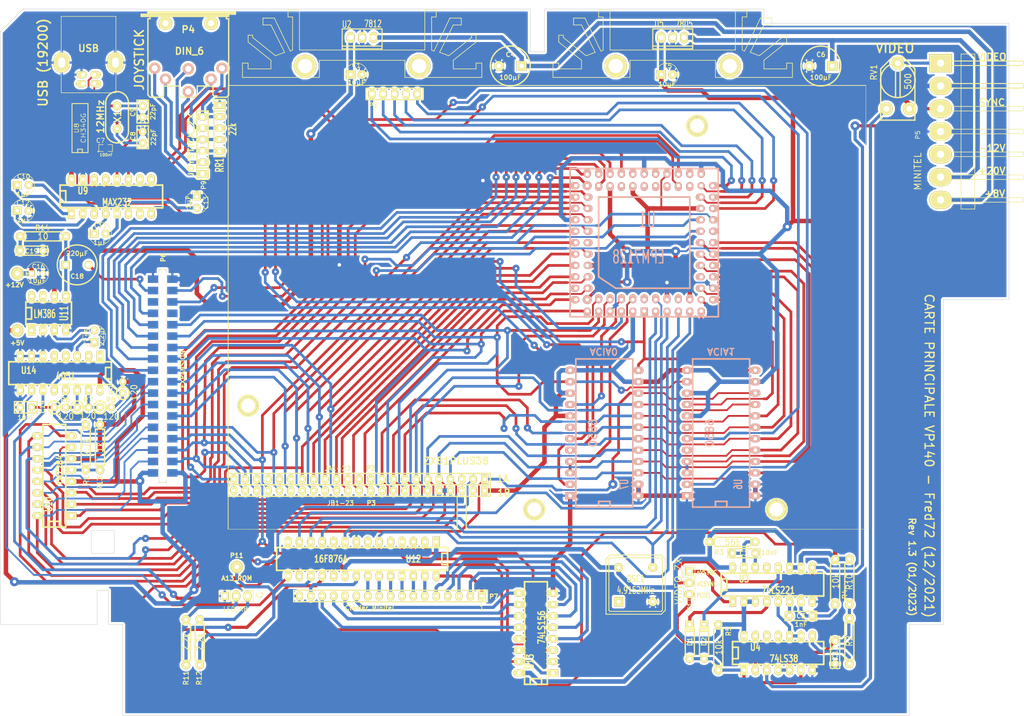
<source format=kicad_pcb>
(kicad_pcb (version 3) (host pcbnew "(2013-07-07 BZR 4022)-stable")
  (title_block (title "Carte principale VP140") (rev 1.3) (company Fred_72))
  (layers (15 Dessus.Cu signal) (0 Dessous.Cu signal))
  (net 0 "")
  (net 1 +12V)
  (net 2 /CLK)
  (net 3 /COM)
  (net 4 /Clavier/CLK_BAUD)
  (net 5 /Clavier/KB0)
  (net 6 /Clavier/KB1)
  (net 7 /Clavier/KB2)
  (net 8 /Clavier/KB3)
  (net 9 /Clavier/KB4)
  (net 10 /Clavier/KB5)
  (net 11 /Clavier/KB6)
  (net 12 /Clavier/KB7)
  (net 13 /Clavier/KB_CLK)
  (net 14 /Clavier/KB_DATA)
  (net 15 /Clavier/KB_LATCH)
  (net 16 /Clavier/VOL_A)
  (net 17 /Clavier/VOL_B)
  (net 18 /DOWN)
  (net 19 /FIRE)
  (net 20 /KBD0)
  (net 21 /KBD1)
  (net 22 /KBD2)
  (net 23 /KBD3)
  (net 24 /KBD4)
  (net 25 /LEFT)
  (net 26 /RA13)
  (net 27 /RA14)
  (net 28 /RA15)
  (net 29 /RA16)
  (net 30 /RA17)
  (net 31 /RIGHT)
  (net 32 /Serial/CLK_ACIA0)
  (net 33 /Serial/CLK_ACIA1)
  (net 34 /Serial/RX_RS232)
  (net 35 /Serial/TX_RS232)
  (net 36 /Serial/~CS_ACIA0)
  (net 37 /Serial/~CS_ACIA1)
  (net 38 /Sound/CLK_YMZ)
  (net 39 /Sound/SPK1)
  (net 40 /Sound/~A7)
  (net 41 /Sound/~CS_YMZ)
  (net 42 /UP)
  (net 43 /VIDEO)
  (net 44 /nCSYNC)
  (net 45 /nVSYNC)
  (net 46 /~CSROM)
  (net 47 /~IORQ)
  (net 48 /~M1)
  (net 49 /~MREQ)
  (net 50 /~RAMCS)
  (net 51 /~RFSH)
  (net 52 A0)
  (net 53 A1)
  (net 54 A10)
  (net 55 A11)
  (net 56 A12)
  (net 57 A13)
  (net 58 A14)
  (net 59 A15)
  (net 60 A2)
  (net 61 A3)
  (net 62 A4)
  (net 63 A5)
  (net 64 A6)
  (net 65 A7)
  (net 66 A8)
  (net 67 A9)
  (net 68 D0)
  (net 69 D1)
  (net 70 D2)
  (net 71 D3)
  (net 72 D4)
  (net 73 D5)
  (net 74 D6)
  (net 75 D7)
  (net 76 GND)
  (net 77 N-00000103)
  (net 78 N-00000118)
  (net 79 N-00000121)
  (net 80 N-00000122)
  (net 81 N-00000123)
  (net 82 N-00000124)
  (net 83 N-00000125)
  (net 84 N-00000126)
  (net 85 N-00000127)
  (net 86 N-00000131)
  (net 87 N-00000132)
  (net 88 N-00000133)
  (net 89 N-00000134)
  (net 90 N-00000141)
  (net 91 N-00000142)
  (net 92 N-00000143)
  (net 93 N-00000148)
  (net 94 N-00000149)
  (net 95 N-00000150)
  (net 96 N-00000151)
  (net 97 N-00000154)
  (net 98 N-00000156)
  (net 99 N-00000157)
  (net 100 N-00000164)
  (net 101 N-00000165)
  (net 102 N-00000166)
  (net 103 N-00000167)
  (net 104 N-00000168)
  (net 105 N-00000172)
  (net 106 N-00000173)
  (net 107 N-00000174)
  (net 108 N-00000177)
  (net 109 N-00000178)
  (net 110 N-00000179)
  (net 111 N-00000180)
  (net 112 N-00000181)
  (net 113 N-00000185)
  (net 114 N-00000186)
  (net 115 N-00000187)
  (net 116 N-00000189)
  (net 117 N-0000025)
  (net 118 N-0000033)
  (net 119 N-0000034)
  (net 120 N-0000035)
  (net 121 N-0000062)
  (net 122 N-0000063)
  (net 123 N-0000064)
  (net 124 N-0000065)
  (net 125 N-0000075)
  (net 126 N-0000087)
  (net 127 N-0000094)
  (net 128 N-0000095)
  (net 129 N-0000096)
  (net 130 VCC)
  (net 131 ~RD)
  (net 132 ~RESET)
  (net 133 ~WR)
  (module PIN_ARRAY_7x1_5.08 (layer Dessus.Cu) (at 233.045 47.752 270)
    (fp_text reference P5)
    (fp_text value MINITEL)
    (pad 1 thru_hole rect (at -15.24 0 270) (size 4 5) (drill 1.62) (layers *.Cu *.Mask Dessus.SilkS) (net 126 N-0000087))
    (pad 2 thru_hole oval (at -10.16 0 270) (size 4 5) (drill 1.62) (layers *.Cu *.Mask Dessus.SilkS) (net 76 GND))
    (pad 3 thru_hole oval (at -5.08 0 270) (size 4 5) (drill 1.62) (layers *.Cu *.Mask Dessus.SilkS) (net 44 /nCSYNC))
    (pad 4 thru_hole oval (at 0 0 270) (size 4 5) (drill 1.62) (layers *.Cu *.Mask Dessus.SilkS) (net 76 GND))
    (pad 5 thru_hole oval (at 5.08 0 270) (size 4 5) (drill 1.62) (layers *.Cu *.Mask Dessus.SilkS))
    (pad 6 thru_hole oval (at 10.16 0 270) (size 4 5) (drill 1.62) (layers *.Cu *.Mask Dessus.SilkS) (net 121 N-0000062))
    (pad 7 thru_hole oval (at 15.24 0 270) (size 4 5) (drill 1.62) (layers *.Cu *.Mask Dessus.SilkS) (net 117 N-0000025))
  )
  (module PIN_ARRAY_18X2_PCB (layer Dessus.Cu) (at 59.69 99.695 90)
    (fp_text reference P6)
    (fp_text value EXPANSION)
    (pad 2 connect rect (at -24.13 -2.159 90) (size 1.7 2.3) (layers Dessous.Cu Dessous.Masque) (net 130 VCC))
    (pad 3 connect rect (at -21.59 2.159 90) (size 1.7 2.3) (layers Dessous.Cu Dessous.Masque) (net 62 A4))
    (pad 4 connect rect (at -21.59 -2.159 90) (size 1.7 2.3) (layers Dessous.Cu Dessous.Masque) (net 68 D0))
    (pad 5 connect rect (at -19.05 2.159 90) (size 1.7 2.3) (layers Dessous.Cu Dessous.Masque) (net 63 A5))
    (pad 6 connect rect (at -19.05 -2.159 90) (size 1.7 2.3) (layers Dessous.Cu Dessous.Masque) (net 69 D1))
    (pad 7 connect rect (at -16.51 2.159 90) (size 1.7 2.3) (layers Dessous.Cu Dessous.Masque) (net 64 A6))
    (pad 8 connect rect (at -16.51 -2.159 90) (size 1.7 2.3) (layers Dessous.Cu Dessous.Masque) (net 70 D2))
    (pad 9 connect rect (at -13.97 2.159 90) (size 1.7 2.3) (layers Dessous.Cu Dessous.Masque) (net 65 A7))
    (pad 10 connect rect (at -13.97 -2.159 90) (size 1.7 2.3) (layers Dessous.Cu Dessous.Masque) (net 71 D3))
    (pad 11 connect rect (at -11.43 2.159 90) (size 1.7 2.3) (layers Dessous.Cu Dessous.Masque) (net 66 A8))
    (pad 12 connect rect (at -11.43 -2.159 90) (size 1.7 2.3) (layers Dessous.Cu Dessous.Masque) (net 72 D4))
    (pad 13 connect rect (at -8.89 2.159 90) (size 1.7 2.3) (layers Dessous.Cu Dessous.Masque) (net 67 A9))
    (pad 14 connect rect (at -8.89 -2.159 90) (size 1.7 2.3) (layers Dessous.Cu Dessous.Masque) (net 73 D5))
    (pad 15 connect rect (at -6.35 2.159 90) (size 1.7 2.3) (layers Dessous.Cu Dessous.Masque) (net 54 A10))
    (pad 16 connect rect (at -6.35 -2.159 90) (size 1.7 2.3) (layers Dessous.Cu Dessous.Masque) (net 74 D6))
    (pad 17 connect rect (at -3.81 2.159 90) (size 1.7 2.3) (layers Dessous.Cu Dessous.Masque) (net 55 A11))
    (pad 18 connect rect (at -3.81 -2.159 90) (size 1.7 2.3) (layers Dessous.Cu Dessous.Masque) (net 75 D7))
    (pad 19 connect rect (at -1.27 2.159 90) (size 1.7 2.3) (layers Dessous.Cu Dessous.Masque) (net 56 A12))
    (pad 20 connect rect (at -1.27 -2.159 90) (size 1.7 2.3) (layers Dessous.Cu Dessous.Masque) (net 30 /RA17))
    (pad 21 connect rect (at 1.27 2.159 90) (size 1.7 2.3) (layers Dessous.Cu Dessous.Masque) (net 61 A3))
    (pad 22 connect rect (at 1.27 -2.159 90) (size 1.7 2.3) (layers Dessous.Cu Dessous.Masque) (net 29 /RA16))
    (pad 23 connect rect (at 3.81 2.159 90) (size 1.7 2.3) (layers Dessous.Cu Dessous.Masque) (net 60 A2))
    (pad 24 connect rect (at 3.81 -2.159 90) (size 1.7 2.3) (layers Dessous.Cu Dessous.Masque) (net 28 /RA15))
    (pad 25 connect rect (at 6.35 2.159 90) (size 1.7 2.3) (layers Dessous.Cu Dessous.Masque) (net 53 A1))
    (pad 26 connect rect (at 6.35 -2.159 90) (size 1.7 2.3) (layers Dessous.Cu Dessous.Masque) (net 27 /RA14))
    (pad 27 connect rect (at 8.89 2.159 90) (size 1.7 2.3) (layers Dessous.Cu Dessous.Masque) (net 52 A0))
    (pad 28 connect rect (at 8.89 -2.159 90) (size 1.7 2.3) (layers Dessous.Cu Dessous.Masque) (net 26 /RA13))
    (pad 29 connect rect (at 11.43 2.159 90) (size 1.7 2.3) (layers Dessous.Cu Dessous.Masque))
    (pad 30 connect rect (at 11.43 -2.159 90) (size 1.7 2.3) (layers Dessous.Cu Dessous.Masque) (net 46 /~CSROM))
    (pad 31 connect rect (at 13.97 2.159 90) (size 1.7 2.3) (layers Dessous.Cu Dessous.Masque) (net 35 /Serial/TX_RS232))
    (pad 32 connect rect (at 13.97 -2.159 90) (size 1.7 2.3) (layers Dessous.Cu Dessous.Masque))
    (pad 33 connect rect (at 16.51 2.159 90) (size 1.7 2.3) (layers Dessous.Cu Dessous.Masque) (net 34 /Serial/RX_RS232))
    (pad 34 connect rect (at 16.51 -2.159 90) (size 1.7 2.3) (layers Dessous.Cu Dessous.Masque) (net 39 /Sound/SPK1))
    (pad 35 connect rect (at 19.05 2.159 90) (size 1.7 2.3) (layers Dessous.Cu Dessous.Masque) (net 76 GND))
    (pad 36 connect rect (at 19.05 -2.159 90) (size 1.7 2.3) (layers Dessous.Cu Dessous.Masque) (net 76 GND))
    (pad 1 connect rect (at -24.13 2.159 90) (size 1.7 2.3) (layers Dessous.Cu Dessous.Masque) (net 130 VCC))
    (pad "" np_thru_hole rect (at -2.54 0 90) (size 47.5 1.65) (drill oval 47.5 1.63) (layers *.Cu *.Mask Dessus.SilkS))
  )
  (module OSC_DIP8 (layer Dessus.Cu) (at 165.1 148.717)
    (fp_text reference OSC1)
    (fp_text value 4.9152MHz)
    (pad 1 thru_hole rect (at -3.81 3.81) (size 2 2) (drill 0.8128) (layers *.Cu *.Mask Dessus.SilkS))
    (pad 8 thru_hole circle (at -3.81 -3.81) (size 2 2) (drill 0.8128) (layers *.Cu *.Mask Dessus.SilkS) (net 130 VCC))
    (pad 5 thru_hole circle (at 3.81 -3.81) (size 2 2) (drill 0.8128) (layers *.Cu *.Mask Dessus.SilkS) (net 4 /Clavier/CLK_BAUD))
    (pad 4 thru_hole circle (at 3.81 3.81) (size 2 2) (drill 0.8128) (layers *.Cu *.Mask Dessus.SilkS) (net 76 GND))
  )
  (module HC-49V (layer Dessus.Cu) (at 49.53 44.577 90)
    (fp_text reference X1)
    (fp_text value 12MHz)
    (pad 1 thru_hole circle (at -2.54 0 90) (size 1.9 1.9) (drill 0.762) (layers *.Cu *.Mask Dessus.SilkS) (net 107 N-00000174))
    (pad 2 thru_hole circle (at 2.54 0 90) (size 1.9 1.9) (drill 0.762) (layers *.Cu *.Mask Dessus.SilkS) (net 99 N-00000157))
  )
  (module DIP-16__300_ELL (layer Dessus.Cu) (at 142.875 159.512 90)
    (fp_text reference U13)
    (fp_text value 74LS156)
    (pad 1 thru_hole rect (at -8.89 3.81 90) (size 1.5748 2.286) (drill 0.8128) (layers *.Cu *.Mask Dessus.SilkS) (net 81 N-00000123))
    (pad 2 thru_hole oval (at -6.35 3.81 90) (size 1.5748 2.286) (drill 0.8128) (layers *.Cu *.Mask Dessus.SilkS) (net 76 GND))
    (pad 3 thru_hole oval (at -3.81 3.81 90) (size 1.5748 2.286) (drill 0.8128) (layers *.Cu *.Mask Dessus.SilkS) (net 79 N-00000121))
    (pad 4 thru_hole oval (at -1.27 3.81 90) (size 1.5748 2.286) (drill 0.8128) (layers *.Cu *.Mask Dessus.SilkS) (net 84 N-00000126))
    (pad 5 thru_hole oval (at 1.27 3.81 90) (size 1.5748 2.286) (drill 0.8128) (layers *.Cu *.Mask Dessus.SilkS) (net 89 N-00000134))
    (pad 6 thru_hole oval (at 3.81 3.81 90) (size 1.5748 2.286) (drill 0.8128) (layers *.Cu *.Mask Dessus.SilkS) (net 85 N-00000127))
    (pad 7 thru_hole oval (at 6.35 3.81 90) (size 1.5748 2.286) (drill 0.8128) (layers *.Cu *.Mask Dessus.SilkS) (net 88 N-00000133))
    (pad 8 thru_hole oval (at 8.89 3.81 90) (size 1.5748 2.286) (drill 0.8128) (layers *.Cu *.Mask Dessus.SilkS) (net 76 GND))
    (pad 9 thru_hole oval (at 8.89 -3.81 90) (size 1.5748 2.286) (drill 0.8128) (layers *.Cu *.Mask Dessus.SilkS) (net 82 N-00000124))
    (pad 10 thru_hole oval (at 6.35 -3.81 90) (size 1.5748 2.286) (drill 0.8128) (layers *.Cu *.Mask Dessus.SilkS) (net 87 N-00000132))
    (pad 11 thru_hole oval (at 3.81 -3.81 90) (size 1.5748 2.286) (drill 0.8128) (layers *.Cu *.Mask Dessus.SilkS) (net 83 N-00000125))
    (pad 12 thru_hole oval (at 1.27 -3.81 90) (size 1.5748 2.286) (drill 0.8128) (layers *.Cu *.Mask Dessus.SilkS) (net 86 N-00000131))
    (pad 13 thru_hole oval (at -1.27 -3.81 90) (size 1.5748 2.286) (drill 0.8128) (layers *.Cu *.Mask Dessus.SilkS) (net 80 N-00000122))
    (pad 14 thru_hole oval (at -3.81 -3.81 90) (size 1.5748 2.286) (drill 0.8128) (layers *.Cu *.Mask Dessus.SilkS) (net 76 GND))
    (pad 15 thru_hole oval (at -6.35 -3.81 90) (size 1.5748 2.286) (drill 0.8128) (layers *.Cu *.Mask Dessus.SilkS) (net 81 N-00000123))
    (pad 16 thru_hole oval (at -8.89 -3.81 90) (size 1.5748 2.286) (drill 0.8128) (layers *.Cu *.Mask Dessus.SilkS) (net 130 VCC))
  )
  (module DISS_TO220_4 (layer Dessus.Cu) (at 173.355 33.147 180)
    (fp_text reference DISS_TO220_4 hide)
    (fp_text value VAL** hide)
    (pad "" np_thru_hole circle (at -12.7 0 180) (size 5 5) (drill 3.2) (layers *.Cu *.Mask Dessus.SilkS))
    (pad "" np_thru_hole circle (at 12.7 0 180) (size 5 5) (drill 3.2) (layers *.Cu *.Mask Dessus.SilkS))
  )
  (module USB_B (layer Dessus.Cu) (at 43.18 32.385 180)
    (fp_text reference J1 hide)
    (fp_text value USB)
    (pad 1 thru_hole oval (at 1.27 -4.699 180) (size 2.3 1.6) (drill 0.8128 (offset 0.35 0)) (layers *.Cu *.Mask Dessus.SilkS))
    (pad 2 thru_hole oval (at -1.27 -4.699 180) (size 2.3 1.6) (drill 0.8128 (offset -0.35 0)) (layers *.Cu *.Mask Dessus.SilkS) (net 104 N-00000168))
    (pad 3 thru_hole oval (at -1.27 -2.70002 180) (size 2.3 1.6) (drill 0.8128 (offset -0.3 0)) (layers *.Cu *.Mask Dessus.SilkS) (net 98 N-00000156))
    (pad 4 thru_hole oval (at 1.27 -2.70002 180) (size 2.3 1.6) (drill 0.8128 (offset 0.3 0)) (layers *.Cu *.Mask Dessus.SilkS) (net 76 GND))
    (pad 6 thru_hole oval (at 5.99948 0 180) (size 3.5 4.5) (drill oval 1.5 2.30124) (layers *.Cu *.Mask Dessus.SilkS) (net 76 GND))
    (pad 6 thru_hole oval (at -5.99948 0 180) (size 3.5 4.5) (drill oval 1.5 2.30124) (layers *.Cu *.Mask Dessus.SilkS) (net 76 GND))
  )
  (module DIP-8__300_ELL (layer Dessus.Cu) (at 34.29 88.265)
    (fp_text reference U11)
    (fp_text value LM386)
    (pad 1 thru_hole rect (at -3.81 3.81) (size 1.5748 2.286) (drill 0.8128) (layers *.Cu *.Mask Dessus.SilkS))
    (pad 2 thru_hole oval (at -1.27 3.81) (size 1.5748 2.286) (drill 0.8128) (layers *.Cu *.Mask Dessus.SilkS) (net 76 GND))
    (pad 3 thru_hole oval (at 1.27 3.81) (size 1.5748 2.286) (drill 0.8128) (layers *.Cu *.Mask Dessus.SilkS) (net 108 N-00000177))
    (pad 4 thru_hole oval (at 3.81 3.81) (size 1.5748 2.286) (drill 0.8128) (layers *.Cu *.Mask Dessus.SilkS) (net 76 GND))
    (pad 5 thru_hole oval (at 3.81 -3.81) (size 1.5748 2.286) (drill 0.8128) (layers *.Cu *.Mask Dessus.SilkS) (net 110 N-00000179))
    (pad 6 thru_hole oval (at 1.27 -3.81) (size 1.5748 2.286) (drill 0.8128) (layers *.Cu *.Mask Dessus.SilkS) (net 1 +12V))
    (pad 7 thru_hole oval (at -1.27 -3.81) (size 1.5748 2.286) (drill 0.8128) (layers *.Cu *.Mask Dessus.SilkS))
    (pad 8 thru_hole oval (at -3.81 -3.81) (size 1.5748 2.286) (drill 0.8128) (layers *.Cu *.Mask Dessus.SilkS))
  )
  (module LM78XXV (layer Dessus.Cu) (at 104.14 26.797 270)
    (fp_text reference U2)
    (fp_text value 7812)
    (pad VI thru_hole oval (at 0 -2.54 270) (size 2.5 1.778) (drill 1.143) (layers *.Cu *.Mask Dessus.SilkS) (net 117 N-0000025))
    (pad GND thru_hole oval (at 0 0 270) (size 2.5 1.778) (drill 1.143) (layers *.Cu *.Mask Dessus.SilkS) (net 76 GND))
    (pad VO thru_hole oval (at 0 2.54 270) (size 2.5 1.778) (drill 1.143) (layers *.Cu *.Mask Dessus.SilkS) (net 1 +12V))
  )
  (module DIP-16__300_ELL (layer Dessus.Cu) (at 195.58 148.717)
    (fp_text reference U3)
    (fp_text value 74LS221)
    (pad 1 thru_hole rect (at -8.89 3.81) (size 1.5748 2.286) (drill 0.8128) (layers *.Cu *.Mask Dessus.SilkS) (net 45 /nVSYNC))
    (pad 2 thru_hole oval (at -6.35 3.81) (size 1.5748 2.286) (drill 0.8128) (layers *.Cu *.Mask Dessus.SilkS) (net 130 VCC))
    (pad 3 thru_hole oval (at -3.81 3.81) (size 1.5748 2.286) (drill 0.8128) (layers *.Cu *.Mask Dessus.SilkS) (net 130 VCC))
    (pad 4 thru_hole oval (at -1.27 3.81) (size 1.5748 2.286) (drill 0.8128) (layers *.Cu *.Mask Dessus.SilkS) (net 129 N-0000096))
    (pad 5 thru_hole oval (at 1.27 3.81) (size 1.5748 2.286) (drill 0.8128) (layers *.Cu *.Mask Dessus.SilkS) (net 125 N-0000075))
    (pad 6 thru_hole oval (at 3.81 3.81) (size 1.5748 2.286) (drill 0.8128) (layers *.Cu *.Mask Dessus.SilkS) (net 128 N-0000095))
    (pad 7 thru_hole oval (at 6.35 3.81) (size 1.5748 2.286) (drill 0.8128) (layers *.Cu *.Mask Dessus.SilkS) (net 77 N-00000103))
    (pad 8 thru_hole oval (at 8.89 3.81) (size 1.5748 2.286) (drill 0.8128) (layers *.Cu *.Mask Dessus.SilkS) (net 76 GND))
    (pad 9 thru_hole oval (at 8.89 -3.81) (size 1.5748 2.286) (drill 0.8128) (layers *.Cu *.Mask Dessus.SilkS) (net 44 /nCSYNC))
    (pad 10 thru_hole oval (at 6.35 -3.81) (size 1.5748 2.286) (drill 0.8128) (layers *.Cu *.Mask Dessus.SilkS) (net 130 VCC))
    (pad 11 thru_hole oval (at 3.81 -3.81) (size 1.5748 2.286) (drill 0.8128) (layers *.Cu *.Mask Dessus.SilkS) (net 130 VCC))
    (pad 12 thru_hole oval (at 1.27 -3.81) (size 1.5748 2.286) (drill 0.8128) (layers *.Cu *.Mask Dessus.SilkS) (net 127 N-0000094))
    (pad 13 thru_hole oval (at -1.27 -3.81) (size 1.5748 2.286) (drill 0.8128) (layers *.Cu *.Mask Dessus.SilkS))
    (pad 14 thru_hole oval (at -3.81 -3.81) (size 1.5748 2.286) (drill 0.8128) (layers *.Cu *.Mask Dessus.SilkS) (net 118 N-0000033))
    (pad 15 thru_hole oval (at -6.35 -3.81) (size 1.5748 2.286) (drill 0.8128) (layers *.Cu *.Mask Dessus.SilkS) (net 119 N-0000034))
    (pad 16 thru_hole oval (at -8.89 -3.81) (size 1.5748 2.286) (drill 0.8128) (layers *.Cu *.Mask Dessus.SilkS) (net 130 VCC))
  )
  (module PLCC84 (layer Dessous.Cu) (at 167.005 72.517 90)
    (fp_text reference U1)
    (fp_text value EPM7128)
    (pad 1 thru_hole rect (at -15.24 0 90) (size 2 1.6) (drill 0.8128 (offset -0.2 0)) (layers *.Cu *.Mask Dessous.SilkS) (net 133 ~WR))
    (pad 2 thru_hole oval (at -12.7 0 90) (size 2 1.6) (drill 0.8128 (offset 0.2 0)) (layers *.Cu *.Mask Dessous.SilkS))
    (pad 3 thru_hole oval (at -15.24 -2.54 90) (size 2 1.6) (drill 0.8128 (offset -0.2 0)) (layers *.Cu *.Mask Dessous.SilkS) (net 130 VCC))
    (pad 4 thru_hole oval (at -12.7 -2.54 90) (size 2 1.6) (drill 0.8128 (offset 0.2 0)) (layers *.Cu *.Mask Dessous.SilkS) (net 32 /Serial/CLK_ACIA0))
    (pad 5 thru_hole oval (at -15.24 -5.08 90) (size 2 1.6) (drill 0.8128 (offset -0.2 0)) (layers *.Cu *.Mask Dessous.SilkS) (net 131 ~RD))
    (pad 6 thru_hole oval (at -12.7 -5.08 90) (size 2 1.6) (drill 0.8128 (offset 0.2 0)) (layers *.Cu *.Mask Dessous.SilkS) (net 36 /Serial/~CS_ACIA0))
    (pad 7 thru_hole oval (at -15.24 -7.62 90) (size 2 1.6) (drill 0.8128 (offset -0.2 0)) (layers *.Cu *.Mask Dessous.SilkS) (net 76 GND))
    (pad 8 thru_hole oval (at -12.7 -7.62 90) (size 2 1.6) (drill 0.8128 (offset 0.2 0)) (layers *.Cu *.Mask Dessous.SilkS) (net 2 /CLK))
    (pad 9 thru_hole oval (at -15.24 -10.16 90) (size 2 1.6) (drill 0.8128 (offset -0.2 0)) (layers *.Cu *.Mask Dessous.SilkS) (net 52 A0))
    (pad 10 thru_hole oval (at -12.7 -10.16 90) (size 2 1.6) (drill 0.8128 (offset 0.2 0)) (layers *.Cu *.Mask Dessous.SilkS) (net 53 A1))
    (pad 11 thru_hole oval (at -15.24 -12.7 90) (size 2 1.6) (drill 0.8128 (offset -0.2 0)) (layers *.Cu *.Mask Dessous.SilkS) (net 60 A2))
    (pad 12 thru_hole oval (at -12.7 -15.24 90) (size 1.6 2) (drill 0.8128 (offset 0 -0.2)) (layers *.Cu *.Mask Dessous.SilkS) (net 61 A3))
    (pad 13 thru_hole circle (at -12.7 -12.7 90) (size 2 2) (drill 0.8128) (layers *.Cu *.Mask Dessous.SilkS) (net 130 VCC))
    (pad 14 thru_hole oval (at -10.16 -15.24 90) (size 1.6 2) (drill 0.8128 (offset 0 -0.2)) (layers *.Cu *.Mask Dessous.SilkS))
    (pad 15 thru_hole oval (at -10.16 -12.7 90) (size 1.6 2) (drill 0.8128 (offset 0 0.2)) (layers *.Cu *.Mask Dessous.SilkS) (net 59 A15))
    (pad 16 thru_hole oval (at -7.62 -15.24 90) (size 1.6 2) (drill 0.8128 (offset 0 -0.2)) (layers *.Cu *.Mask Dessous.SilkS) (net 57 A13))
    (pad 17 thru_hole oval (at -7.62 -12.7 90) (size 1.6 2) (drill 0.8128 (offset 0 0.2)) (layers *.Cu *.Mask Dessous.SilkS) (net 58 A14))
    (pad 18 thru_hole oval (at -5.08 -15.24 90) (size 1.6 2) (drill 0.8128 (offset 0 -0.2)) (layers *.Cu *.Mask Dessous.SilkS) (net 49 /~MREQ))
    (pad 19 thru_hole oval (at -5.08 -12.7 90) (size 1.6 2) (drill 0.8128 (offset 0 0.2)) (layers *.Cu *.Mask Dessous.SilkS) (net 76 GND))
    (pad 20 thru_hole oval (at -2.54 -15.24 90) (size 1.6 2) (drill 0.8128 (offset 0 -0.2)) (layers *.Cu *.Mask Dessous.SilkS) (net 47 /~IORQ))
    (pad 21 thru_hole oval (at -2.54 -12.7 90) (size 1.6 2) (drill 0.8128 (offset 0 0.2)) (layers *.Cu *.Mask Dessous.SilkS) (net 56 A12))
    (pad 22 thru_hole oval (at 0 -15.24 90) (size 1.6 2) (drill 0.8128 (offset 0 -0.2)) (layers *.Cu *.Mask Dessous.SilkS) (net 55 A11))
    (pad 23 thru_hole oval (at 0 -12.7 90) (size 1.6 2) (drill 0.8128 (offset 0 0.2)) (layers *.Cu *.Mask Dessous.SilkS))
    (pad 24 thru_hole oval (at 2.54 -15.24 90) (size 1.6 2) (drill 0.8128 (offset 0 -0.2)) (layers *.Cu *.Mask Dessous.SilkS) (net 54 A10))
    (pad 25 thru_hole oval (at 2.54 -12.7 90) (size 1.6 2) (drill 0.8128 (offset 0 0.2)) (layers *.Cu *.Mask Dessous.SilkS) (net 67 A9))
    (pad 26 thru_hole oval (at 5.08 -15.24 90) (size 1.6 2) (drill 0.8128 (offset 0 -0.2)) (layers *.Cu *.Mask Dessous.SilkS) (net 130 VCC))
    (pad 27 thru_hole oval (at 5.08 -12.7 90) (size 1.6 2) (drill 0.8128 (offset 0 0.2)) (layers *.Cu *.Mask Dessous.SilkS) (net 66 A8))
    (pad 28 thru_hole oval (at 7.62 -15.24 90) (size 1.6 2) (drill 0.8128 (offset 0 -0.2)) (layers *.Cu *.Mask Dessous.SilkS) (net 65 A7))
    (pad 29 thru_hole oval (at 7.62 -12.7 90) (size 1.6 2) (drill 0.8128 (offset 0 0.2)) (layers *.Cu *.Mask Dessous.SilkS) (net 64 A6))
    (pad 30 thru_hole oval (at 10.16 -15.24 90) (size 1.6 2) (drill 0.8128 (offset 0 -0.2)) (layers *.Cu *.Mask Dessous.SilkS) (net 63 A5))
    (pad 31 thru_hole oval (at 10.16 -12.7 90) (size 1.6 2) (drill 0.8128 (offset 0 0.2)) (layers *.Cu *.Mask Dessous.SilkS) (net 62 A4))
    (pad 32 thru_hole oval (at 12.7 -15.24 90) (size 1.6 2) (drill 0.8128 (offset 0 -0.2)) (layers *.Cu *.Mask Dessous.SilkS) (net 76 GND))
    (pad 33 thru_hole oval (at 15.24 -12.7 90) (size 2 1.6) (drill 0.8128 (offset 0.2 0)) (layers *.Cu *.Mask Dessous.SilkS) (net 26 /RA13))
    (pad 34 thru_hole circle (at 12.7 -12.7 90) (size 2 2) (drill 0.8128) (layers *.Cu *.Mask Dessous.SilkS) (net 46 /~CSROM))
    (pad 35 thru_hole oval (at 15.24 -10.16 90) (size 2 1.6) (drill 0.8128 (offset 0.2 0)) (layers *.Cu *.Mask Dessous.SilkS) (net 27 /RA14))
    (pad 36 thru_hole oval (at 12.7 -10.16 90) (size 2 1.6) (drill 0.8128 (offset -0.2 0)) (layers *.Cu *.Mask Dessous.SilkS) (net 28 /RA15))
    (pad 37 thru_hole oval (at 15.24 -7.62 90) (size 2 1.6) (drill 0.8128 (offset 0.2 0)) (layers *.Cu *.Mask Dessous.SilkS) (net 29 /RA16))
    (pad 38 thru_hole oval (at 12.7 -7.62 90) (size 2 1.6) (drill 0.8128 (offset -0.2 0)) (layers *.Cu *.Mask Dessous.SilkS) (net 130 VCC))
    (pad 39 thru_hole oval (at 15.24 -5.08 90) (size 2 1.6) (drill 0.8128 (offset 0.2 0)) (layers *.Cu *.Mask Dessous.SilkS) (net 30 /RA17))
    (pad 40 thru_hole oval (at 12.7 -5.08 90) (size 2 1.6) (drill 0.8128 (offset -0.2 0)) (layers *.Cu *.Mask Dessous.SilkS))
    (pad 41 thru_hole oval (at 15.24 -2.54 90) (size 2 1.6) (drill 0.8128 (offset 0.2 0)) (layers *.Cu *.Mask Dessous.SilkS))
    (pad 42 thru_hole oval (at 12.7 -2.54 90) (size 2 1.6) (drill 0.8128 (offset -0.2 0)) (layers *.Cu *.Mask Dessous.SilkS) (net 76 GND))
    (pad 43 thru_hole oval (at 15.24 0 90) (size 2 1.6) (drill 0.8128 (offset 0.2 0)) (layers *.Cu *.Mask Dessous.SilkS) (net 130 VCC))
    (pad 44 thru_hole oval (at 12.7 0 90) (size 2 1.6) (drill 0.8128 (offset -0.2 0)) (layers *.Cu *.Mask Dessous.SilkS))
    (pad 45 thru_hole oval (at 15.24 2.54 90) (size 2 1.6) (drill 0.8128 (offset 0.2 0)) (layers *.Cu *.Mask Dessous.SilkS))
    (pad 46 thru_hole oval (at 12.7 2.54 90) (size 2 1.6) (drill 0.8128 (offset -0.2 0)) (layers *.Cu *.Mask Dessous.SilkS))
    (pad 47 thru_hole oval (at 15.24 5.08 90) (size 2 1.6) (drill 0.8128 (offset 0.2 0)) (layers *.Cu *.Mask Dessous.SilkS) (net 76 GND))
    (pad 48 thru_hole oval (at 12.7 5.08 90) (size 2 1.6) (drill 0.8128 (offset -0.2 0)) (layers *.Cu *.Mask Dessous.SilkS))
    (pad 49 thru_hole oval (at 15.24 7.62 90) (size 2 1.6) (drill 0.8128 (offset 0.2 0)) (layers *.Cu *.Mask Dessous.SilkS) (net 48 /~M1))
    (pad 50 thru_hole oval (at 12.7 7.62 90) (size 2 1.6) (drill 0.8128 (offset -0.2 0)) (layers *.Cu *.Mask Dessous.SilkS) (net 51 /~RFSH))
    (pad 51 thru_hole oval (at 15.24 10.16 90) (size 2 1.6) (drill 0.8128 (offset 0.2 0)) (layers *.Cu *.Mask Dessous.SilkS))
    (pad 52 thru_hole oval (at 12.7 10.16 90) (size 2 1.6) (drill 0.8128 (offset -0.2 0)) (layers *.Cu *.Mask Dessous.SilkS))
    (pad 53 thru_hole oval (at 15.24 12.7 90) (size 2 1.6) (drill 0.8128 (offset 0.2 0)) (layers *.Cu *.Mask Dessous.SilkS) (net 130 VCC))
    (pad 54 thru_hole oval (at 12.7 15.24 90) (size 1.6 2) (drill 0.8128 (offset 0 0.2)) (layers *.Cu *.Mask Dessous.SilkS) (net 24 /KBD4))
    (pad 55 thru_hole circle (at 12.7 12.7 90) (size 1.6 1.6) (drill 0.8128) (layers *.Cu *.Mask Dessous.SilkS) (net 23 /KBD3))
    (pad 56 thru_hole oval (at 10.16 15.24 90) (size 1.6 2) (drill 0.8128 (offset 0 0.2)) (layers *.Cu *.Mask Dessous.SilkS) (net 22 /KBD2))
    (pad 57 thru_hole oval (at 10.16 12.7 90) (size 1.6 2) (drill 0.8128 (offset 0 -0.2)) (layers *.Cu *.Mask Dessous.SilkS) (net 21 /KBD1))
    (pad 58 thru_hole oval (at 7.62 15.24 90) (size 1.6 2) (drill 0.8128 (offset 0 0.2)) (layers *.Cu *.Mask Dessous.SilkS) (net 20 /KBD0))
    (pad 59 thru_hole oval (at 7.62 12.7 90) (size 1.6 2) (drill 0.8128 (offset 0 -0.2)) (layers *.Cu *.Mask Dessous.SilkS) (net 76 GND))
    (pad 60 thru_hole oval (at 5.08 15.24 90) (size 1.6 2) (drill 0.8128 (offset 0 0.2)) (layers *.Cu *.Mask Dessous.SilkS) (net 41 /Sound/~CS_YMZ))
    (pad 61 thru_hole oval (at 5.08 12.7 90) (size 1.6 2) (drill 0.8128 (offset 0 -0.2)) (layers *.Cu *.Mask Dessous.SilkS) (net 38 /Sound/CLK_YMZ))
    (pad 62 thru_hole oval (at 2.54 15.24 90) (size 1.6 2) (drill 0.8128 (offset 0 0.2)) (layers *.Cu *.Mask Dessous.SilkS))
    (pad 63 thru_hole oval (at 2.54 12.7 90) (size 1.6 2) (drill 0.8128 (offset 0 -0.2)) (layers *.Cu *.Mask Dessous.SilkS) (net 40 /Sound/~A7))
    (pad 64 thru_hole oval (at 0 15.24 90) (size 1.6 2) (drill 0.8128 (offset 0 0.2)) (layers *.Cu *.Mask Dessous.SilkS) (net 50 /~RAMCS))
    (pad 65 thru_hole oval (at 0 12.7 90) (size 1.6 2) (drill 0.8128 (offset 0 -0.2)) (layers *.Cu *.Mask Dessous.SilkS) (net 68 D0))
    (pad 66 thru_hole oval (at -2.54 15.24 90) (size 1.6 2) (drill 0.8128 (offset 0 0.2)) (layers *.Cu *.Mask Dessous.SilkS) (net 130 VCC))
    (pad 67 thru_hole oval (at -2.54 12.7 90) (size 1.6 2) (drill 0.8128 (offset 0 -0.2)) (layers *.Cu *.Mask Dessous.SilkS) (net 69 D1))
    (pad 68 thru_hole oval (at -5.08 15.24 90) (size 1.6 2) (drill 0.8128 (offset 0 0.2)) (layers *.Cu *.Mask Dessous.SilkS))
    (pad 69 thru_hole oval (at -5.08 12.7 90) (size 1.6 2) (drill 0.8128 (offset 0 -0.2)) (layers *.Cu *.Mask Dessous.SilkS) (net 33 /Serial/CLK_ACIA1))
    (pad 70 thru_hole oval (at -7.62 15.24 90) (size 1.6 2) (drill 0.8128 (offset 0 0.2)) (layers *.Cu *.Mask Dessous.SilkS) (net 70 D2))
    (pad 71 thru_hole oval (at -7.62 12.7 90) (size 1.6 2) (drill 0.8128 (offset 0 -0.2)) (layers *.Cu *.Mask Dessous.SilkS))
    (pad 72 thru_hole oval (at -10.16 15.24 90) (size 1.6 2) (drill 0.8128 (offset 0 0.2)) (layers *.Cu *.Mask Dessous.SilkS) (net 76 GND))
    (pad 73 thru_hole oval (at -10.16 12.7 90) (size 1.6 2) (drill 0.8128 (offset 0 -0.2)) (layers *.Cu *.Mask Dessous.SilkS) (net 71 D3))
    (pad 74 thru_hole oval (at -12.7 15.24 90) (size 1.6 2) (drill 0.8128 (offset 0 0.2)) (layers *.Cu *.Mask Dessous.SilkS) (net 72 D4))
    (pad 75 thru_hole oval (at -15.24 12.7 90) (size 2 1.6) (drill 0.8128 (offset -0.2 0)) (layers *.Cu *.Mask Dessous.SilkS) (net 37 /Serial/~CS_ACIA1))
    (pad 76 thru_hole circle (at -12.7 12.7 90) (size 1.6 1.6) (drill 0.8128) (layers *.Cu *.Mask Dessous.SilkS) (net 73 D5))
    (pad 77 thru_hole oval (at -15.24 10.16 90) (size 2 1.6) (drill 0.8128 (offset -0.2 0)) (layers *.Cu *.Mask Dessous.SilkS) (net 132 ~RESET))
    (pad 78 thru_hole oval (at -12.7 10.16 90) (size 2 1.6) (drill 0.8128 (offset 0.2 0)) (layers *.Cu *.Mask Dessous.SilkS) (net 130 VCC))
    (pad 79 thru_hole oval (at -15.24 7.62 90) (size 2 1.6) (drill 0.8128 (offset -0.2 0)) (layers *.Cu *.Mask Dessous.SilkS) (net 4 /Clavier/CLK_BAUD))
    (pad 80 thru_hole oval (at -12.7 7.62 90) (size 2 1.6) (drill 0.8128 (offset 0.2 0)) (layers *.Cu *.Mask Dessous.SilkS))
    (pad 81 thru_hole oval (at -15.24 5.08 90) (size 2 1.6) (drill 0.8128 (offset -0.2 0)) (layers *.Cu *.Mask Dessous.SilkS) (net 15 /Clavier/KB_LATCH))
    (pad 82 thru_hole oval (at -12.7 5.08 90) (size 2 1.6) (drill 0.8128 (offset 0.2 0)) (layers *.Cu *.Mask Dessous.SilkS) (net 76 GND))
    (pad 83 thru_hole oval (at -15.24 2.54 90) (size 2 1.6) (drill 0.8128 (offset -0.2 0)) (layers *.Cu *.Mask Dessous.SilkS) (net 13 /Clavier/KB_CLK))
    (pad 84 thru_hole oval (at -12.7 2.54 90) (size 2 1.6) (drill 0.8128 (offset 0.2 0)) (layers *.Cu *.Mask Dessous.SilkS) (net 14 /Clavier/KB_DATA))
  )
  (module DIP-24__600_ELL (layer Dessous.Cu) (at 158.115 114.935 90)
    (fp_text reference U7)
    (fp_text value 6850)
    (pad 1 thru_hole rect (at -13.97 -7.62 90) (size 1.5748 2.286) (drill 0.8128) (layers *.Cu *.Mask Dessous.SilkS) (net 76 GND))
    (pad 2 thru_hole oval (at -11.43 -7.62 90) (size 1.5748 2.286) (drill 0.8128) (layers *.Cu *.Mask Dessous.SilkS) (net 105 N-00000172))
    (pad 3 thru_hole oval (at -8.89 -7.62 90) (size 1.5748 2.286) (drill 0.8128) (layers *.Cu *.Mask Dessous.SilkS) (net 32 /Serial/CLK_ACIA0))
    (pad 4 thru_hole oval (at -6.35 -7.62 90) (size 1.5748 2.286) (drill 0.8128) (layers *.Cu *.Mask Dessous.SilkS) (net 32 /Serial/CLK_ACIA0))
    (pad 5 thru_hole oval (at -3.81 -7.62 90) (size 1.5748 2.286) (drill 0.8128) (layers *.Cu *.Mask Dessous.SilkS))
    (pad 6 thru_hole oval (at -1.27 -7.62 90) (size 1.5748 2.286) (drill 0.8128) (layers *.Cu *.Mask Dessous.SilkS) (net 97 N-00000154))
    (pad 7 thru_hole oval (at 1.27 -7.62 90) (size 1.5748 2.286) (drill 0.8128) (layers *.Cu *.Mask Dessous.SilkS))
    (pad 8 thru_hole oval (at 3.81 -7.62 90) (size 1.5748 2.286) (drill 0.8128) (layers *.Cu *.Mask Dessous.SilkS) (net 130 VCC))
    (pad 9 thru_hole oval (at 6.35 -7.62 90) (size 1.5748 2.286) (drill 0.8128) (layers *.Cu *.Mask Dessous.SilkS) (net 36 /Serial/~CS_ACIA0))
    (pad 10 thru_hole oval (at 8.89 -7.62 90) (size 1.5748 2.286) (drill 0.8128) (layers *.Cu *.Mask Dessous.SilkS) (net 130 VCC))
    (pad 11 thru_hole oval (at 11.43 -7.62 90) (size 1.5748 2.286) (drill 0.8128) (layers *.Cu *.Mask Dessous.SilkS) (net 53 A1))
    (pad 12 thru_hole oval (at 13.97 -7.62 90) (size 1.5748 2.286) (drill 0.8128) (layers *.Cu *.Mask Dessous.SilkS) (net 130 VCC))
    (pad 13 thru_hole oval (at 13.97 7.62 90) (size 1.5748 2.286) (drill 0.8128) (layers *.Cu *.Mask Dessous.SilkS) (net 133 ~WR))
    (pad 14 thru_hole oval (at 11.43 7.62 90) (size 1.5748 2.286) (drill 0.8128) (layers *.Cu *.Mask Dessous.SilkS) (net 130 VCC))
    (pad 15 thru_hole oval (at 8.89 7.62 90) (size 1.5748 2.286) (drill 0.8128) (layers *.Cu *.Mask Dessous.SilkS) (net 75 D7))
    (pad 16 thru_hole oval (at 6.35 7.62 90) (size 1.5748 2.286) (drill 0.8128) (layers *.Cu *.Mask Dessous.SilkS) (net 74 D6))
    (pad 17 thru_hole oval (at 3.81 7.62 90) (size 1.5748 2.286) (drill 0.8128) (layers *.Cu *.Mask Dessous.SilkS) (net 73 D5))
    (pad 18 thru_hole oval (at 1.27 7.62 90) (size 1.5748 2.286) (drill 0.8128) (layers *.Cu *.Mask Dessous.SilkS) (net 72 D4))
    (pad 19 thru_hole oval (at -1.27 7.62 90) (size 1.5748 2.286) (drill 0.8128) (layers *.Cu *.Mask Dessous.SilkS) (net 71 D3))
    (pad 20 thru_hole oval (at -3.81 7.62 90) (size 1.5748 2.286) (drill 0.8128) (layers *.Cu *.Mask Dessous.SilkS) (net 70 D2))
    (pad 21 thru_hole oval (at -6.35 7.62 90) (size 1.5748 2.286) (drill 0.8128) (layers *.Cu *.Mask Dessous.SilkS) (net 69 D1))
    (pad 22 thru_hole oval (at -8.89 7.62 90) (size 1.5748 2.286) (drill 0.8128) (layers *.Cu *.Mask Dessous.SilkS) (net 68 D0))
    (pad 23 thru_hole oval (at -11.43 7.62 90) (size 1.5748 2.286) (drill 0.8128) (layers *.Cu *.Mask Dessous.SilkS) (net 76 GND))
    (pad 24 thru_hole oval (at -13.97 7.62 90) (size 1.5748 2.286) (drill 0.8128) (layers *.Cu *.Mask Dessous.SilkS) (net 76 GND))
  )
  (module DIP-16__300_ELL (layer Dessus.Cu) (at 35.56 124.46 90)
    (fp_text reference U10)
    (fp_text value YMZ284)
    (pad 1 thru_hole rect (at -8.89 3.81 90) (size 1.5748 2.286) (drill 0.8128) (layers *.Cu *.Mask Dessus.SilkS) (net 133 ~WR))
    (pad 2 thru_hole oval (at -6.35 3.81 90) (size 1.5748 2.286) (drill 0.8128) (layers *.Cu *.Mask Dessus.SilkS) (net 41 /Sound/~CS_YMZ))
    (pad 3 thru_hole oval (at -3.81 3.81 90) (size 1.5748 2.286) (drill 0.8128) (layers *.Cu *.Mask Dessus.SilkS) (net 40 /Sound/~A7))
    (pad 4 thru_hole oval (at -1.27 3.81 90) (size 1.5748 2.286) (drill 0.8128) (layers *.Cu *.Mask Dessus.SilkS) (net 130 VCC))
    (pad 5 thru_hole oval (at 1.27 3.81 90) (size 1.5748 2.286) (drill 0.8128) (layers *.Cu *.Mask Dessus.SilkS) (net 111 N-00000180))
    (pad 6 thru_hole oval (at 3.81 3.81 90) (size 1.5748 2.286) (drill 0.8128) (layers *.Cu *.Mask Dessus.SilkS) (net 76 GND))
    (pad 7 thru_hole oval (at 6.35 3.81 90) (size 1.5748 2.286) (drill 0.8128) (layers *.Cu *.Mask Dessus.SilkS) (net 38 /Sound/CLK_YMZ))
    (pad 8 thru_hole oval (at 8.89 3.81 90) (size 1.5748 2.286) (drill 0.8128) (layers *.Cu *.Mask Dessus.SilkS) (net 132 ~RESET))
    (pad 9 thru_hole oval (at 8.89 -3.81 90) (size 1.5748 2.286) (drill 0.8128) (layers *.Cu *.Mask Dessus.SilkS) (net 75 D7))
    (pad 10 thru_hole oval (at 6.35 -3.81 90) (size 1.5748 2.286) (drill 0.8128) (layers *.Cu *.Mask Dessus.SilkS) (net 74 D6))
    (pad 11 thru_hole oval (at 3.81 -3.81 90) (size 1.5748 2.286) (drill 0.8128) (layers *.Cu *.Mask Dessus.SilkS) (net 73 D5))
    (pad 12 thru_hole oval (at 1.27 -3.81 90) (size 1.5748 2.286) (drill 0.8128) (layers *.Cu *.Mask Dessus.SilkS) (net 72 D4))
    (pad 13 thru_hole oval (at -1.27 -3.81 90) (size 1.5748 2.286) (drill 0.8128) (layers *.Cu *.Mask Dessus.SilkS) (net 71 D3))
    (pad 14 thru_hole oval (at -3.81 -3.81 90) (size 1.5748 2.286) (drill 0.8128) (layers *.Cu *.Mask Dessus.SilkS) (net 70 D2))
    (pad 15 thru_hole oval (at -6.35 -3.81 90) (size 1.5748 2.286) (drill 0.8128) (layers *.Cu *.Mask Dessus.SilkS) (net 69 D1))
    (pad 16 thru_hole oval (at -8.89 -3.81 90) (size 1.5748 2.286) (drill 0.8128) (layers *.Cu *.Mask Dessus.SilkS) (net 68 D0))
  )
  (module DIP-14__300_ELL (layer Dessus.Cu) (at 196.85 163.957)
    (fp_text reference U4)
    (fp_text value 74LS38)
    (pad 1 thru_hole rect (at -7.62 3.81) (size 1.5748 2.286) (drill 0.8128) (layers *.Cu *.Mask Dessus.SilkS) (net 124 N-0000065))
    (pad 2 thru_hole oval (at -5.08 3.81) (size 1.5748 2.286) (drill 0.8128) (layers *.Cu *.Mask Dessus.SilkS) (net 43 /VIDEO))
    (pad 3 thru_hole oval (at -2.54 3.81) (size 1.5748 2.286) (drill 0.8128) (layers *.Cu *.Mask Dessus.SilkS) (net 120 N-0000035))
    (pad 4 thru_hole oval (at 0 3.81) (size 1.5748 2.286) (drill 0.8128) (layers *.Cu *.Mask Dessus.SilkS) (net 123 N-0000064))
    (pad 5 thru_hole oval (at 2.54 3.81) (size 1.5748 2.286) (drill 0.8128) (layers *.Cu *.Mask Dessus.SilkS) (net 123 N-0000064))
    (pad 6 thru_hole oval (at 5.08 3.81) (size 1.5748 2.286) (drill 0.8128) (layers *.Cu *.Mask Dessus.SilkS) (net 124 N-0000065))
    (pad 7 thru_hole oval (at 7.62 3.81) (size 1.5748 2.286) (drill 0.8128) (layers *.Cu *.Mask Dessus.SilkS) (net 76 GND))
    (pad 8 thru_hole oval (at 7.62 -3.81) (size 1.5748 2.286) (drill 0.8128) (layers *.Cu *.Mask Dessus.SilkS) (net 122 N-0000063))
    (pad 9 thru_hole oval (at 5.08 -3.81) (size 1.5748 2.286) (drill 0.8128) (layers *.Cu *.Mask Dessus.SilkS) (net 125 N-0000075))
    (pad 10 thru_hole oval (at 2.54 -3.81) (size 1.5748 2.286) (drill 0.8128) (layers *.Cu *.Mask Dessus.SilkS) (net 125 N-0000075))
    (pad 11 thru_hole oval (at 0 -3.81) (size 1.5748 2.286) (drill 0.8128) (layers *.Cu *.Mask Dessus.SilkS))
    (pad 12 thru_hole oval (at -2.54 -3.81) (size 1.5748 2.286) (drill 0.8128) (layers *.Cu *.Mask Dessus.SilkS))
    (pad 13 thru_hole oval (at -5.08 -3.81) (size 1.5748 2.286) (drill 0.8128) (layers *.Cu *.Mask Dessus.SilkS))
    (pad 14 thru_hole oval (at -7.62 -3.81) (size 1.5748 2.286) (drill 0.8128) (layers *.Cu *.Mask Dessus.SilkS) (net 130 VCC))
  )
  (module LM78XXV (layer Dessus.Cu) (at 173.355 26.797 270)
    (fp_text reference U5)
    (fp_text value 7805)
    (pad VI thru_hole oval (at 0 -2.54 270) (size 2.5 1.778) (drill 1.143) (layers *.Cu *.Mask Dessus.SilkS) (net 121 N-0000062))
    (pad GND thru_hole oval (at 0 0 270) (size 2.5 1.778) (drill 1.143) (layers *.Cu *.Mask Dessus.SilkS) (net 76 GND))
    (pad VO thru_hole oval (at 0 2.54 270) (size 2.5 1.778) (drill 1.143) (layers *.Cu *.Mask Dessus.SilkS) (net 130 VCC))
  )
  (module DIP-28__300_ELL (layer Dessus.Cu) (at 104.14 143.002 180)
    (fp_text reference U12)
    (fp_text value 16F876A)
    (pad 2 thru_hole oval (at -13.97 3.81 180) (size 1.5748 2.286) (drill 0.8128) (layers *.Cu *.Mask Dessus.SilkS) (net 80 N-00000122))
    (pad 3 thru_hole oval (at -11.43 3.81 180) (size 1.5748 2.286) (drill 0.8128) (layers *.Cu *.Mask Dessus.SilkS) (net 79 N-00000121))
    (pad 4 thru_hole oval (at -8.89 3.81 180) (size 1.5748 2.286) (drill 0.8128) (layers *.Cu *.Mask Dessus.SilkS) (net 81 N-00000123))
    (pad 5 thru_hole oval (at -6.35 3.81 180) (size 1.5748 2.286) (drill 0.8128) (layers *.Cu *.Mask Dessus.SilkS))
    (pad 6 thru_hole oval (at -3.81 3.81 180) (size 1.5748 2.286) (drill 0.8128) (layers *.Cu *.Mask Dessus.SilkS) (net 132 ~RESET))
    (pad 7 thru_hole oval (at -1.27 3.81 180) (size 1.5748 2.286) (drill 0.8128) (layers *.Cu *.Mask Dessus.SilkS))
    (pad 8 thru_hole oval (at 1.27 3.81 180) (size 1.5748 2.286) (drill 0.8128) (layers *.Cu *.Mask Dessus.SilkS) (net 76 GND))
    (pad 9 thru_hole oval (at 3.81 3.81 180) (size 1.5748 2.286) (drill 0.8128) (layers *.Cu *.Mask Dessus.SilkS) (net 4 /Clavier/CLK_BAUD))
    (pad 10 thru_hole oval (at 6.35 3.81 180) (size 1.5748 2.286) (drill 0.8128) (layers *.Cu *.Mask Dessus.SilkS))
    (pad 11 thru_hole oval (at 8.89 3.81 180) (size 1.5748 2.286) (drill 0.8128) (layers *.Cu *.Mask Dessus.SilkS) (net 15 /Clavier/KB_LATCH))
    (pad 12 thru_hole oval (at 11.43 3.81 180) (size 1.5748 2.286) (drill 0.8128) (layers *.Cu *.Mask Dessus.SilkS) (net 14 /Clavier/KB_DATA))
    (pad 13 thru_hole oval (at 13.97 3.81 180) (size 1.5748 2.286) (drill 0.8128) (layers *.Cu *.Mask Dessus.SilkS) (net 13 /Clavier/KB_CLK))
    (pad 14 thru_hole oval (at 16.51 3.81 180) (size 1.5748 2.286) (drill 0.8128) (layers *.Cu *.Mask Dessus.SilkS))
    (pad 1 thru_hole rect (at -16.51 3.81 180) (size 1.5748 2.286) (drill 0.8128) (layers *.Cu *.Mask Dessus.SilkS) (net 130 VCC))
    (pad 15 thru_hole oval (at 16.51 -3.81 180) (size 1.5748 2.286) (drill 0.8128) (layers *.Cu *.Mask Dessus.SilkS) (net 17 /Clavier/VOL_B))
    (pad 16 thru_hole oval (at 13.97 -3.81 180) (size 1.5748 2.286) (drill 0.8128) (layers *.Cu *.Mask Dessus.SilkS) (net 16 /Clavier/VOL_A))
    (pad 17 thru_hole oval (at 11.43 -3.81 180) (size 1.5748 2.286) (drill 0.8128) (layers *.Cu *.Mask Dessus.SilkS) (net 92 N-00000143))
    (pad 18 thru_hole oval (at 8.89 -3.81 180) (size 1.5748 2.286) (drill 0.8128) (layers *.Cu *.Mask Dessus.SilkS) (net 78 N-00000118))
    (pad 19 thru_hole oval (at 6.35 -3.81 180) (size 1.5748 2.286) (drill 0.8128) (layers *.Cu *.Mask Dessus.SilkS) (net 76 GND))
    (pad 20 thru_hole oval (at 3.81 -3.81 180) (size 1.5748 2.286) (drill 0.8128) (layers *.Cu *.Mask Dessus.SilkS) (net 130 VCC))
    (pad 21 thru_hole oval (at 1.27 -3.81 180) (size 1.5748 2.286) (drill 0.8128) (layers *.Cu *.Mask Dessus.SilkS) (net 5 /Clavier/KB0))
    (pad 22 thru_hole oval (at -1.27 -3.81 180) (size 1.5748 2.286) (drill 0.8128) (layers *.Cu *.Mask Dessus.SilkS) (net 6 /Clavier/KB1))
    (pad 23 thru_hole oval (at -3.81 -3.81 180) (size 1.5748 2.286) (drill 0.8128) (layers *.Cu *.Mask Dessus.SilkS) (net 7 /Clavier/KB2))
    (pad 24 thru_hole oval (at -6.35 -3.81 180) (size 1.5748 2.286) (drill 0.8128) (layers *.Cu *.Mask Dessus.SilkS) (net 8 /Clavier/KB3))
    (pad 25 thru_hole oval (at -8.89 -3.81 180) (size 1.5748 2.286) (drill 0.8128) (layers *.Cu *.Mask Dessus.SilkS) (net 9 /Clavier/KB4))
    (pad 26 thru_hole oval (at -11.43 -3.81 180) (size 1.5748 2.286) (drill 0.8128) (layers *.Cu *.Mask Dessus.SilkS) (net 10 /Clavier/KB5))
    (pad 27 thru_hole oval (at -13.97 -3.81 180) (size 1.5748 2.286) (drill 0.8128) (layers *.Cu *.Mask Dessus.SilkS) (net 11 /Clavier/KB6))
    (pad 28 thru_hole oval (at -16.51 -3.81 180) (size 1.5748 2.286) (drill 0.8128) (layers *.Cu *.Mask Dessus.SilkS) (net 12 /Clavier/KB7))
  )
  (module DISS_TO220_4 (layer Dessus.Cu) (at 104.14 33.147 180)
    (fp_text reference DISS_TO220_4 hide)
    (fp_text value VAL** hide)
    (pad "" np_thru_hole circle (at -12.7 0 180) (size 5 5) (drill 3.2) (layers *.Cu *.Mask Dessus.SilkS))
    (pad "" np_thru_hole circle (at 12.7 0 180) (size 5 5) (drill 3.2) (layers *.Cu *.Mask Dessus.SilkS))
  )
  (module PIN_ARRAY_5x1 (layer Dessus.Cu) (at 111.379 39.37)
    (fp_text reference P1)
    (fp_text value CONN_5 hide)
    (pad 1 thru_hole oval (at -5.08 0) (size 1.6 2.3) (drill 1.016) (layers *.Cu *.Mask Dessus.SilkS) (net 24 /KBD4))
    (pad 2 thru_hole oval (at -2.54 0) (size 1.6 2.3) (drill 1.016) (layers *.Cu *.Mask Dessus.SilkS) (net 23 /KBD3))
    (pad 3 thru_hole oval (at 0 0) (size 1.6 2.3) (drill 1.016) (layers *.Cu *.Mask Dessus.SilkS) (net 22 /KBD2))
    (pad 4 thru_hole oval (at 2.54 0) (size 1.6 2.3) (drill 1.016) (layers *.Cu *.Mask Dessus.SilkS) (net 21 /KBD1))
    (pad 5 thru_hole oval (at 5.08 0) (size 1.6 2.3) (drill 1.016) (layers *.Cu *.Mask Dessus.SilkS) (net 20 /KBD0))
  )
  (module R4 (layer Dessus.Cu) (at 209.55 148.082 270)
    (fp_text reference R4)
    (fp_text value 10k)
    (pad 1 thru_hole circle (at -5.08 0 270) (size 1.9 1.9) (drill 0.8128) (layers *.Cu *.Mask Dessus.SilkS) (net 130 VCC))
    (pad 2 thru_hole circle (at 5.08 0 270) (size 1.9 1.9) (drill 0.8128) (layers *.Cu *.Mask Dessus.SilkS) (net 77 N-00000103))
  )
  (module R4 (layer Dessus.Cu) (at 186.69 139.192)
    (fp_text reference R3)
    (fp_text value 56k)
    (pad 1 thru_hole circle (at -5.08 0) (size 1.9 1.9) (drill 0.8128) (layers *.Cu *.Mask Dessus.SilkS) (net 130 VCC))
    (pad 2 thru_hole circle (at 5.08 0) (size 1.9 1.9) (drill 0.8128) (layers *.Cu *.Mask Dessus.SilkS) (net 119 N-0000034))
  )
  (module R4 (layer Dessus.Cu) (at 183.515 162.687 90)
    (fp_text reference R5)
    (fp_text value 10k)
    (pad 1 thru_hole circle (at -5.08 0 90) (size 1.9 1.9) (drill 0.8128) (layers *.Cu *.Mask Dessus.SilkS) (net 124 N-0000065))
    (pad 2 thru_hole circle (at 5.08 0 90) (size 1.9 1.9) (drill 0.8128) (layers *.Cu *.Mask Dessus.SilkS) (net 130 VCC))
  )
  (module C2V8 (layer Dessus.Cu) (at 137.16 33.147 180)
    (fp_text reference C4)
    (fp_text value 100µF)
    (pad 1 thru_hole rect (at -2.54 0 180) (size 2.2 2.2) (drill 1.016) (layers *.Cu *.Mask Dessus.SilkS) (net 117 N-0000025))
    (pad 2 thru_hole circle (at 2.54 0 180) (size 2.2 2.2) (drill 1.016) (layers *.Cu *.Mask Dessus.SilkS) (net 76 GND))
  )
  (module C2V8 (layer Dessus.Cu) (at 206.375 33.147 180)
    (fp_text reference C6)
    (fp_text value 100µF)
    (pad 1 thru_hole rect (at -2.54 0 180) (size 2.2 2.2) (drill 1.016) (layers *.Cu *.Mask Dessus.SilkS) (net 121 N-0000062))
    (pad 2 thru_hole circle (at 2.54 0 180) (size 2.2 2.2) (drill 1.016) (layers *.Cu *.Mask Dessus.SilkS) (net 76 GND))
  )
  (module C2 (layer Dessus.Cu) (at 201.93 155.702 180)
    (fp_text reference C3)
    (fp_text value 1nF)
    (pad 1 thru_hole circle (at -2.54 0 180) (size 1.7 1.7) (drill 0.8128) (layers *.Cu *.Mask Dessus.SilkS) (net 77 N-00000103))
    (pad 2 thru_hole circle (at 2.54 0 180) (size 1.7 1.7) (drill 0.8128) (layers *.Cu *.Mask Dessus.SilkS) (net 128 N-0000095))
  )
  (module C2 (layer Dessus.Cu) (at 189.23 141.732)
    (fp_text reference C2)
    (fp_text value 10nF)
    (pad 1 thru_hole circle (at -2.54 0) (size 1.7 1.7) (drill 0.8128) (layers *.Cu *.Mask Dessus.SilkS) (net 119 N-0000034))
    (pad 2 thru_hole circle (at 2.54 0) (size 1.7 1.7) (drill 0.8128) (layers *.Cu *.Mask Dessus.SilkS) (net 118 N-0000033))
  )
  (module C1V5 (layer Dessus.Cu) (at 102.87 35.052)
    (fp_text reference C1)
    (fp_text value 10µF)
    (pad 1 thru_hole rect (at -1.27 0) (size 2 2) (drill 0.8128) (layers *.Cu *.Mask Dessus.SilkS) (net 1 +12V))
    (pad 2 thru_hole circle (at 1.27 0) (size 2 2) (drill 0.8128) (layers *.Cu *.Mask Dessus.SilkS) (net 76 GND))
  )
  (module C1V5 (layer Dessus.Cu) (at 172.085 35.052)
    (fp_text reference C5)
    (fp_text value 10µF)
    (pad 1 thru_hole rect (at -1.27 0) (size 2 2) (drill 0.8128) (layers *.Cu *.Mask Dessus.SilkS) (net 130 VCC))
    (pad 2 thru_hole circle (at 1.27 0) (size 2 2) (drill 0.8128) (layers *.Cu *.Mask Dessus.SilkS) (net 76 GND))
  )
  (module C1 (layer Dessus.Cu) (at 55.245 43.307 270)
    (fp_text reference C9)
    (fp_text value 22pF)
    (pad 1 thru_hole circle (at -1.27 0 270) (size 1.8 1.8) (drill 0.8128) (layers *.Cu *.Mask Dessus.SilkS) (net 99 N-00000157))
    (pad 2 thru_hole circle (at 1.27 0 270) (size 1.8 1.8) (drill 0.8128) (layers *.Cu *.Mask Dessus.SilkS) (net 76 GND))
  )
  (module C1 (layer Dessus.Cu) (at 55.245 49.022 90)
    (fp_text reference C8)
    (fp_text value 22pF)
    (pad 1 thru_hole circle (at -1.27 0 90) (size 1.8 1.8) (drill 0.8128) (layers *.Cu *.Mask Dessus.SilkS) (net 107 N-00000174))
    (pad 2 thru_hole circle (at 1.27 0 90) (size 1.8 1.8) (drill 0.8128) (layers *.Cu *.Mask Dessus.SilkS) (net 76 GND))
  )
  (module SM0805 (layer Dessus.Cu) (at 46.99 51.435)
    (fp_text reference C7)
    (fp_text value 100nF)
    (pad 1 smd rect (at -0.9525 0) (size 0.889 1.397) (layers Dessus.Cu Dessus.Pate Dessus.Masque) (net 76 GND))
    (pad 2 smd rect (at 0.9525 0) (size 0.889 1.397) (layers Dessus.Cu Dessus.Pate Dessus.Masque) (net 106 N-00000173))
  )
  (module PIN_ARRAY_23 (layer Dessus.Cu) (at 107.315 126.492 180)
    (fp_text reference P2)
    (fp_text value JB1-23)
    (pad 1 thru_hole rect (at -24.13 1.27 180) (size 1.6 2) (drill 0.8128) (layers *.Cu *.Mask Dessus.SilkS) (net 75 D7))
    (pad 6 thru_hole oval (at -11.43 1.27 180) (size 1.6 2) (drill 0.8) (layers *.Cu *.Mask Dessus.SilkS) (net 70 D2))
    (pad 7 thru_hole oval (at -8.89 1.27 180) (size 1.6 2) (drill 0.8) (layers *.Cu *.Mask Dessus.SilkS) (net 74 D6))
    (pad 8 thru_hole oval (at -6.35 1.27 180) (size 1.6 2) (drill 0.8) (layers *.Cu *.Mask Dessus.SilkS) (net 73 D5))
    (pad 9 thru_hole oval (at -3.81 1.27 180) (size 1.6 2) (drill 0.8) (layers *.Cu *.Mask Dessus.SilkS) (net 71 D3))
    (pad 10 thru_hole oval (at -1.27 1.27 180) (size 1.6 2) (drill 0.8) (layers *.Cu *.Mask Dessus.SilkS) (net 72 D4))
    (pad 11 thru_hole oval (at 1.27 1.27 180) (size 1.6 2) (drill 0.8) (layers *.Cu *.Mask Dessus.SilkS))
    (pad 12 thru_hole oval (at 3.81 1.27 180) (size 1.6 2) (drill 0.8) (layers *.Cu *.Mask Dessus.SilkS))
    (pad 13 thru_hole oval (at 6.35 1.27 180) (size 1.6 2) (drill 0.8) (layers *.Cu *.Mask Dessus.SilkS))
    (pad 14 thru_hole oval (at 8.89 1.27 180) (size 1.6 2) (drill 0.8) (layers *.Cu *.Mask Dessus.SilkS) (net 49 /~MREQ))
    (pad 15 thru_hole oval (at 11.43 1.27 180) (size 1.6 2) (drill 0.8) (layers *.Cu *.Mask Dessus.SilkS) (net 47 /~IORQ))
    (pad 16 thru_hole oval (at 13.97 1.27 180) (size 1.6 2) (drill 0.8) (layers *.Cu *.Mask Dessus.SilkS) (net 131 ~RD))
    (pad 17 thru_hole oval (at 16.51 1.27 180) (size 1.6 2) (drill 0.8) (layers *.Cu *.Mask Dessus.SilkS) (net 133 ~WR))
    (pad 18 thru_hole oval (at 19.05 1.27 180) (size 1.6 2) (drill 0.8) (layers *.Cu *.Mask Dessus.SilkS))
    (pad 19 thru_hole oval (at 21.59 1.27 180) (size 1.6 2) (drill 0.8) (layers *.Cu *.Mask Dessus.SilkS))
    (pad 2 thru_hole oval (at -21.59 1.27 180) (size 1.6 2) (drill 0.8) (layers *.Cu *.Mask Dessus.SilkS) (net 50 /~RAMCS))
    (pad 3 thru_hole oval (at -19.05 1.27 180) (size 1.6 2) (drill 0.8) (layers *.Cu *.Mask Dessus.SilkS))
    (pad 4 thru_hole oval (at -16.51 1.27 180) (size 1.6 2) (drill 0.8) (layers *.Cu *.Mask Dessus.SilkS) (net 68 D0))
    (pad 5 thru_hole oval (at -13.97 1.27 180) (size 1.6 2) (drill 0.8) (layers *.Cu *.Mask Dessus.SilkS) (net 69 D1))
    (pad 20 thru_hole oval (at 24.13 1.27 180) (size 1.6 2) (drill 0.8) (layers *.Cu *.Mask Dessus.SilkS))
    (pad 21 thru_hole oval (at 26.67 1.27 180) (size 1.6 2) (drill 0.8) (layers *.Cu *.Mask Dessus.SilkS) (net 132 ~RESET))
    (pad 22 thru_hole oval (at 29.21 1.27 180) (size 1.6 2) (drill 0.8) (layers *.Cu *.Mask Dessus.SilkS) (net 48 /~M1))
    (pad 23 thru_hole oval (at 31.75 1.27 180) (size 1.6 2) (drill 0.8) (layers *.Cu *.Mask Dessus.SilkS) (net 51 /~RFSH))
  )
  (module PIN_ARRAY_23 (layer Dessus.Cu) (at 107.315 129.032 180)
    (fp_text reference P3)
    (fp_text value JA1-23)
    (pad 1 thru_hole rect (at -24.13 1.27 180) (size 1.6 2) (drill 0.8128) (layers *.Cu *.Mask Dessus.SilkS) (net 130 VCC))
    (pad 6 thru_hole oval (at -11.43 1.27 180) (size 1.6 2) (drill 0.8) (layers *.Cu *.Mask Dessus.SilkS) (net 2 /CLK))
    (pad 7 thru_hole oval (at -8.89 1.27 180) (size 1.6 2) (drill 0.8) (layers *.Cu *.Mask Dessus.SilkS) (net 52 A0))
    (pad 8 thru_hole oval (at -6.35 1.27 180) (size 1.6 2) (drill 0.8) (layers *.Cu *.Mask Dessus.SilkS) (net 53 A1))
    (pad 9 thru_hole oval (at -3.81 1.27 180) (size 1.6 2) (drill 0.8) (layers *.Cu *.Mask Dessus.SilkS) (net 60 A2))
    (pad 10 thru_hole oval (at -1.27 1.27 180) (size 1.6 2) (drill 0.8) (layers *.Cu *.Mask Dessus.SilkS) (net 61 A3))
    (pad 11 thru_hole oval (at 1.27 1.27 180) (size 1.6 2) (drill 0.8) (layers *.Cu *.Mask Dessus.SilkS) (net 59 A15))
    (pad 12 thru_hole oval (at 3.81 1.27 180) (size 1.6 2) (drill 0.8) (layers *.Cu *.Mask Dessus.SilkS) (net 58 A14))
    (pad 13 thru_hole oval (at 6.35 1.27 180) (size 1.6 2) (drill 0.8) (layers *.Cu *.Mask Dessus.SilkS) (net 57 A13))
    (pad 14 thru_hole oval (at 8.89 1.27 180) (size 1.6 2) (drill 0.8) (layers *.Cu *.Mask Dessus.SilkS) (net 56 A12))
    (pad 15 thru_hole oval (at 11.43 1.27 180) (size 1.6 2) (drill 0.8) (layers *.Cu *.Mask Dessus.SilkS) (net 55 A11))
    (pad 16 thru_hole oval (at 13.97 1.27 180) (size 1.6 2) (drill 0.8) (layers *.Cu *.Mask Dessus.SilkS) (net 54 A10))
    (pad 17 thru_hole oval (at 16.51 1.27 180) (size 1.6 2) (drill 0.8) (layers *.Cu *.Mask Dessus.SilkS) (net 67 A9))
    (pad 18 thru_hole oval (at 19.05 1.27 180) (size 1.6 2) (drill 0.8) (layers *.Cu *.Mask Dessus.SilkS) (net 66 A8))
    (pad 19 thru_hole oval (at 21.59 1.27 180) (size 1.6 2) (drill 0.8) (layers *.Cu *.Mask Dessus.SilkS) (net 65 A7))
    (pad 2 thru_hole oval (at -21.59 1.27 180) (size 1.6 2) (drill 0.8) (layers *.Cu *.Mask Dessus.SilkS))
    (pad 3 thru_hole oval (at -19.05 1.27 180) (size 1.6 2) (drill 0.8) (layers *.Cu *.Mask Dessus.SilkS))
    (pad 4 thru_hole oval (at -16.51 1.27 180) (size 1.6 2) (drill 0.8) (layers *.Cu *.Mask Dessus.SilkS) (net 76 GND))
    (pad 5 thru_hole oval (at -13.97 1.27 180) (size 1.6 2) (drill 0.8) (layers *.Cu *.Mask Dessus.SilkS) (net 76 GND))
    (pad 20 thru_hole oval (at 24.13 1.27 180) (size 1.6 2) (drill 0.8) (layers *.Cu *.Mask Dessus.SilkS) (net 64 A6))
    (pad 21 thru_hole oval (at 26.67 1.27 180) (size 1.6 2) (drill 0.8) (layers *.Cu *.Mask Dessus.SilkS) (net 63 A5))
    (pad 22 thru_hole oval (at 29.21 1.27 180) (size 1.6 2) (drill 0.8) (layers *.Cu *.Mask Dessus.SilkS) (net 62 A4))
    (pad 23 thru_hole oval (at 31.75 1.27 180) (size 1.6 2) (drill 0.8) (layers *.Cu *.Mask Dessus.SilkS))
  )
  (module din-6br_10 (layer Dessus.Cu) (at 65.405 30.607 180)
    (fp_text reference P4)
    (fp_text value DIN_6)
    (pad 5 thru_hole circle (at -7.493 -3.048 180) (size 2.5 2.5) (drill 1.397) (layers *.Cu *.SilkS *.Mask) (net 19 /FIRE))
    (pad 2 thru_hole circle (at 5.08 -5.461 180) (size 2.5 2.5) (drill 1.397) (layers *.Cu *.SilkS *.Mask) (net 42 /UP))
    (pad 6 thru_hole circle (at 0 -3.175 180) (size 2.5 2.5) (drill 1.397) (layers *.Cu *.SilkS *.Mask) (net 18 /DOWN))
    (pad 1 thru_hole circle (at 7.493 -3.048 180) (size 2.5 2.5) (drill 1.397) (layers *.Cu *.SilkS *.Mask) (net 3 /COM))
    (pad 4 thru_hole circle (at -5.08 -5.461 180) (size 2.5 2.5) (drill 1.397) (layers *.Cu *.SilkS *.Mask) (net 25 /LEFT))
    (pad "" thru_hole circle (at 5.08 6.985 180) (size 3 3) (drill 1.397) (layers *.Cu *.Mask Dessus.SilkS))
    (pad "" thru_hole circle (at -5.08 6.985 180) (size 3 3) (drill 1.397) (layers *.Cu *.Mask Dessus.SilkS))
    (pad 3 thru_hole circle (at 0 -8.255 180) (size 2.5 2.5) (drill 1.397) (layers *.Cu *.SilkS *.Mask) (net 31 /RIGHT))
  )
  (module PIN_ARRAY-6X1 (layer Dessus.Cu) (at 68.58 50.8 90)
    (fp_text reference P9)
    (fp_text value JOYSTICK_ZX)
    (pad 1 thru_hole rect (at -6.35 0 90) (size 1.6 2.4) (drill 1.016) (layers *.Cu *.Mask Dessus.SilkS) (net 3 /COM))
    (pad 2 thru_hole oval (at -3.81 0 90) (size 1.6 2.4) (drill 1.016) (layers *.Cu *.Mask Dessus.SilkS) (net 42 /UP))
    (pad 3 thru_hole oval (at -1.27 0 90) (size 1.6 2.4) (drill 1.016) (layers *.Cu *.Mask Dessus.SilkS) (net 18 /DOWN))
    (pad 4 thru_hole oval (at 1.27 0 90) (size 1.6 2.4) (drill 1.016) (layers *.Cu *.Mask Dessus.SilkS) (net 31 /RIGHT))
    (pad 5 thru_hole oval (at 3.81 0 90) (size 1.6 2.4) (drill 1.016) (layers *.Cu *.Mask Dessus.SilkS) (net 25 /LEFT))
    (pad 6 thru_hole oval (at 6.35 0 90) (size 1.6 2.4) (drill 1.016) (layers *.Cu *.Mask Dessus.SilkS) (net 19 /FIRE))
  )
  (module PIN_ARRAY_3X1 (layer Dessus.Cu) (at 177.038 148.336 270)
    (fp_text reference K1)
    (fp_text value VIDEO_ZX)
    (pad 1 thru_hole rect (at -2.54 0 270) (size 1.8 1.8) (drill 1.016) (layers *.Cu *.Mask Dessus.SilkS) (net 45 /nVSYNC))
    (pad 2 thru_hole oval (at 0 0 270) (size 1.8 2.3) (drill 1.016) (layers *.Cu *.Mask Dessus.SilkS) (net 44 /nCSYNC))
    (pad 3 thru_hole oval (at 2.54 0 270) (size 1.8 2.3) (drill 1.016) (layers *.Cu *.Mask Dessus.SilkS) (net 43 /VIDEO))
  )
  (module C2 (layer Dessus.Cu) (at 30.48 74.295)
    (fp_text reference C19)
    (fp_text value 47nF hide)
    (pad 1 thru_hole circle (at -2.54 0) (size 1.7 1.7) (drill 0.8128) (layers *.Cu *.Mask Dessus.SilkS) (net 109 N-00000178))
    (pad 2 thru_hole circle (at 2.54 0) (size 1.7 1.7) (drill 0.8128) (layers *.Cu *.Mask Dessus.SilkS) (net 76 GND))
  )
  (module RV2X4 (layer Dessus.Cu) (at 223.52 37.592 90)
    (fp_text reference RV1)
    (fp_text value 500)
    (pad 1 thru_hole circle (at -5.08 -2.54 90) (size 2.8 2.8) (drill 1.27) (layers *.Cu *.Mask Dessus.SilkS) (net 120 N-0000035))
    (pad 2 thru_hole circle (at 5.08 0 90) (size 2.8 2.8) (drill 1.27) (layers *.Cu *.Mask Dessus.SilkS) (net 126 N-0000087))
    (pad 3 thru_hole circle (at -5.08 2.54 90) (size 2.8 2.8) (drill 1.27) (layers *.Cu *.Mask Dessus.SilkS) (net 130 VCC))
  )
  (module DIP-24__600_ELL (layer Dessous.Cu) (at 184.15 114.935 90)
    (fp_text reference U6)
    (fp_text value 6850)
    (pad 1 thru_hole rect (at -13.97 -7.62 90) (size 1.5748 2.286) (drill 0.8128) (layers *.Cu *.Mask Dessous.SilkS) (net 76 GND))
    (pad 2 thru_hole oval (at -11.43 -7.62 90) (size 1.5748 2.286) (drill 0.8128) (layers *.Cu *.Mask Dessous.SilkS) (net 95 N-00000150))
    (pad 3 thru_hole oval (at -8.89 -7.62 90) (size 1.5748 2.286) (drill 0.8128) (layers *.Cu *.Mask Dessous.SilkS) (net 33 /Serial/CLK_ACIA1))
    (pad 4 thru_hole oval (at -6.35 -7.62 90) (size 1.5748 2.286) (drill 0.8128) (layers *.Cu *.Mask Dessous.SilkS) (net 33 /Serial/CLK_ACIA1))
    (pad 5 thru_hole oval (at -3.81 -7.62 90) (size 1.5748 2.286) (drill 0.8128) (layers *.Cu *.Mask Dessous.SilkS))
    (pad 6 thru_hole oval (at -1.27 -7.62 90) (size 1.5748 2.286) (drill 0.8128) (layers *.Cu *.Mask Dessous.SilkS) (net 96 N-00000151))
    (pad 7 thru_hole oval (at 1.27 -7.62 90) (size 1.5748 2.286) (drill 0.8128) (layers *.Cu *.Mask Dessous.SilkS))
    (pad 8 thru_hole oval (at 3.81 -7.62 90) (size 1.5748 2.286) (drill 0.8128) (layers *.Cu *.Mask Dessous.SilkS) (net 130 VCC))
    (pad 9 thru_hole oval (at 6.35 -7.62 90) (size 1.5748 2.286) (drill 0.8128) (layers *.Cu *.Mask Dessous.SilkS) (net 37 /Serial/~CS_ACIA1))
    (pad 10 thru_hole oval (at 8.89 -7.62 90) (size 1.5748 2.286) (drill 0.8128) (layers *.Cu *.Mask Dessous.SilkS) (net 130 VCC))
    (pad 11 thru_hole oval (at 11.43 -7.62 90) (size 1.5748 2.286) (drill 0.8128) (layers *.Cu *.Mask Dessous.SilkS) (net 53 A1))
    (pad 12 thru_hole oval (at 13.97 -7.62 90) (size 1.5748 2.286) (drill 0.8128) (layers *.Cu *.Mask Dessous.SilkS) (net 130 VCC))
    (pad 13 thru_hole oval (at 13.97 7.62 90) (size 1.5748 2.286) (drill 0.8128) (layers *.Cu *.Mask Dessous.SilkS) (net 133 ~WR))
    (pad 14 thru_hole oval (at 11.43 7.62 90) (size 1.5748 2.286) (drill 0.8128) (layers *.Cu *.Mask Dessous.SilkS) (net 130 VCC))
    (pad 15 thru_hole oval (at 8.89 7.62 90) (size 1.5748 2.286) (drill 0.8128) (layers *.Cu *.Mask Dessous.SilkS) (net 75 D7))
    (pad 16 thru_hole oval (at 6.35 7.62 90) (size 1.5748 2.286) (drill 0.8128) (layers *.Cu *.Mask Dessous.SilkS) (net 74 D6))
    (pad 17 thru_hole oval (at 3.81 7.62 90) (size 1.5748 2.286) (drill 0.8128) (layers *.Cu *.Mask Dessous.SilkS) (net 73 D5))
    (pad 18 thru_hole oval (at 1.27 7.62 90) (size 1.5748 2.286) (drill 0.8128) (layers *.Cu *.Mask Dessous.SilkS) (net 72 D4))
    (pad 19 thru_hole oval (at -1.27 7.62 90) (size 1.5748 2.286) (drill 0.8128) (layers *.Cu *.Mask Dessous.SilkS) (net 71 D3))
    (pad 20 thru_hole oval (at -3.81 7.62 90) (size 1.5748 2.286) (drill 0.8128) (layers *.Cu *.Mask Dessous.SilkS) (net 70 D2))
    (pad 21 thru_hole oval (at -6.35 7.62 90) (size 1.5748 2.286) (drill 0.8128) (layers *.Cu *.Mask Dessous.SilkS) (net 69 D1))
    (pad 22 thru_hole oval (at -8.89 7.62 90) (size 1.5748 2.286) (drill 0.8128) (layers *.Cu *.Mask Dessous.SilkS) (net 68 D0))
    (pad 23 thru_hole oval (at -11.43 7.62 90) (size 1.5748 2.286) (drill 0.8128) (layers *.Cu *.Mask Dessous.SilkS) (net 76 GND))
    (pad 24 thru_hole oval (at -13.97 7.62 90) (size 1.5748 2.286) (drill 0.8128) (layers *.Cu *.Mask Dessous.SilkS) (net 76 GND))
  )
  (module DIP-16__300_ELL (layer Dessus.Cu) (at 48.26 62.23)
    (fp_text reference U9)
    (fp_text value MAX232)
    (pad 1 thru_hole rect (at -8.89 3.81) (size 1.5748 2.286) (drill 0.8128) (layers *.Cu *.Mask Dessus.SilkS) (net 94 N-00000149))
    (pad 2 thru_hole oval (at -6.35 3.81) (size 1.5748 2.286) (drill 0.8128) (layers *.Cu *.Mask Dessus.SilkS) (net 102 N-00000166))
    (pad 3 thru_hole oval (at -3.81 3.81) (size 1.5748 2.286) (drill 0.8128) (layers *.Cu *.Mask Dessus.SilkS) (net 93 N-00000148))
    (pad 4 thru_hole oval (at -1.27 3.81) (size 1.5748 2.286) (drill 0.8128) (layers *.Cu *.Mask Dessus.SilkS) (net 100 N-00000164))
    (pad 5 thru_hole oval (at 1.27 3.81) (size 1.5748 2.286) (drill 0.8128) (layers *.Cu *.Mask Dessus.SilkS) (net 103 N-00000167))
    (pad 6 thru_hole oval (at 3.81 3.81) (size 1.5748 2.286) (drill 0.8128) (layers *.Cu *.Mask Dessus.SilkS) (net 101 N-00000165))
    (pad 7 thru_hole oval (at 6.35 3.81) (size 1.5748 2.286) (drill 0.8128) (layers *.Cu *.Mask Dessus.SilkS))
    (pad 8 thru_hole oval (at 8.89 3.81) (size 1.5748 2.286) (drill 0.8128) (layers *.Cu *.Mask Dessus.SilkS))
    (pad 9 thru_hole oval (at 8.89 -3.81) (size 1.5748 2.286) (drill 0.8128) (layers *.Cu *.Mask Dessus.SilkS))
    (pad 10 thru_hole oval (at 6.35 -3.81) (size 1.5748 2.286) (drill 0.8128) (layers *.Cu *.Mask Dessus.SilkS))
    (pad 11 thru_hole oval (at 3.81 -3.81) (size 1.5748 2.286) (drill 0.8128) (layers *.Cu *.Mask Dessus.SilkS) (net 96 N-00000151))
    (pad 12 thru_hole oval (at 1.27 -3.81) (size 1.5748 2.286) (drill 0.8128) (layers *.Cu *.Mask Dessus.SilkS) (net 95 N-00000150))
    (pad 13 thru_hole oval (at -1.27 -3.81) (size 1.5748 2.286) (drill 0.8128) (layers *.Cu *.Mask Dessus.SilkS) (net 34 /Serial/RX_RS232))
    (pad 14 thru_hole oval (at -3.81 -3.81) (size 1.5748 2.286) (drill 0.8128) (layers *.Cu *.Mask Dessus.SilkS) (net 35 /Serial/TX_RS232))
    (pad 15 thru_hole oval (at -6.35 -3.81) (size 1.5748 2.286) (drill 0.8128) (layers *.Cu *.Mask Dessus.SilkS) (net 76 GND))
    (pad 16 thru_hole oval (at -8.89 -3.81) (size 1.5748 2.286) (drill 0.8128) (layers *.Cu *.Mask Dessus.SilkS) (net 130 VCC))
  )
  (module SO16E (layer Dessus.Cu) (at 41.275 46.99 90)
    (fp_text reference U8)
    (fp_text value CH340G)
    (pad 1 smd rect (at -4.445 2.54 90) (size 0.508 1.143) (layers Dessus.Cu Dessus.Pate Dessus.Masque) (net 76 GND))
    (pad 2 smd rect (at -3.175 2.54 90) (size 0.508 1.143) (layers Dessus.Cu Dessus.Pate Dessus.Masque) (net 105 N-00000172))
    (pad 3 smd rect (at -1.905 2.54 90) (size 0.508 1.143) (layers Dessus.Cu Dessus.Pate Dessus.Masque) (net 97 N-00000154))
    (pad 4 smd rect (at -0.635 2.54 90) (size 0.508 1.143) (layers Dessus.Cu Dessus.Pate Dessus.Masque) (net 106 N-00000173))
    (pad 5 smd rect (at 0.635 2.54 90) (size 0.508 1.143) (layers Dessus.Cu Dessus.Pate Dessus.Masque) (net 98 N-00000156))
    (pad 6 smd rect (at 1.905 2.54 90) (size 0.508 1.143) (layers Dessus.Cu Dessus.Pate Dessus.Masque) (net 104 N-00000168))
    (pad 7 smd rect (at 3.175 2.54 90) (size 0.508 1.143) (layers Dessus.Cu Dessus.Pate Dessus.Masque) (net 107 N-00000174))
    (pad 8 smd rect (at 4.445 2.54 90) (size 0.508 1.143) (layers Dessus.Cu Dessus.Pate Dessus.Masque) (net 99 N-00000157))
    (pad 9 smd rect (at 4.445 -2.54 90) (size 0.508 1.143) (layers Dessus.Cu Dessus.Pate Dessus.Masque))
    (pad 10 smd rect (at 3.175 -2.54 90) (size 0.508 1.143) (layers Dessus.Cu Dessus.Pate Dessus.Masque))
    (pad 11 smd rect (at 1.905 -2.54 90) (size 0.508 1.143) (layers Dessus.Cu Dessus.Pate Dessus.Masque))
    (pad 12 smd rect (at 0.635 -2.54 90) (size 0.508 1.143) (layers Dessus.Cu Dessus.Pate Dessus.Masque))
    (pad 13 smd rect (at -0.635 -2.54 90) (size 0.508 1.143) (layers Dessus.Cu Dessus.Pate Dessus.Masque))
    (pad 14 smd rect (at -1.905 -2.54 90) (size 0.508 1.143) (layers Dessus.Cu Dessus.Pate Dessus.Masque))
    (pad 15 smd rect (at -3.175 -2.54 90) (size 0.508 1.143) (layers Dessus.Cu Dessus.Pate Dessus.Masque))
    (pad 16 smd rect (at -4.445 -2.54 90) (size 0.508 1.143) (layers Dessus.Cu Dessus.Pate Dessus.Masque) (net 130 VCC))
  )
  (module C1V5 (layer Dessus.Cu) (at 28.575 59.69)
    (fp_text reference C10)
    (fp_text value 1µF)
    (pad 1 thru_hole rect (at -1.27 0) (size 1.8 1.8) (drill 0.8128) (layers *.Cu *.Mask Dessus.SilkS) (net 94 N-00000149))
    (pad 2 thru_hole circle (at 1.27 0) (size 1.8 1.8) (drill 0.8128) (layers *.Cu *.Mask Dessus.SilkS) (net 93 N-00000148))
  )
  (module C1V5 (layer Dessus.Cu) (at 45.72 70.485)
    (fp_text reference C11)
    (fp_text value 1µF)
    (pad 1 thru_hole rect (at -1.27 0) (size 1.8 1.8) (drill 0.8128) (layers *.Cu *.Mask Dessus.SilkS) (net 100 N-00000164))
    (pad 2 thru_hole circle (at 1.27 0) (size 1.8 1.8) (drill 0.8128) (layers *.Cu *.Mask Dessus.SilkS) (net 103 N-00000167))
  )
  (module C1V5 (layer Dessus.Cu) (at 28.575 65.405)
    (fp_text reference C12)
    (fp_text value 1µF)
    (pad 1 thru_hole rect (at -1.27 0) (size 1.8 1.8) (drill 0.8128) (layers *.Cu *.Mask Dessus.SilkS) (net 102 N-00000166))
    (pad 2 thru_hole circle (at 1.27 0) (size 1.8 1.8) (drill 0.8128) (layers *.Cu *.Mask Dessus.SilkS) (net 76 GND))
  )
  (module C1V5 (layer Dessus.Cu) (at 67.31 63.5 270)
    (fp_text reference C13)
    (fp_text value 1µF)
    (pad 1 thru_hole rect (at -1.27 0 270) (size 1.8 1.8) (drill 0.8128) (layers *.Cu *.Mask Dessus.SilkS) (net 76 GND))
    (pad 2 thru_hole circle (at 1.27 0 270) (size 1.8 1.8) (drill 0.8128) (layers *.Cu *.Mask Dessus.SilkS) (net 101 N-00000165))
  )
  (module PIN_ARRAY_17 (layer Dessus.Cu) (at 111.76 151.257 180)
    (fp_text reference P7)
    (fp_text value "Clavier Minitel")
    (pad 1 thru_hole rect (at -19.05 0 180) (size 1.6 2) (drill 0.8128) (layers *.Cu *.Mask Dessus.SilkS) (net 12 /Clavier/KB7))
    (pad 6 thru_hole oval (at -6.35 0 180) (size 1.6 2) (drill 0.8) (layers *.Cu *.Mask Dessus.SilkS) (net 11 /Clavier/KB6))
    (pad 7 thru_hole oval (at -3.81 0 180) (size 1.6 2) (drill 0.8) (layers *.Cu *.Mask Dessus.SilkS) (net 10 /Clavier/KB5))
    (pad 8 thru_hole oval (at -1.27 0 180) (size 1.6 2) (drill 0.8) (layers *.Cu *.Mask Dessus.SilkS) (net 9 /Clavier/KB4))
    (pad 9 thru_hole oval (at 1.27 0 180) (size 1.6 2) (drill 0.8) (layers *.Cu *.Mask Dessus.SilkS) (net 8 /Clavier/KB3))
    (pad 10 thru_hole oval (at 3.81 0 180) (size 1.6 2) (drill 0.8) (layers *.Cu *.Mask Dessus.SilkS) (net 7 /Clavier/KB2))
    (pad 11 thru_hole oval (at 6.35 0 180) (size 1.6 2) (drill 0.8) (layers *.Cu *.Mask Dessus.SilkS) (net 6 /Clavier/KB1))
    (pad 12 thru_hole oval (at 8.89 0 180) (size 1.6 2) (drill 0.8) (layers *.Cu *.Mask Dessus.SilkS) (net 82 N-00000124))
    (pad 13 thru_hole oval (at 11.43 0 180) (size 1.6 2) (drill 0.8) (layers *.Cu *.Mask Dessus.SilkS) (net 87 N-00000132))
    (pad 14 thru_hole oval (at 13.97 0 180) (size 1.6 2) (drill 0.8) (layers *.Cu *.Mask Dessus.SilkS) (net 83 N-00000125))
    (pad 15 thru_hole oval (at 16.51 0 180) (size 1.6 2) (drill 0.8) (layers *.Cu *.Mask Dessus.SilkS) (net 86 N-00000131))
    (pad 16 thru_hole oval (at 19.05 0 180) (size 1.6 2) (drill 0.8) (layers *.Cu *.Mask Dessus.SilkS) (net 5 /Clavier/KB0))
    (pad 2 thru_hole oval (at -16.51 0 180) (size 1.6 2) (drill 0.8) (layers *.Cu *.Mask Dessus.SilkS) (net 88 N-00000133))
    (pad 3 thru_hole oval (at -13.97 0 180) (size 1.6 2) (drill 0.8) (layers *.Cu *.Mask Dessus.SilkS) (net 85 N-00000127))
    (pad 4 thru_hole oval (at -11.43 0 180) (size 1.6 2) (drill 0.8) (layers *.Cu *.Mask Dessus.SilkS) (net 89 N-00000134))
    (pad 5 thru_hole oval (at -8.89 0 180) (size 1.6 2) (drill 0.8) (layers *.Cu *.Mask Dessus.SilkS) (net 84 N-00000126))
    (pad 17 thru_hole oval (at 21.59 0 180) (size 1.6 2) (drill 0.8) (layers *.Cu *.Mask Dessus.SilkS) (net 76 GND))
  )
  (module R1 (layer Dessus.Cu) (at 36.83 109.22)
    (fp_text reference R6)
    (fp_text value 120)
    (pad 1 thru_hole circle (at -1.27 0) (size 1.7 1.7) (drill 0.8128) (layers *.Cu *.Mask Dessus.SilkS) (net 116 N-00000189))
    (pad 2 thru_hole circle (at 1.27 0) (size 1.7 1.7) (drill 0.8128) (layers *.Cu *.Mask Dessus.SilkS) (net 114 N-00000186))
  )
  (module R1 (layer Dessus.Cu) (at 41.91 109.22)
    (fp_text reference R7)
    (fp_text value 120)
    (pad 1 thru_hole circle (at -1.27 0) (size 1.7 1.7) (drill 0.8128) (layers *.Cu *.Mask Dessus.SilkS) (net 114 N-00000186))
    (pad 2 thru_hole circle (at 1.27 0) (size 1.7 1.7) (drill 0.8128) (layers *.Cu *.Mask Dessus.SilkS) (net 113 N-00000185))
  )
  (module R1 (layer Dessus.Cu) (at 46.99 109.22)
    (fp_text reference R8)
    (fp_text value 120)
    (pad 1 thru_hole circle (at -1.27 0) (size 1.7 1.7) (drill 0.8128) (layers *.Cu *.Mask Dessus.SilkS) (net 113 N-00000185))
    (pad 2 thru_hole circle (at 1.27 0) (size 1.7 1.7) (drill 0.8128) (layers *.Cu *.Mask Dessus.SilkS) (net 115 N-00000187))
  )
  (module R1 (layer Dessus.Cu) (at 50.8 104.775 90)
    (fp_text reference R9)
    (fp_text value 120)
    (pad 1 thru_hole circle (at -1.27 0 90) (size 1.7 1.7) (drill 0.8128) (layers *.Cu *.Mask Dessus.SilkS) (net 115 N-00000187))
    (pad 2 thru_hole circle (at 1.27 0 90) (size 1.7 1.7) (drill 0.8128) (layers *.Cu *.Mask Dessus.SilkS) (net 76 GND))
  )
  (module DIP-16__300_ELL (layer Dessus.Cu) (at 36.83 101.6 180)
    (fp_text reference U14)
    (fp_text value 4051)
    (pad 1 thru_hole rect (at -8.89 3.81 180) (size 1.5748 2.286) (drill 0.8128) (layers *.Cu *.Mask Dessus.SilkS))
    (pad 2 thru_hole oval (at -6.35 3.81 180) (size 1.5748 2.286) (drill 0.8128) (layers *.Cu *.Mask Dessus.SilkS))
    (pad 3 thru_hole oval (at -3.81 3.81 180) (size 1.5748 2.286) (drill 0.8128) (layers *.Cu *.Mask Dessus.SilkS) (net 112 N-00000181))
    (pad 4 thru_hole oval (at -1.27 3.81 180) (size 1.5748 2.286) (drill 0.8128) (layers *.Cu *.Mask Dessus.SilkS))
    (pad 5 thru_hole oval (at 1.27 3.81 180) (size 1.5748 2.286) (drill 0.8128) (layers *.Cu *.Mask Dessus.SilkS))
    (pad 6 thru_hole oval (at 3.81 3.81 180) (size 1.5748 2.286) (drill 0.8128) (layers *.Cu *.Mask Dessus.SilkS) (net 76 GND))
    (pad 7 thru_hole oval (at 6.35 3.81 180) (size 1.5748 2.286) (drill 0.8128) (layers *.Cu *.Mask Dessus.SilkS) (net 76 GND))
    (pad 8 thru_hole oval (at 8.89 3.81 180) (size 1.5748 2.286) (drill 0.8128) (layers *.Cu *.Mask Dessus.SilkS) (net 76 GND))
    (pad 9 thru_hole oval (at 8.89 -3.81 180) (size 1.5748 2.286) (drill 0.8128) (layers *.Cu *.Mask Dessus.SilkS) (net 76 GND))
    (pad 10 thru_hole oval (at 6.35 -3.81 180) (size 1.5748 2.286) (drill 0.8128) (layers *.Cu *.Mask Dessus.SilkS) (net 17 /Clavier/VOL_B))
    (pad 11 thru_hole oval (at 3.81 -3.81 180) (size 1.5748 2.286) (drill 0.8128) (layers *.Cu *.Mask Dessus.SilkS) (net 16 /Clavier/VOL_A))
    (pad 12 thru_hole oval (at 1.27 -3.81 180) (size 1.5748 2.286) (drill 0.8128) (layers *.Cu *.Mask Dessus.SilkS) (net 115 N-00000187))
    (pad 13 thru_hole oval (at -1.27 -3.81 180) (size 1.5748 2.286) (drill 0.8128) (layers *.Cu *.Mask Dessus.SilkS) (net 116 N-00000189))
    (pad 14 thru_hole oval (at -3.81 -3.81 180) (size 1.5748 2.286) (drill 0.8128) (layers *.Cu *.Mask Dessus.SilkS) (net 114 N-00000186))
    (pad 15 thru_hole oval (at -6.35 -3.81 180) (size 1.5748 2.286) (drill 0.8128) (layers *.Cu *.Mask Dessus.SilkS) (net 113 N-00000185))
    (pad 16 thru_hole oval (at -8.89 -3.81 180) (size 1.5748 2.286) (drill 0.8128) (layers *.Cu *.Mask Dessus.SilkS) (net 130 VCC))
  )
  (module C1V5 (layer Dessus.Cu) (at 44.45 93.345 90)
    (fp_text reference C15)
    (fp_text value 2.2µF)
    (pad 1 thru_hole rect (at -1.27 0 90) (size 1.7 1.7) (drill 0.8128) (layers *.Cu *.Mask Dessus.SilkS) (net 112 N-00000181))
    (pad 2 thru_hole circle (at 1.27 0 90) (size 1.7 1.7) (drill 0.8128) (layers *.Cu *.Mask Dessus.SilkS) (net 108 N-00000177))
  )
  (module C1 (layer Dessus.Cu) (at 29.21 109.22 180)
    (fp_text reference C14)
    (fp_text value 10nF)
    (pad 1 thru_hole oval (at -1.27 0 180) (size 1.6 1.8) (drill 0.8128) (layers *.Cu *.Mask Dessus.SilkS) (net 116 N-00000189))
    (pad 2 thru_hole oval (at 1.27 0 180) (size 1.6 1.8) (drill 0.8128) (layers *.Cu *.Mask Dessus.SilkS) (net 76 GND))
  )
  (module R4 (layer Dessus.Cu) (at 42.545 118.11 90)
    (fp_text reference R1)
    (fp_text value 4.7k)
    (pad 1 thru_hole circle (at -5.08 0 90) (size 1.9 1.9) (drill 0.8128) (layers *.Cu *.Mask Dessus.SilkS) (net 111 N-00000180))
    (pad 2 thru_hole circle (at 5.08 0 90) (size 1.9 1.9) (drill 0.8128) (layers *.Cu *.Mask Dessus.SilkS) (net 116 N-00000189))
  )
  (module C1V5 (layer Dessus.Cu) (at 31.75 79.375)
    (fp_text reference C16)
    (fp_text value 10µF)
    (pad 1 thru_hole rect (at -1.27 0) (size 1.397 1.397) (drill 0.8128) (layers *.Cu *.Mask Dessus.SilkS) (net 1 +12V))
    (pad 2 thru_hole circle (at 1.27 0) (size 1.397 1.397) (drill 0.8128) (layers *.Cu *.Mask Dessus.SilkS) (net 76 GND))
  )
  (module 1pin-2.5 (layer Dessus.Cu) (at 27.305 92.075)
    (fp_text reference P10 hide)
    (fp_text value +5V)
    (pad 1 thru_hole circle (at 0 0) (size 2.54 2.54) (drill 1) (layers *.Cu *.Mask Dessus.SilkS) (net 130 VCC))
  )
  (module 1pin-2.5 (layer Dessus.Cu) (at 27.305 79.375)
    (fp_text reference P8 hide)
    (fp_text value +12V)
    (pad 1 thru_hole circle (at 0 0) (size 2.54 2.54) (drill 1) (layers *.Cu *.Mask Dessus.SilkS) (net 1 +12V))
  )
  (module 1pin (layer Dessus.Cu) (at 78.74 108.839)
    (fp_text reference 1PIN hide)
    (fp_text value P*** hide)
    (pad 1 thru_hole circle (at 0 0) (size 4.064 4.064) (drill 3.048) (layers *.Cu *.Mask Dessus.SilkS))
  )
  (module 1pin (layer Dessus.Cu) (at 142.494 131.953)
    (fp_text reference 1PIN hide)
    (fp_text value P*** hide)
    (pad 1 thru_hole circle (at 0 0) (size 4.064 4.064) (drill 3.048) (layers *.Cu *.Mask Dessus.SilkS))
  )
  (module 1pin (layer Dessus.Cu) (at 178.816 46.482)
    (fp_text reference 1PIN hide)
    (fp_text value P*** hide)
    (pad 1 thru_hole circle (at 0 0) (size 4.064 4.064) (drill 3.048) (layers *.Cu *.Mask Dessus.SilkS))
  )
  (module 1pin (layer Dessus.Cu) (at 196.469 131.953)
    (fp_text reference 1PIN hide)
    (fp_text value P*** hide)
    (pad 1 thru_hole circle (at 0 0) (size 4.064 4.064) (drill 3.048) (layers *.Cu *.Mask Dessus.SilkS))
  )
  (module cadre_ZX81 (layer Dessus.Cu) (at 145.415 86.995 180)
    (fp_text reference G*** hide)
    (fp_text value ZX81PLUS38)
  )
  (module R4 (layer Dessus.Cu) (at 212.725 161.29 270)
    (fp_text reference R2)
    (fp_text value 100 hide)
    (pad 1 thru_hole circle (at -5.08 0 270) (size 1.9 1.9) (drill 0.8128) (layers *.Cu *.Mask Dessus.SilkS) (net 123 N-0000064))
    (pad 2 thru_hole circle (at 5.08 0 270) (size 1.9 1.9) (drill 0.8128) (layers *.Cu *.Mask Dessus.SilkS) (net 122 N-0000063))
  )
  (module R4 (layer Dessus.Cu) (at 212.725 148.082 90)
    (fp_text reference R10)
    (fp_text value 100k hide)
    (pad 1 thru_hole circle (at -5.08 0 90) (size 1.9 1.9) (drill 0.8128) (layers *.Cu *.Mask Dessus.SilkS) (net 123 N-0000064))
    (pad 2 thru_hole circle (at 5.08 0 90) (size 1.9 1.9) (drill 0.8128) (layers *.Cu *.Mask Dessus.SilkS) (net 130 VCC))
  )
  (module C2 (layer Dessus.Cu) (at 209.55 163.83 270)
    (fp_text reference C17)
    (fp_text value 100nF hide)
    (pad 1 thru_hole circle (at -2.54 0 270) (size 1.7 1.7) (drill 0.8128) (layers *.Cu *.Mask Dessus.SilkS) (net 123 N-0000064))
    (pad 2 thru_hole circle (at 2.54 0 270) (size 1.7 1.7) (drill 0.8128) (layers *.Cu *.Mask Dessus.SilkS) (net 76 GND))
  )
  (module R4 (layer Dessus.Cu) (at 64.897 161.544 90)
    (fp_text reference R11)
    (fp_text value 2.2k)
    (pad 1 thru_hole circle (at -5.08 0 90) (size 1.9 1.9) (drill 0.8128) (layers *.Cu *.Mask Dessus.SilkS) (net 78 N-00000118))
    (pad 2 thru_hole circle (at 5.08 0 90) (size 1.9 1.9) (drill 0.8128) (layers *.Cu *.Mask Dessus.SilkS) (net 91 N-00000142))
  )
  (module R4 (layer Dessus.Cu) (at 67.945 161.544 90)
    (fp_text reference R12)
    (fp_text value 2.2k)
    (pad 1 thru_hole circle (at -5.08 0 90) (size 1.9 1.9) (drill 0.8128) (layers *.Cu *.Mask Dessus.SilkS) (net 92 N-00000143))
    (pad 2 thru_hole circle (at 5.08 0 90) (size 1.9 1.9) (drill 0.8128) (layers *.Cu *.Mask Dessus.SilkS) (net 90 N-00000141))
  )
  (module PIN_ARRAY_3X1 (layer Dessus.Cu) (at 76.073 151.257)
    (fp_text reference K2)
    (fp_text value LED_KB)
    (pad 1 thru_hole rect (at -2.54 0) (size 1.8 1.8) (drill 1.016) (layers *.Cu *.Mask Dessus.SilkS) (net 76 GND))
    (pad 2 thru_hole oval (at 0 0) (size 1.8 2.3) (drill 1.016) (layers *.Cu *.Mask Dessus.SilkS) (net 91 N-00000142))
    (pad 3 thru_hole oval (at 2.54 0) (size 1.8 2.3) (drill 1.016) (layers *.Cu *.Mask Dessus.SilkS) (net 90 N-00000141))
  )
  (module R4 (layer Dessus.Cu) (at 45.72 118.11 90)
    (fp_text reference R13)
    (fp_text value 1k)
    (pad 1 thru_hole circle (at -5.08 0 90) (size 1.9 1.9) (drill 0.8128) (layers *.Cu *.Mask Dessus.SilkS) (net 111 N-00000180))
    (pad 2 thru_hole circle (at 5.08 0 90) (size 1.9 1.9) (drill 0.8128) (layers *.Cu *.Mask Dessus.SilkS) (net 76 GND))
  )
  (module R4 (layer Dessus.Cu) (at 33.02 71.12 180)
    (fp_text reference R14)
    (fp_text value 10)
    (pad 1 thru_hole circle (at -5.08 0 180) (size 1.9 1.9) (drill 0.8128) (layers *.Cu *.Mask Dessus.SilkS) (net 110 N-00000179))
    (pad 2 thru_hole circle (at 5.08 0 180) (size 1.9 1.9) (drill 0.8128) (layers *.Cu *.Mask Dessus.SilkS) (net 109 N-00000178))
  )
  (module C2V8 (layer Dessus.Cu) (at 40.64 77.47)
    (fp_text reference C18)
    (fp_text value 220µF)
    (pad 1 thru_hole rect (at -2.54 0) (size 1.778 1.778) (drill 1.016) (layers *.Cu *.Mask Dessus.SilkS) (net 110 N-00000179))
    (pad 2 thru_hole circle (at 2.54 0) (size 1.778 1.778) (drill 1.016) (layers *.Cu *.Mask Dessus.SilkS) (net 39 /Sound/SPK1))
  )
  (module D3 (layer Dessus.Cu) (at 180.34 161.417 90)
    (fp_text reference D2)
    (fp_text value 1N4148 hide)
    (pad 2 thru_hole rect (at 3.81 0 90) (size 1.8 1.8) (drill 0.8128) (layers *.Cu *.Mask Dessus.SilkS) (net 127 N-0000094))
    (pad 1 thru_hole circle (at -3.81 0 90) (size 1.8 1.8) (drill 0.8128) (layers *.Cu *.Mask Dessus.SilkS) (net 124 N-0000065))
  )
  (module D3 (layer Dessus.Cu) (at 177.165 161.417 90)
    (fp_text reference D1)
    (fp_text value 1N4148 hide)
    (pad 2 thru_hole rect (at 3.81 0 90) (size 1.8 1.8) (drill 0.8128) (layers *.Cu *.Mask Dessus.SilkS) (net 129 N-0000096))
    (pad 1 thru_hole circle (at -3.81 0 90) (size 1.8 1.8) (drill 0.8128) (layers *.Cu *.Mask Dessus.SilkS) (net 124 N-0000065))
  )
  (module SIL-5 (layer Dessus.Cu) (at 72.39 48.26 270)
    (fp_text reference RR1)
    (fp_text value 22k)
    (pad 1 thru_hole rect (at -6.35 0 270) (size 1.5 2.3) (drill 0.8128) (layers *.Cu *.Mask Dessus.SilkS) (net 76 GND))
    (pad 2 thru_hole oval (at -3.81 0 270) (size 1.5 2.3) (drill 0.8128) (layers *.Cu *.Mask Dessus.SilkS) (net 19 /FIRE))
    (pad 3 thru_hole oval (at -1.27 0 270) (size 1.5 2.3) (drill 0.8128) (layers *.Cu *.Mask Dessus.SilkS) (net 25 /LEFT))
    (pad 4 thru_hole oval (at 1.27 0 270) (size 1.5 2.3) (drill 0.8128) (layers *.Cu *.Mask Dessus.SilkS) (net 31 /RIGHT))
    (pad 5 thru_hole oval (at 3.81 0 270) (size 1.5 2.3) (drill 0.8128) (layers *.Cu *.Mask Dessus.SilkS) (net 18 /DOWN))
  )
  (module 1pin-2.5 (layer Dessus.Cu) (at 76.2 144.78)
    (fp_text reference P11)
    (fp_text value A13_ROM)
    (pad 1 thru_hole circle (at 0 0) (size 2.54 2.54) (drill 1) (layers *.Cu *.Mask Dessus.SilkS) (net 92 N-00000143))
  )
  (segment (start 30.48 79.375) (end 27.305 79.375) (width 1) (layer Dessous.Cu) (net 1))
  (segment (start 30.48 79.375) (end 30.48 77.47) (width 1) (layer Dessus.Cu) (net 1))
  (segment (start 31.115 76.835) (end 35.56 76.835) (width 1) (layer Dessus.Cu) (net 1))
  (segment (start 30.48 77.47) (end 31.115 76.835) (width 1) (layer Dessus.Cu) (net 1))
  (segment (start 35.56 84.455) (end 35.56 76.835) (width 1) (layer Dessus.Cu) (net 1))
  (segment (start 101.6 39.37) (end 101.6 35.052) (width 1) (layer Dessous.Cu) (net 1))
  (segment (start 92.71 48.26) (end 101.6 39.37) (width 1) (layer Dessous.Cu) (net 1))
  (via (at 92.71 48.26) (size 2) (drill 0.8) (layers Dessus.Cu Dessous.Cu) (net 1))
  (segment (start 92.71 80.01) (end 92.71 48.26) (width 1) (layer Dessus.Cu) (net 1))
  (segment (start 86.36 86.36) (end 92.71 80.01) (width 1) (layer Dessus.Cu) (net 1))
  (segment (start 69.85 86.36) (end 86.36 86.36) (width 1) (layer Dessus.Cu) (net 1))
  (segment (start 67.31 83.82) (end 69.85 86.36) (width 1) (layer Dessus.Cu) (net 1))
  (segment (start 67.31 76.2) (end 67.31 83.82) (width 1) (layer Dessus.Cu) (net 1))
  (segment (start 65.405 74.295) (end 67.31 76.2) (width 1) (layer Dessus.Cu) (net 1))
  (segment (start 38.1 74.295) (end 65.405 74.295) (width 1) (layer Dessus.Cu) (net 1))
  (segment (start 35.56 76.835) (end 38.1 74.295) (width 1) (layer Dessus.Cu) (net 1))
  (segment (start 101.6 26.797) (end 101.6 35.052) (width 1) (layer Dessous.Cu) (net 1))
  (segment (start 140.97 93.345) (end 155.575 93.345) (width 0.6) (layer Dessus.Cu) (net 2))
  (segment (start 158.115 90.805) (end 158.115 89.535) (width 0.6) (layer Dessus.Cu) (net 2))
  (segment (start 155.575 93.345) (end 158.115 90.805) (width 0.6) (layer Dessus.Cu) (net 2))
  (segment (start 117.475 123.571) (end 117.475 111.76) (width 0.6) (layer Dessous.Cu) (net 2))
  (via (at 139.065 104.521) (size 1.6) (drill 0.5) (layers Dessus.Cu Dessous.Cu) (net 2))
  (segment (start 124.714 104.521) (end 139.065 104.521) (width 0.6) (layer Dessous.Cu) (net 2))
  (segment (start 117.475 111.76) (end 124.714 104.521) (width 0.6) (layer Dessous.Cu) (net 2))
  (segment (start 158.115 89.535) (end 158.115 86.36) (width 0.4) (layer Dessus.Cu) (net 2))
  (segment (start 158.115 86.36) (end 159.258 85.217) (width 0.4) (layer Dessus.Cu) (net 2))
  (segment (start 159.258 85.217) (end 159.385 85.217) (width 0.4) (layer Dessus.Cu) (net 2))
  (segment (start 140.97 93.345) (end 139.065 95.25) (width 0.6) (layer Dessus.Cu) (net 2))
  (segment (start 139.065 95.25) (end 139.065 104.521) (width 0.6) (layer Dessus.Cu) (net 2))
  (segment (start 118.745 127.635) (end 117.475 126.365) (width 0.4) (layer Dessous.Cu) (net 2))
  (segment (start 117.475 126.365) (end 117.475 123.571) (width 0.4) (layer Dessous.Cu) (net 2))
  (segment (start 118.745 127.762) (end 118.745 127.635) (width 0.4) (layer Dessous.Cu) (net 2))
  (segment (start 60.325 45.085) (end 60.325 52.07) (width 0.7) (layer Dessous.Cu) (net 3))
  (segment (start 65.405 57.15) (end 68.58 57.15) (width 0.7) (layer Dessous.Cu) (net 3))
  (segment (start 60.325 52.07) (end 65.405 57.15) (width 0.7) (layer Dessous.Cu) (net 3))
  (segment (start 60.325 45.085) (end 60.325 41.91) (width 0.7) (layer Dessous.Cu) (net 3))
  (segment (start 57.912 33.655) (end 57.912 39.497) (width 0.7) (layer Dessous.Cu) (net 3))
  (segment (start 57.912 39.497) (end 60.325 41.91) (width 0.7) (layer Dessous.Cu) (net 3))
  (segment (start 123.8885 135.9535) (end 101.6635 135.9535) (width 0.6) (layer Dessous.Cu) (net 4))
  (segment (start 126.111 138.176) (end 167.259 138.176) (width 0.6) (layer Dessous.Cu) (net 4))
  (segment (start 123.8885 135.9535) (end 126.111 138.176) (width 0.6) (layer Dessous.Cu) (net 4))
  (segment (start 172.1485 95.8215) (end 174.625 93.345) (width 0.6) (layer Dessous.Cu) (net 4))
  (segment (start 168.91 139.827) (end 172.1485 136.5885) (width 0.6) (layer Dessous.Cu) (net 4))
  (segment (start 174.625 87.757) (end 174.625 93.345) (width 0.6) (layer Dessous.Cu) (net 4))
  (segment (start 172.1485 136.5885) (end 172.1485 95.8215) (width 0.6) (layer Dessous.Cu) (net 4))
  (segment (start 100.33 137.287) (end 100.33 139.192) (width 0.6) (layer Dessous.Cu) (net 4))
  (segment (start 168.91 139.827) (end 167.259 138.176) (width 0.6) (layer Dessous.Cu) (net 4))
  (segment (start 101.6635 135.9535) (end 100.33 137.287) (width 0.6) (layer Dessous.Cu) (net 4))
  (segment (start 168.91 144.907) (end 168.91 139.827) (width 0.6) (layer Dessous.Cu) (net 4))
  (segment (start 92.71 151.257) (end 92.71 149.352) (width 0.7) (layer Dessous.Cu) (net 5))
  (segment (start 102.87 148.082) (end 102.87 146.812) (width 0.7) (layer Dessous.Cu) (net 5))
  (segment (start 102.235 148.717) (end 102.87 148.082) (width 0.7) (layer Dessous.Cu) (net 5))
  (segment (start 93.345 148.717) (end 102.235 148.717) (width 0.7) (layer Dessous.Cu) (net 5))
  (segment (start 92.71 149.352) (end 93.345 148.717) (width 0.7) (layer Dessous.Cu) (net 5))
  (segment (start 105.41 151.257) (end 105.41 146.812) (width 0.7) (layer Dessous.Cu) (net 6))
  (segment (start 107.95 151.257) (end 107.95 146.812) (width 0.7) (layer Dessous.Cu) (net 7))
  (segment (start 110.49 151.257) (end 110.49 146.812) (width 0.7) (layer Dessous.Cu) (net 8))
  (segment (start 113.03 151.257) (end 113.03 146.812) (width 0.7) (layer Dessous.Cu) (net 9))
  (segment (start 115.57 151.257) (end 115.57 146.812) (width 0.7) (layer Dessous.Cu) (net 10))
  (segment (start 118.11 151.257) (end 118.11 146.812) (width 0.7) (layer Dessous.Cu) (net 11))
  (segment (start 120.65 146.812) (end 128.27 146.812) (width 0.7) (layer Dessus.Cu) (net 12))
  (segment (start 130.81 149.352) (end 130.81 151.257) (width 0.7) (layer Dessus.Cu) (net 12))
  (segment (start 128.27 146.812) (end 130.81 149.352) (width 0.7) (layer Dessus.Cu) (net 12))
  (segment (start 166.751 131.699) (end 148.59 131.699) (width 0.6) (layer Dessous.Cu) (net 13))
  (segment (start 148.59 131.699) (end 145.161 128.27) (width 0.6) (layer Dessous.Cu) (net 13))
  (segment (start 168.275 130.175) (end 168.275 93.98) (width 0.6) (layer Dessous.Cu) (net 13))
  (segment (start 168.275 93.98) (end 169.545 92.71) (width 0.6) (layer Dessous.Cu) (net 13))
  (segment (start 138.43 128.27) (end 145.161 128.27) (width 0.6) (layer Dessous.Cu) (net 13))
  (segment (start 138.43 128.27) (end 133.985 132.715) (width 0.6) (layer Dessous.Cu) (net 13))
  (segment (start 133.985 132.715) (end 92.71 132.715) (width 0.6) (layer Dessous.Cu) (net 13))
  (segment (start 92.71 132.715) (end 90.17 135.255) (width 0.6) (layer Dessous.Cu) (net 13))
  (segment (start 90.17 135.255) (end 90.17 139.192) (width 0.6) (layer Dessous.Cu) (net 13))
  (segment (start 166.751 131.699) (end 168.275 130.175) (width 0.6) (layer Dessous.Cu) (net 13))
  (segment (start 169.545 87.757) (end 169.545 92.71) (width 0.6) (layer Dessous.Cu) (net 13))
  (segment (start 170.815 93.345) (end 170.815 89.535) (width 0.6) (layer Dessous.Cu) (net 14))
  (segment (start 169.545 94.615) (end 170.815 93.345) (width 0.6) (layer Dessous.Cu) (net 14))
  (segment (start 167.513 135.89) (end 127.889 135.89) (width 0.6) (layer Dessous.Cu) (net 14))
  (segment (start 127.889 135.89) (end 125.984 133.985) (width 0.6) (layer Dessous.Cu) (net 14))
  (segment (start 92.71 139.192) (end 92.71 136.525) (width 0.6) (layer Dessous.Cu) (net 14))
  (segment (start 95.25 133.985) (end 125.984 133.985) (width 0.6) (layer Dessous.Cu) (net 14))
  (segment (start 92.71 136.525) (end 95.25 133.985) (width 0.6) (layer Dessous.Cu) (net 14))
  (segment (start 169.545 133.858) (end 169.545 94.615) (width 0.6) (layer Dessous.Cu) (net 14))
  (segment (start 167.513 135.89) (end 169.545 133.858) (width 0.6) (layer Dessous.Cu) (net 14))
  (segment (start 170.815 89.535) (end 170.815 86.487) (width 0.4) (layer Dessous.Cu) (net 14))
  (segment (start 170.815 86.487) (end 169.545 85.217) (width 0.4) (layer Dessous.Cu) (net 14))
  (segment (start 170.815 95.123) (end 172.085 93.853) (width 0.6) (layer Dessous.Cu) (net 15))
  (segment (start 168.275 137.033) (end 126.873 137.033) (width 0.6) (layer Dessous.Cu) (net 15))
  (segment (start 126.873 137.033) (end 124.7775 134.9375) (width 0.6) (layer Dessous.Cu) (net 15))
  (segment (start 97.4725 134.9375) (end 124.7775 134.9375) (width 0.6) (layer Dessous.Cu) (net 15))
  (segment (start 95.25 139.192) (end 95.25 137.16) (width 0.6) (layer Dessous.Cu) (net 15))
  (segment (start 95.25 137.16) (end 97.4725 134.9375) (width 0.6) (layer Dessous.Cu) (net 15))
  (segment (start 170.815 134.493) (end 170.815 95.123) (width 0.6) (layer Dessous.Cu) (net 15))
  (segment (start 168.275 137.033) (end 170.815 134.493) (width 0.6) (layer Dessous.Cu) (net 15))
  (segment (start 172.085 87.757) (end 172.085 93.853) (width 0.6) (layer Dessous.Cu) (net 15))
  (segment (start 48.895 145.415) (end 56.642 145.415) (width 0.6) (layer Dessous.Cu) (net 16))
  (segment (start 56.642 145.415) (end 62.103 150.876) (width 0.6) (layer Dessous.Cu) (net 16))
  (segment (start 68.326 151.765) (end 62.992 151.765) (width 0.7) (layer Dessus.Cu) (net 16))
  (segment (start 62.103 150.876) (end 56.642 145.415) (width 0.7) (layer Dessous.Cu) (net 16))
  (via (at 62.103 150.876) (size 1.6) (drill 0.5) (layers Dessus.Cu Dessous.Cu) (net 16))
  (segment (start 62.992 151.765) (end 62.103 150.876) (width 0.7) (layer Dessus.Cu) (net 16))
  (segment (start 90.17 146.812) (end 90.17 145.796) (width 0.7) (layer Dessus.Cu) (net 16))
  (segment (start 68.453 151.765) (end 68.326 151.765) (width 0.7) (layer Dessus.Cu) (net 16))
  (segment (start 71.247 148.971) (end 68.453 151.765) (width 0.7) (layer Dessus.Cu) (net 16))
  (segment (start 80.899 148.971) (end 71.247 148.971) (width 0.7) (layer Dessus.Cu) (net 16))
  (segment (start 85.09 144.78) (end 80.899 148.971) (width 0.7) (layer Dessus.Cu) (net 16))
  (segment (start 89.154 144.78) (end 85.09 144.78) (width 0.7) (layer Dessus.Cu) (net 16))
  (segment (start 90.17 145.796) (end 89.154 144.78) (width 0.7) (layer Dessus.Cu) (net 16))
  (segment (start 33.02 105.41) (end 33.02 110.49) (width 0.6) (layer Dessous.Cu) (net 16))
  (segment (start 26.67 139.065) (end 33.02 145.415) (width 0.6) (layer Dessous.Cu) (net 16))
  (segment (start 26.67 116.84) (end 26.67 139.065) (width 0.6) (layer Dessous.Cu) (net 16))
  (segment (start 33.02 110.49) (end 26.67 116.84) (width 0.6) (layer Dessous.Cu) (net 16))
  (segment (start 48.895 145.415) (end 33.02 145.415) (width 0.6) (layer Dessous.Cu) (net 16))
  (segment (start 72.009 153.2255) (end 61.7855 153.2255) (width 0.6) (layer Dessus.Cu) (net 17))
  (segment (start 61.7855 153.2255) (end 59.563 151.003) (width 0.6) (layer Dessus.Cu) (net 17))
  (segment (start 48.895 146.558) (end 55.118 146.558) (width 0.4) (layer Dessous.Cu) (net 17))
  (segment (start 61.7855 153.2255) (end 69.9135 153.2255) (width 0.4) (layer Dessus.Cu) (net 17))
  (segment (start 59.563 151.003) (end 61.7855 153.2255) (width 0.4) (layer Dessus.Cu) (net 17))
  (via (at 59.563 151.003) (size 1.6) (drill 0.5) (layers Dessus.Cu Dessous.Cu) (net 17))
  (segment (start 55.118 146.558) (end 59.563 151.003) (width 0.4) (layer Dessous.Cu) (net 17))
  (segment (start 81.3435 153.2255) (end 72.009 153.2255) (width 0.6) (layer Dessus.Cu) (net 17))
  (segment (start 72.009 153.2255) (end 69.9135 153.2255) (width 0.6) (layer Dessus.Cu) (net 17))
  (segment (start 87.63 146.939) (end 87.63 146.812) (width 0.6) (layer Dessus.Cu) (net 17))
  (segment (start 81.3435 153.2255) (end 87.63 146.939) (width 0.6) (layer Dessus.Cu) (net 17))
  (segment (start 29.21 107.95) (end 30.48 106.68) (width 0.4) (layer Dessous.Cu) (net 17))
  (segment (start 29.21 111.76) (end 29.21 107.95) (width 0.4) (layer Dessous.Cu) (net 17))
  (segment (start 24.765 116.205) (end 29.21 111.76) (width 0.4) (layer Dessous.Cu) (net 17))
  (segment (start 24.765 140.335) (end 24.765 116.205) (width 0.4) (layer Dessous.Cu) (net 17))
  (segment (start 30.988 146.558) (end 24.765 140.335) (width 0.4) (layer Dessous.Cu) (net 17))
  (segment (start 30.48 106.68) (end 30.48 105.41) (width 0.4) (layer Dessous.Cu) (net 17))
  (segment (start 30.988 146.558) (end 48.895 146.558) (width 0.4) (layer Dessous.Cu) (net 17))
  (segment (start 68.58 52.07) (end 72.39 52.07) (width 0.7) (layer Dessous.Cu) (net 18))
  (segment (start 62.9285 44.45) (end 62.9285 48.9585) (width 0.7) (layer Dessous.Cu) (net 18))
  (segment (start 66.04 52.07) (end 68.58 52.07) (width 0.7) (layer Dessous.Cu) (net 18))
  (segment (start 62.9285 48.9585) (end 66.04 52.07) (width 0.7) (layer Dessous.Cu) (net 18))
  (segment (start 62.9285 44.45) (end 62.9285 36.2585) (width 0.7) (layer Dessous.Cu) (net 18))
  (segment (start 62.9285 36.2585) (end 65.405 33.782) (width 0.7) (layer Dessous.Cu) (net 18))
  (segment (start 68.58 44.45) (end 72.39 44.45) (width 0.7) (layer Dessous.Cu) (net 19))
  (segment (start 72.898 36.195) (end 72.898 37.592) (width 0.7) (layer Dessous.Cu) (net 19))
  (segment (start 68.58 41.91) (end 68.58 44.45) (width 0.7) (layer Dessous.Cu) (net 19))
  (segment (start 72.898 37.592) (end 68.58 41.91) (width 0.7) (layer Dessous.Cu) (net 19))
  (segment (start 72.898 33.655) (end 72.898 36.195) (width 0.7) (layer Dessous.Cu) (net 19))
  (segment (start 158.75 43.815) (end 118.745 43.815) (width 0.6) (layer Dessous.Cu) (net 20))
  (segment (start 118.745 43.815) (end 116.459 41.529) (width 0.6) (layer Dessous.Cu) (net 20))
  (segment (start 116.459 41.529) (end 116.459 39.37) (width 0.6) (layer Dessous.Cu) (net 20))
  (segment (start 161.163 41.402) (end 158.75 43.815) (width 0.6) (layer Dessous.Cu) (net 20))
  (segment (start 161.163 41.402) (end 188.214 41.402) (width 0.6) (layer Dessous.Cu) (net 20))
  (segment (start 195.834 49.022) (end 195.834 58.674) (width 0.6) (layer Dessous.Cu) (net 20))
  (segment (start 188.214 41.402) (end 195.834 49.022) (width 0.6) (layer Dessous.Cu) (net 20))
  (segment (start 182.245 64.897) (end 193.929 64.897) (width 0.6) (layer Dessus.Cu) (net 20))
  (via (at 195.834 58.674) (size 1.6) (drill 0.5) (layers Dessus.Cu Dessous.Cu) (net 20))
  (segment (start 195.834 62.992) (end 195.834 58.674) (width 0.6) (layer Dessus.Cu) (net 20))
  (segment (start 193.929 64.897) (end 195.834 62.992) (width 0.6) (layer Dessus.Cu) (net 20))
  (segment (start 159.258 45.212) (end 115.697 45.212) (width 0.6) (layer Dessous.Cu) (net 21))
  (segment (start 113.919 43.434) (end 113.919 39.37) (width 0.6) (layer Dessous.Cu) (net 21))
  (segment (start 115.697 45.212) (end 113.919 43.434) (width 0.6) (layer Dessous.Cu) (net 21))
  (segment (start 184.15 63.627) (end 191.897 63.627) (width 0.6) (layer Dessus.Cu) (net 21))
  (segment (start 191.897 63.627) (end 193.294 62.23) (width 0.6) (layer Dessus.Cu) (net 21))
  (segment (start 186.944 42.926) (end 161.544 42.926) (width 0.6) (layer Dessous.Cu) (net 21))
  (segment (start 161.544 42.926) (end 159.258 45.212) (width 0.6) (layer Dessous.Cu) (net 21))
  (segment (start 193.294 49.276) (end 186.944 42.926) (width 0.6) (layer Dessous.Cu) (net 21))
  (segment (start 193.294 58.674) (end 193.294 49.276) (width 0.6) (layer Dessous.Cu) (net 21))
  (via (at 193.294 58.674) (size 1.6) (drill 0.5) (layers Dessus.Cu Dessous.Cu) (net 21))
  (segment (start 193.294 62.23) (end 193.294 58.674) (width 0.6) (layer Dessus.Cu) (net 21))
  (segment (start 179.705 62.357) (end 180.975 63.627) (width 0.4) (layer Dessus.Cu) (net 21))
  (segment (start 180.975 63.627) (end 184.15 63.627) (width 0.4) (layer Dessus.Cu) (net 21))
  (segment (start 170.815 46.355) (end 113.665 46.355) (width 0.6) (layer Dessous.Cu) (net 22))
  (segment (start 111.379 44.069) (end 111.379 39.37) (width 0.6) (layer Dessous.Cu) (net 22))
  (segment (start 113.665 46.355) (end 111.379 44.069) (width 0.6) (layer Dessous.Cu) (net 22))
  (segment (start 170.815 46.355) (end 175.387 50.927) (width 0.6) (layer Dessous.Cu) (net 22))
  (segment (start 182.245 62.357) (end 190.119 62.357) (width 0.6) (layer Dessus.Cu) (net 22))
  (segment (start 191.008 54.356) (end 187.579 50.927) (width 0.6) (layer Dessous.Cu) (net 22))
  (segment (start 191.008 58.674) (end 191.008 54.356) (width 0.6) (layer Dessous.Cu) (net 22))
  (via (at 191.008 58.674) (size 1.6) (drill 0.5) (layers Dessus.Cu Dessous.Cu) (net 22))
  (segment (start 191.008 61.468) (end 191.008 58.674) (width 0.6) (layer Dessus.Cu) (net 22))
  (segment (start 190.119 62.357) (end 191.008 61.468) (width 0.6) (layer Dessus.Cu) (net 22))
  (segment (start 175.387 50.927) (end 187.579 50.927) (width 0.6) (layer Dessous.Cu) (net 22))
  (segment (start 170.561 47.879) (end 112.649 47.879) (width 0.6) (layer Dessous.Cu) (net 23))
  (segment (start 108.839 44.069) (end 108.839 39.37) (width 0.6) (layer Dessous.Cu) (net 23))
  (segment (start 112.649 47.879) (end 108.839 44.069) (width 0.6) (layer Dessous.Cu) (net 23))
  (segment (start 184.15 61.087) (end 185.166 61.087) (width 0.6) (layer Dessus.Cu) (net 23))
  (segment (start 184.785 61.087) (end 185.166 61.087) (width 0.6) (layer Dessus.Cu) (net 23))
  (segment (start 185.801 52.197) (end 174.879 52.197) (width 0.6) (layer Dessous.Cu) (net 23))
  (segment (start 188.722 55.118) (end 185.801 52.197) (width 0.6) (layer Dessous.Cu) (net 23))
  (segment (start 188.722 58.674) (end 188.722 55.118) (width 0.6) (layer Dessous.Cu) (net 23))
  (via (at 188.722 58.674) (size 1.6) (drill 0.5) (layers Dessus.Cu Dessous.Cu) (net 23))
  (segment (start 188.722 60.452) (end 188.722 58.674) (width 0.6) (layer Dessus.Cu) (net 23))
  (segment (start 188.087 61.087) (end 188.722 60.452) (width 0.6) (layer Dessus.Cu) (net 23))
  (segment (start 185.166 61.087) (end 188.087 61.087) (width 0.6) (layer Dessus.Cu) (net 23))
  (segment (start 170.561 47.879) (end 174.879 52.197) (width 0.6) (layer Dessous.Cu) (net 23))
  (segment (start 179.705 59.817) (end 180.975 61.087) (width 0.4) (layer Dessus.Cu) (net 23))
  (segment (start 180.975 61.087) (end 184.15 61.087) (width 0.4) (layer Dessus.Cu) (net 23))
  (segment (start 184.15 61.087) (end 184.785 61.087) (width 0.4) (layer Dessus.Cu) (net 23))
  (segment (start 170.053 49.403) (end 110.363 49.403) (width 0.6) (layer Dessous.Cu) (net 24))
  (segment (start 106.299 45.339) (end 106.299 39.37) (width 0.6) (layer Dessous.Cu) (net 24))
  (segment (start 110.363 49.403) (end 106.299 45.339) (width 0.6) (layer Dessous.Cu) (net 24))
  (segment (start 170.053 49.403) (end 174.117 53.467) (width 0.6) (layer Dessous.Cu) (net 24))
  (segment (start 182.245 59.817) (end 185.293 59.817) (width 0.6) (layer Dessus.Cu) (net 24))
  (segment (start 185.293 59.817) (end 186.436 58.674) (width 0.6) (layer Dessus.Cu) (net 24))
  (segment (start 174.117 53.467) (end 184.531 53.467) (width 0.6) (layer Dessous.Cu) (net 24))
  (segment (start 186.436 55.372) (end 186.436 58.674) (width 0.6) (layer Dessous.Cu) (net 24))
  (segment (start 184.531 53.467) (end 186.436 55.372) (width 0.6) (layer Dessous.Cu) (net 24))
  (via (at 186.436 58.674) (size 1.6) (drill 0.5) (layers Dessus.Cu Dessous.Cu) (net 24))
  (segment (start 185.42 59.817) (end 182.245 59.817) (width 0.6) (layer Dessus.Cu) (net 24))
  (segment (start 186.436 58.674) (end 185.42 59.817) (width 0.6) (layer Dessus.Cu) (net 24))
  (segment (start 72.39 46.99) (end 68.58 46.99) (width 0.7) (layer Dessous.Cu) (net 25))
  (segment (start 70.485 36.068) (end 70.485 37.465) (width 0.7) (layer Dessous.Cu) (net 25))
  (segment (start 67.31 46.99) (end 68.58 46.99) (width 0.7) (layer Dessous.Cu) (net 25))
  (segment (start 66.04 45.72) (end 67.31 46.99) (width 0.7) (layer Dessous.Cu) (net 25))
  (segment (start 66.04 41.91) (end 66.04 45.72) (width 0.7) (layer Dessous.Cu) (net 25))
  (segment (start 70.485 37.465) (end 66.04 41.91) (width 0.7) (layer Dessous.Cu) (net 25))
  (segment (start 55.372 73.533) (end 111.506 73.533) (width 0.6) (layer Dessous.Cu) (net 26))
  (segment (start 114.935 70.104) (end 136.271 70.104) (width 0.6) (layer Dessous.Cu) (net 26))
  (segment (start 111.506 73.533) (end 114.935 70.104) (width 0.6) (layer Dessous.Cu) (net 26))
  (segment (start 143.51 57.912) (end 143.51 57.023) (width 0.6) (layer Dessus.Cu) (net 26))
  (segment (start 151.765 56.007) (end 153.035 57.277) (width 0.6) (layer Dessus.Cu) (net 26))
  (segment (start 144.526 56.007) (end 151.765 56.007) (width 0.6) (layer Dessus.Cu) (net 26))
  (segment (start 143.51 57.023) (end 144.526 56.007) (width 0.6) (layer Dessus.Cu) (net 26))
  (segment (start 143.51 62.865) (end 136.271 70.104) (width 0.6) (layer Dessous.Cu) (net 26))
  (segment (start 143.51 57.912) (end 143.51 62.865) (width 0.6) (layer Dessous.Cu) (net 26))
  (via (at 143.51 57.912) (size 1.6) (drill 0.5) (layers Dessus.Cu Dessous.Cu) (net 26))
  (segment (start 154.305 57.277) (end 153.035 57.277) (width 0.6) (layer Dessus.Cu) (net 26))
  (segment (start 55.372 73.533) (end 51.435 77.47) (width 0.6) (layer Dessous.Cu) (net 26))
  (segment (start 53.34 85.09) (end 53.34 89.535) (width 0.6) (layer Dessous.Cu) (net 26))
  (segment (start 51.435 83.185) (end 51.435 77.47) (width 0.6) (layer Dessous.Cu) (net 26))
  (segment (start 53.34 85.09) (end 51.435 83.185) (width 0.6) (layer Dessous.Cu) (net 26))
  (segment (start 53.34 89.535) (end 54.61 90.805) (width 0.6) (layer Dessous.Cu) (net 26))
  (segment (start 54.61 90.805) (end 57.785 90.805) (width 0.6) (layer Dessous.Cu) (net 26))
  (segment (start 134.12892 68.979866) (end 114.154134 68.979866) (width 0.6) (layer Dessous.Cu) (net 27))
  (segment (start 114.154134 68.979866) (end 110.617 72.517) (width 0.6) (layer Dessous.Cu) (net 27))
  (segment (start 54.483 72.517) (end 110.617 72.517) (width 0.6) (layer Dessous.Cu) (net 27))
  (segment (start 54.483 72.517) (end 50.006871 76.993129) (width 0.6) (layer Dessous.Cu) (net 27))
  (segment (start 53.975 93.345) (end 57.785 93.345) (width 0.6) (layer Dessous.Cu) (net 27))
  (segment (start 52.07 85.725) (end 52.07 91.44) (width 0.6) (layer Dessous.Cu) (net 27))
  (segment (start 50.006871 83.661871) (end 50.006871 76.993129) (width 0.6) (layer Dessous.Cu) (net 27))
  (segment (start 52.07 85.725) (end 50.006871 83.661871) (width 0.6) (layer Dessous.Cu) (net 27))
  (segment (start 52.07 91.44) (end 53.975 93.345) (width 0.6) (layer Dessous.Cu) (net 27))
  (segment (start 155.8925 55.0545) (end 142.1765 55.0545) (width 0.6) (layer Dessus.Cu) (net 27))
  (segment (start 142.1765 55.0545) (end 140.97 56.261) (width 0.6) (layer Dessus.Cu) (net 27))
  (segment (start 140.97 56.261) (end 140.97 57.912) (width 0.6) (layer Dessus.Cu) (net 27))
  (via (at 140.97 57.912) (size 1.6) (drill 0.5) (layers Dessus.Cu Dessous.Cu) (net 27))
  (segment (start 134.12892 68.979866) (end 140.97 62.23) (width 0.6) (layer Dessous.Cu) (net 27))
  (segment (start 140.97 62.23) (end 140.97 57.912) (width 0.6) (layer Dessous.Cu) (net 27))
  (segment (start 156.845 56.007) (end 156.845 57.277) (width 0.6) (layer Dessus.Cu) (net 27))
  (segment (start 155.8925 55.0545) (end 156.845 56.007) (width 0.6) (layer Dessus.Cu) (net 27))
  (segment (start 132.7785 67.8815) (end 113.3475 67.8815) (width 0.6) (layer Dessous.Cu) (net 28))
  (segment (start 113.3475 67.8815) (end 109.728 71.501) (width 0.6) (layer Dessous.Cu) (net 28))
  (segment (start 138.43 57.912) (end 138.43 55.499) (width 0.6) (layer Dessus.Cu) (net 28))
  (segment (start 138.43 55.499) (end 140.1445 53.7845) (width 0.6) (layer Dessus.Cu) (net 28))
  (segment (start 109.728 71.501) (end 53.975 71.501) (width 0.6) (layer Dessous.Cu) (net 28))
  (segment (start 156.5275 53.7845) (end 140.1445 53.7845) (width 0.6) (layer Dessus.Cu) (net 28))
  (segment (start 156.845 59.817) (end 158.115 58.547) (width 0.6) (layer Dessus.Cu) (net 28))
  (segment (start 158.115 58.547) (end 158.115 55.372) (width 0.4) (layer Dessus.Cu) (net 28))
  (segment (start 158.115 55.372) (end 156.5275 53.7845) (width 0.6) (layer Dessus.Cu) (net 28))
  (segment (start 50.8 86.36) (end 50.8 93.98) (width 0.6) (layer Dessous.Cu) (net 28))
  (segment (start 48.895 76.581) (end 53.975 71.501) (width 0.6) (layer Dessous.Cu) (net 28))
  (segment (start 48.895 84.455) (end 48.895 76.581) (width 0.6) (layer Dessous.Cu) (net 28))
  (segment (start 50.8 86.36) (end 48.895 84.455) (width 0.6) (layer Dessous.Cu) (net 28))
  (segment (start 50.8 93.98) (end 52.705 95.885) (width 0.6) (layer Dessous.Cu) (net 28))
  (segment (start 52.705 95.885) (end 57.785 95.885) (width 0.6) (layer Dessous.Cu) (net 28))
  (via (at 138.43 57.912) (size 1.6) (drill 0.5) (layers Dessus.Cu Dessous.Cu) (net 28))
  (segment (start 138.43 62.23) (end 138.43 57.912) (width 0.6) (layer Dessous.Cu) (net 28))
  (segment (start 138.43 62.23) (end 132.7785 67.8815) (width 0.6) (layer Dessous.Cu) (net 28))
  (segment (start 131.8895 66.8655) (end 112.5855 66.8655) (width 0.6) (layer Dessous.Cu) (net 29))
  (segment (start 112.5855 66.8655) (end 108.966 70.485) (width 0.6) (layer Dessous.Cu) (net 29))
  (segment (start 136.271 57.912) (end 136.271 62.484) (width 0.6) (layer Dessous.Cu) (net 29))
  (segment (start 136.271 62.484) (end 131.8895 66.8655) (width 0.6) (layer Dessous.Cu) (net 29))
  (segment (start 136.271 57.912) (end 136.271 54.483) (width 0.6) (layer Dessus.Cu) (net 29))
  (segment (start 136.271 54.483) (end 138.2395 52.5145) (width 0.6) (layer Dessus.Cu) (net 29))
  (segment (start 53.34 70.485) (end 108.966 70.485) (width 0.6) (layer Dessous.Cu) (net 29))
  (segment (start 49.53 95.885) (end 52.07 98.425) (width 0.6) (layer Dessous.Cu) (net 29))
  (segment (start 47.625 85.09) (end 49.53 86.995) (width 0.6) (layer Dessous.Cu) (net 29))
  (segment (start 47.625 76.2) (end 47.625 85.09) (width 0.6) (layer Dessous.Cu) (net 29))
  (segment (start 53.34 70.485) (end 47.625 76.2) (width 0.6) (layer Dessous.Cu) (net 29))
  (segment (start 52.07 98.425) (end 57.785 98.425) (width 0.6) (layer Dessous.Cu) (net 29))
  (segment (start 49.53 86.995) (end 49.53 95.885) (width 0.6) (layer Dessous.Cu) (net 29))
  (segment (start 157.1625 52.5145) (end 159.385 54.737) (width 0.6) (layer Dessus.Cu) (net 29))
  (segment (start 159.385 54.737) (end 159.385 57.277) (width 0.6) (layer Dessus.Cu) (net 29))
  (via (at 136.271 57.912) (size 1.6) (drill 0.5) (layers Dessus.Cu Dessous.Cu) (net 29))
  (segment (start 157.1625 52.5145) (end 138.2395 52.5145) (width 0.6) (layer Dessus.Cu) (net 29))
  (segment (start 133.985 57.912) (end 133.985 54.229) (width 0.6) (layer Dessus.Cu) (net 30))
  (segment (start 133.985 54.229) (end 136.9695 51.2445) (width 0.6) (layer Dessus.Cu) (net 30))
  (segment (start 52.578 69.342) (end 108.331 69.342) (width 0.6) (layer Dessous.Cu) (net 30))
  (segment (start 108.331 69.342) (end 111.887 65.786) (width 0.6) (layer Dessous.Cu) (net 30))
  (segment (start 130.429 65.786) (end 111.887 65.786) (width 0.6) (layer Dessous.Cu) (net 30))
  (segment (start 160.3375 51.2445) (end 136.9695 51.2445) (width 0.6) (layer Dessus.Cu) (net 30))
  (segment (start 161.925 52.832) (end 160.3375 51.2445) (width 0.6) (layer Dessus.Cu) (net 30))
  (segment (start 161.925 57.277) (end 161.925 52.832) (width 0.6) (layer Dessus.Cu) (net 30))
  (segment (start 130.429 65.786) (end 133.985 62.23) (width 0.6) (layer Dessous.Cu) (net 30))
  (via (at 133.985 57.912) (size 1.6) (drill 0.5) (layers Dessus.Cu Dessous.Cu) (net 30))
  (segment (start 133.985 62.23) (end 133.985 57.912) (width 0.6) (layer Dessous.Cu) (net 30))
  (segment (start 48.26 87.63) (end 48.26 97.79) (width 0.6) (layer Dessous.Cu) (net 30))
  (segment (start 48.26 97.79) (end 51.435 100.965) (width 0.6) (layer Dessous.Cu) (net 30))
  (segment (start 46.355 85.725) (end 48.26 87.63) (width 0.6) (layer Dessous.Cu) (net 30))
  (segment (start 46.355 75.565) (end 46.355 85.725) (width 0.6) (layer Dessous.Cu) (net 30))
  (segment (start 52.578 69.342) (end 46.355 75.565) (width 0.6) (layer Dessous.Cu) (net 30))
  (segment (start 51.435 100.965) (end 57.785 100.965) (width 0.6) (layer Dessous.Cu) (net 30))
  (segment (start 68.58 49.53) (end 72.39 49.53) (width 0.7) (layer Dessous.Cu) (net 31))
  (segment (start 65.405 38.862) (end 65.405 40.64) (width 0.7) (layer Dessous.Cu) (net 31))
  (segment (start 66.04 49.53) (end 68.58 49.53) (width 0.7) (layer Dessous.Cu) (net 31))
  (segment (start 64.135 47.625) (end 66.04 49.53) (width 0.7) (layer Dessous.Cu) (net 31))
  (segment (start 64.135 41.91) (end 64.135 47.625) (width 0.7) (layer Dessous.Cu) (net 31))
  (segment (start 65.405 40.64) (end 64.135 41.91) (width 0.7) (layer Dessous.Cu) (net 31))
  (segment (start 150.495 121.285) (end 154.94 121.285) (width 0.6) (layer Dessus.Cu) (net 32))
  (segment (start 154.94 121.285) (end 159.385 116.84) (width 0.6) (layer Dessus.Cu) (net 32))
  (segment (start 159.385 93.98) (end 163.195 90.17) (width 0.6) (layer Dessus.Cu) (net 32))
  (segment (start 159.385 116.84) (end 159.385 93.98) (width 0.6) (layer Dessus.Cu) (net 32))
  (segment (start 163.195 90.17) (end 163.195 89.535) (width 0.6) (layer Dessus.Cu) (net 32))
  (segment (start 164.465 85.217) (end 164.338 85.217) (width 0.4) (layer Dessus.Cu) (net 32))
  (segment (start 163.195 86.36) (end 163.195 89.535) (width 0.4) (layer Dessus.Cu) (net 32))
  (segment (start 164.338 85.217) (end 163.195 86.36) (width 0.4) (layer Dessus.Cu) (net 32))
  (segment (start 150.495 121.285) (end 150.495 123.825) (width 0.6) (layer Dessus.Cu) (net 32))
  (segment (start 199.39 120.015) (end 202.565 116.84) (width 0.6) (layer Dessus.Cu) (net 33))
  (segment (start 202.565 116.84) (end 202.565 81.661) (width 0.6) (layer Dessus.Cu) (net 33))
  (segment (start 184.277 78.867) (end 199.771 78.867) (width 0.6) (layer Dessus.Cu) (net 33))
  (segment (start 184.277 78.867) (end 180.975 78.867) (width 0.4) (layer Dessus.Cu) (net 33))
  (segment (start 180.975 78.867) (end 179.705 77.597) (width 0.4) (layer Dessus.Cu) (net 33))
  (segment (start 199.771 78.867) (end 202.565 81.661) (width 0.6) (layer Dessus.Cu) (net 33))
  (segment (start 199.39 120.015) (end 193.675 120.015) (width 0.6) (layer Dessus.Cu) (net 33))
  (segment (start 176.53 121.285) (end 176.53 123.825) (width 0.6) (layer Dessous.Cu) (net 33))
  (segment (start 176.53 121.285) (end 185.293 121.285) (width 0.4) (layer Dessus.Cu) (net 33))
  (segment (start 186.563 120.015) (end 193.675 120.015) (width 0.4) (layer Dessus.Cu) (net 33))
  (segment (start 185.293 121.285) (end 186.563 120.015) (width 0.4) (layer Dessus.Cu) (net 33))
  (segment (start 47.9425 60.6425) (end 62.5475 60.6425) (width 0.6) (layer Dessus.Cu) (net 34))
  (segment (start 62.5475 60.6425) (end 64.135 59.055) (width 0.6) (layer Dessus.Cu) (net 34))
  (segment (start 89.535 66.04) (end 89.535 81.28) (width 0.6) (layer Dessus.Cu) (net 34))
  (segment (start 82.55 59.055) (end 64.135 59.055) (width 0.6) (layer Dessus.Cu) (net 34))
  (segment (start 89.535 66.04) (end 82.55 59.055) (width 0.6) (layer Dessus.Cu) (net 34))
  (segment (start 68.707 80.518) (end 66.04 83.185) (width 0.6) (layer Dessous.Cu) (net 34))
  (segment (start 66.04 83.185) (end 61.595 83.185) (width 0.6) (layer Dessous.Cu) (net 34))
  (segment (start 72.009 80.518) (end 72.898 81.407) (width 0.6) (layer Dessous.Cu) (net 34))
  (segment (start 68.707 80.518) (end 72.009 80.518) (width 0.6) (layer Dessous.Cu) (net 34))
  (segment (start 89.535 81.28) (end 86.36 84.455) (width 0.6) (layer Dessus.Cu) (net 34))
  (segment (start 86.36 84.455) (end 73.025 84.455) (width 0.6) (layer Dessus.Cu) (net 34))
  (via (at 73.025 84.455) (size 1.6) (drill 0.5) (layers Dessus.Cu Dessous.Cu) (net 34))
  (segment (start 73.025 84.455) (end 72.898 84.328) (width 0.6) (layer Dessous.Cu) (net 34))
  (segment (start 72.898 84.328) (end 72.898 81.407) (width 0.6) (layer Dessous.Cu) (net 34))
  (segment (start 46.99 59.69) (end 47.9425 60.6425) (width 0.6) (layer Dessus.Cu) (net 34))
  (segment (start 46.99 58.42) (end 46.99 59.69) (width 0.6) (layer Dessus.Cu) (net 34))
  (segment (start 46.99 58.42) (end 46.99 57.785) (width 0.7) (layer Dessous.Cu) (net 34))
  (segment (start 45.72 61.595) (end 63.5 61.595) (width 0.6) (layer Dessus.Cu) (net 35))
  (segment (start 63.5 61.595) (end 64.77 60.325) (width 0.6) (layer Dessus.Cu) (net 35))
  (segment (start 71.12 82.55) (end 85.725 82.55) (width 0.6) (layer Dessus.Cu) (net 35))
  (segment (start 87.63 80.645) (end 87.63 66.675) (width 0.6) (layer Dessus.Cu) (net 35))
  (segment (start 85.725 82.55) (end 87.63 80.645) (width 0.6) (layer Dessus.Cu) (net 35))
  (segment (start 87.63 66.675) (end 81.28 60.325) (width 0.6) (layer Dessus.Cu) (net 35))
  (segment (start 64.77 60.325) (end 81.28 60.325) (width 0.6) (layer Dessus.Cu) (net 35))
  (segment (start 71.12 82.55) (end 67.945 85.725) (width 0.6) (layer Dessous.Cu) (net 35))
  (via (at 71.12 82.55) (size 1.6) (drill 0.5) (layers Dessus.Cu Dessous.Cu) (net 35))
  (segment (start 67.945 85.725) (end 61.595 85.725) (width 0.6) (layer Dessous.Cu) (net 35))
  (segment (start 44.45 58.42) (end 44.45 60.325) (width 0.6) (layer Dessus.Cu) (net 35))
  (segment (start 44.45 60.325) (end 45.72 61.595) (width 0.6) (layer Dessus.Cu) (net 35))
  (segment (start 157.48 106.68) (end 157.48 93.345) (width 0.6) (layer Dessus.Cu) (net 36))
  (segment (start 160.655 90.17) (end 160.655 89.535) (width 0.6) (layer Dessus.Cu) (net 36))
  (segment (start 157.48 93.345) (end 160.655 90.17) (width 0.6) (layer Dessus.Cu) (net 36))
  (segment (start 160.655 86.487) (end 160.655 89.535) (width 0.4) (layer Dessus.Cu) (net 36))
  (segment (start 160.655 86.487) (end 161.925 85.217) (width 0.4) (layer Dessus.Cu) (net 36))
  (via (at 157.48 106.68) (size 1.6) (drill 0.5) (layers Dessus.Cu Dessous.Cu) (net 36))
  (segment (start 150.495 108.585) (end 155.575 108.585) (width 0.6) (layer Dessous.Cu) (net 36))
  (segment (start 155.575 108.585) (end 157.48 106.68) (width 0.6) (layer Dessous.Cu) (net 36))
  (segment (start 161.925 85.217) (end 162.052 85.217) (width 0.4) (layer Dessous.Cu) (net 36))
  (segment (start 195.58 94.615) (end 195.58 106.045) (width 0.6) (layer Dessus.Cu) (net 37))
  (segment (start 195.58 106.045) (end 194.31 107.315) (width 0.6) (layer Dessus.Cu) (net 37))
  (segment (start 193.675 107.315) (end 194.31 107.315) (width 0.6) (layer Dessus.Cu) (net 37))
  (segment (start 193.675 107.315) (end 185.42 107.315) (width 0.4) (layer Dessus.Cu) (net 37))
  (segment (start 184.15 108.585) (end 176.53 108.585) (width 0.4) (layer Dessus.Cu) (net 37))
  (segment (start 185.42 107.315) (end 184.15 108.585) (width 0.4) (layer Dessus.Cu) (net 37))
  (segment (start 179.705 90.805) (end 179.705 87.757) (width 0.6) (layer Dessus.Cu) (net 37))
  (segment (start 180.975 92.075) (end 179.705 90.805) (width 0.6) (layer Dessus.Cu) (net 37))
  (segment (start 193.04 92.075) (end 180.975 92.075) (width 0.6) (layer Dessus.Cu) (net 37))
  (segment (start 195.58 94.615) (end 193.04 92.075) (width 0.6) (layer Dessus.Cu) (net 37))
  (segment (start 68.3895 127.1905) (end 56.8325 127.1905) (width 0.6) (layer Dessus.Cu) (net 38))
  (segment (start 43.307 127) (end 41.021 127) (width 0.6) (layer Dessus.Cu) (net 38))
  (segment (start 44.831 128.524) (end 43.307 127) (width 0.6) (layer Dessus.Cu) (net 38))
  (segment (start 55.499 128.524) (end 44.831 128.524) (width 0.6) (layer Dessus.Cu) (net 38))
  (segment (start 56.8325 127.1905) (end 55.499 128.524) (width 0.6) (layer Dessus.Cu) (net 38))
  (segment (start 38.1 127) (end 41.021 127) (width 0.4) (layer Dessus.Cu) (net 38))
  (segment (start 38.1 127) (end 36.83 125.73) (width 0.4) (layer Dessus.Cu) (net 38))
  (segment (start 36.83 125.73) (end 36.83 118.745) (width 0.4) (layer Dessus.Cu) (net 38))
  (segment (start 36.83 118.745) (end 37.465 118.11) (width 0.4) (layer Dessus.Cu) (net 38))
  (segment (start 37.465 118.11) (end 39.37 118.11) (width 0.4) (layer Dessus.Cu) (net 38))
  (segment (start 140.081 73.787) (end 119.253 73.787) (width 0.6) (layer Dessous.Cu) (net 38))
  (segment (start 119.253 73.787) (end 115.443 77.597) (width 0.6) (layer Dessous.Cu) (net 38))
  (segment (start 115.443 77.597) (end 111.76 77.597) (width 0.6) (layer Dessous.Cu) (net 38))
  (segment (start 111.76 77.597) (end 110.363 76.2) (width 0.6) (layer Dessous.Cu) (net 38))
  (segment (start 70.739 99.441) (end 70.739 120.269) (width 0.6) (layer Dessus.Cu) (net 38))
  (via (at 104.775 76.2) (size 1.6) (drill 0.5) (layers Dessus.Cu Dessous.Cu) (net 38))
  (segment (start 104.775 79.883) (end 104.775 76.2) (width 0.6) (layer Dessus.Cu) (net 38))
  (segment (start 104.775 76.2) (end 110.363 76.2) (width 0.6) (layer Dessous.Cu) (net 38))
  (segment (start 70.739 99.441) (end 72.644 97.536) (width 0.6) (layer Dessus.Cu) (net 38))
  (segment (start 72.644 97.536) (end 87.122 97.536) (width 0.6) (layer Dessus.Cu) (net 38))
  (segment (start 87.122 97.536) (end 104.775 79.883) (width 0.6) (layer Dessus.Cu) (net 38))
  (segment (start 70.739 120.269) (end 70.358 120.65) (width 0.6) (layer Dessus.Cu) (net 38))
  (segment (start 70.358 120.65) (end 70.358 125.222) (width 0.6) (layer Dessus.Cu) (net 38))
  (segment (start 70.358 125.222) (end 68.3895 127.1905) (width 0.6) (layer Dessus.Cu) (net 38))
  (segment (start 142.621 71.247) (end 149.606 71.247) (width 0.6) (layer Dessous.Cu) (net 38))
  (segment (start 157.734 71.247) (end 156.337 71.247) (width 0.6) (layer Dessous.Cu) (net 38))
  (segment (start 160.274 68.707) (end 175.768 68.707) (width 0.6) (layer Dessous.Cu) (net 38))
  (segment (start 160.274 68.707) (end 157.734 71.247) (width 0.6) (layer Dessous.Cu) (net 38))
  (segment (start 156.337 71.247) (end 149.606 71.247) (width 0.4) (layer Dessous.Cu) (net 38))
  (segment (start 175.768 68.707) (end 177.038 67.437) (width 0.6) (layer Dessous.Cu) (net 38))
  (segment (start 177.038 67.437) (end 179.705 67.437) (width 0.6) (layer Dessous.Cu) (net 38))
  (segment (start 142.621 71.247) (end 140.081 73.787) (width 0.6) (layer Dessous.Cu) (net 38))
  (segment (start 54.61 80.645) (end 54.61 81.915) (width 0.6) (layer Dessous.Cu) (net 39))
  (segment (start 54.61 81.915) (end 55.88 83.185) (width 0.6) (layer Dessous.Cu) (net 39))
  (segment (start 55.88 83.185) (end 57.531 83.185) (width 0.6) (layer Dessous.Cu) (net 39))
  (segment (start 54.61 80.645) (end 46.355 80.645) (width 0.6) (layer Dessus.Cu) (net 39))
  (segment (start 46.355 80.645) (end 43.18 77.47) (width 0.6) (layer Dessus.Cu) (net 39))
  (via (at 54.61 80.645) (size 1.6) (drill 0.5) (layers Dessus.Cu Dessous.Cu) (net 39))
  (segment (start 69.977 128.143) (end 57.912 128.143) (width 0.6) (layer Dessus.Cu) (net 40))
  (segment (start 44.069 129.54) (end 42.672 128.143) (width 0.6) (layer Dessus.Cu) (net 40))
  (segment (start 56.515 129.54) (end 44.069 129.54) (width 0.6) (layer Dessus.Cu) (net 40))
  (segment (start 57.912 128.143) (end 56.515 129.54) (width 0.6) (layer Dessus.Cu) (net 40))
  (segment (start 42.672 128.143) (end 39.497 128.143) (width 0.6) (layer Dessus.Cu) (net 40))
  (segment (start 39.497 128.143) (end 39.37 128.27) (width 0.6) (layer Dessus.Cu) (net 40))
  (segment (start 107.315 80.01) (end 88.265 99.06) (width 0.6) (layer Dessus.Cu) (net 40))
  (segment (start 88.265 99.06) (end 73.914 99.06) (width 0.6) (layer Dessus.Cu) (net 40))
  (segment (start 71.247 122.047) (end 71.247 126.873) (width 0.6) (layer Dessus.Cu) (net 40))
  (segment (start 71.247 126.873) (end 69.977 128.143) (width 0.6) (layer Dessus.Cu) (net 40))
  (via (at 107.315 78.74) (size 1.6) (drill 0.5) (layers Dessus.Cu Dessous.Cu) (net 40))
  (segment (start 107.315 80.01) (end 107.315 78.74) (width 0.6) (layer Dessus.Cu) (net 40))
  (segment (start 71.247 122.047) (end 72.136 121.158) (width 0.6) (layer Dessus.Cu) (net 40))
  (segment (start 73.914 99.06) (end 72.136 100.838) (width 0.6) (layer Dessus.Cu) (net 40))
  (segment (start 72.136 100.838) (end 72.136 121.158) (width 0.6) (layer Dessus.Cu) (net 40))
  (segment (start 107.315 78.74) (end 116.459 78.74) (width 0.6) (layer Dessous.Cu) (net 40))
  (segment (start 120.142 75.057) (end 141.478 75.057) (width 0.6) (layer Dessous.Cu) (net 40))
  (segment (start 116.459 78.74) (end 120.142 75.057) (width 0.6) (layer Dessous.Cu) (net 40))
  (segment (start 161.036 71.247) (end 176.149 71.247) (width 0.6) (layer Dessous.Cu) (net 40))
  (segment (start 177.419 69.977) (end 179.705 69.977) (width 0.6) (layer Dessous.Cu) (net 40))
  (segment (start 176.149 71.247) (end 177.419 69.977) (width 0.6) (layer Dessous.Cu) (net 40))
  (segment (start 149.606 73.787) (end 142.748 73.787) (width 0.6) (layer Dessous.Cu) (net 40))
  (segment (start 158.496 73.787) (end 156.337 73.787) (width 0.6) (layer Dessous.Cu) (net 40))
  (segment (start 141.478 75.057) (end 142.748 73.787) (width 0.6) (layer Dessous.Cu) (net 40))
  (segment (start 161.036 71.247) (end 158.496 73.787) (width 0.6) (layer Dessous.Cu) (net 40))
  (segment (start 156.337 73.787) (end 149.606 73.787) (width 0.4) (layer Dessous.Cu) (net 40))
  (segment (start 39.37 130.81) (end 57.15 130.81) (width 0.6) (layer Dessus.Cu) (net 41))
  (segment (start 57.15 130.81) (end 58.547 129.413) (width 0.6) (layer Dessus.Cu) (net 41))
  (segment (start 70.739 129.413) (end 58.547 129.413) (width 0.6) (layer Dessus.Cu) (net 41))
  (segment (start 114.046 75.819) (end 89.535 100.33) (width 0.6) (layer Dessus.Cu) (net 41))
  (segment (start 114.046 75.819) (end 114.046 75.692) (width 0.6) (layer Dessous.Cu) (net 41))
  (segment (start 117.221 72.517) (end 138.557 72.517) (width 0.6) (layer Dessous.Cu) (net 41))
  (segment (start 114.046 75.692) (end 117.221 72.517) (width 0.6) (layer Dessous.Cu) (net 41))
  (via (at 114.046 75.819) (size 1.6) (drill 0.5) (layers Dessus.Cu Dessous.Cu) (net 41))
  (segment (start 149.606 68.707) (end 142.367 68.707) (width 0.6) (layer Dessous.Cu) (net 41))
  (segment (start 177.419 66.167) (end 180.975 66.167) (width 0.4) (layer Dessous.Cu) (net 41))
  (segment (start 180.975 66.167) (end 182.245 67.437) (width 0.4) (layer Dessous.Cu) (net 41))
  (segment (start 156.337 68.707) (end 157.099 68.707) (width 0.6) (layer Dessous.Cu) (net 41))
  (segment (start 157.099 68.707) (end 159.639 66.167) (width 0.6) (layer Dessous.Cu) (net 41))
  (segment (start 159.639 66.167) (end 177.419 66.167) (width 0.6) (layer Dessous.Cu) (net 41))
  (segment (start 142.367 68.707) (end 138.557 72.517) (width 0.6) (layer Dessous.Cu) (net 41))
  (segment (start 156.337 68.707) (end 149.606 68.707) (width 0.4) (layer Dessous.Cu) (net 41))
  (segment (start 89.535 100.33) (end 75.184 100.33) (width 0.6) (layer Dessus.Cu) (net 41))
  (segment (start 72.39 122.809) (end 72.39 127.762) (width 0.6) (layer Dessus.Cu) (net 41))
  (segment (start 73.406 121.793) (end 72.39 122.809) (width 0.6) (layer Dessus.Cu) (net 41))
  (segment (start 73.406 121.793) (end 73.406 102.108) (width 0.6) (layer Dessus.Cu) (net 41))
  (segment (start 73.406 102.108) (end 75.184 100.33) (width 0.6) (layer Dessus.Cu) (net 41))
  (segment (start 72.39 127.762) (end 70.739 129.413) (width 0.6) (layer Dessus.Cu) (net 41))
  (segment (start 61.595 45.72) (end 61.595 50.8) (width 0.7) (layer Dessous.Cu) (net 42))
  (segment (start 65.405 54.61) (end 68.58 54.61) (width 0.7) (layer Dessous.Cu) (net 42))
  (segment (start 61.595 50.8) (end 65.405 54.61) (width 0.7) (layer Dessous.Cu) (net 42))
  (segment (start 60.325 36.068) (end 60.325 40.005) (width 0.7) (layer Dessous.Cu) (net 42))
  (segment (start 61.595 41.275) (end 61.595 45.72) (width 0.7) (layer Dessous.Cu) (net 42))
  (segment (start 60.325 40.005) (end 61.595 41.275) (width 0.7) (layer Dessous.Cu) (net 42))
  (segment (start 186.055 162.687) (end 177.165 162.687) (width 0.7) (layer Dessus.Cu) (net 43))
  (segment (start 177.038 153.162) (end 177.038 150.876) (width 0.7) (layer Dessus.Cu) (net 43))
  (segment (start 174.371 155.829) (end 177.038 153.162) (width 0.7) (layer Dessus.Cu) (net 43))
  (segment (start 174.371 159.893) (end 174.371 155.829) (width 0.7) (layer Dessus.Cu) (net 43))
  (segment (start 177.165 162.687) (end 174.371 159.893) (width 0.7) (layer Dessus.Cu) (net 43))
  (segment (start 191.77 167.767) (end 191.77 165.227) (width 0.7) (layer Dessus.Cu) (net 43))
  (segment (start 187.96 164.592) (end 186.055 162.687) (width 0.7) (layer Dessus.Cu) (net 43))
  (segment (start 191.135 164.592) (end 187.96 164.592) (width 0.7) (layer Dessus.Cu) (net 43))
  (segment (start 191.77 165.227) (end 191.135 164.592) (width 0.7) (layer Dessus.Cu) (net 43))
  (segment (start 207.8355 145.7325) (end 214.3125 145.7325) (width 0.7) (layer Dessous.Cu) (net 44))
  (segment (start 215.646 51.181) (end 213.995 49.53) (width 0.7) (layer Dessous.Cu) (net 44))
  (segment (start 215.646 144.399) (end 215.646 51.181) (width 0.7) (layer Dessous.Cu) (net 44))
  (segment (start 214.3125 145.7325) (end 215.646 144.399) (width 0.7) (layer Dessous.Cu) (net 44))
  (segment (start 213.995 49.53) (end 213.995 46.482) (width 0.7) (layer Dessous.Cu) (net 44))
  (via (at 213.995 46.482) (size 2) (drill 0.8) (layers Dessus.Cu Dessous.Cu) (net 44))
  (segment (start 233.045 42.672) (end 229.87 42.672) (width 0.7) (layer Dessus.Cu) (net 44))
  (segment (start 229.87 42.672) (end 226.06 46.482) (width 0.7) (layer Dessus.Cu) (net 44))
  (segment (start 226.06 46.482) (end 213.995 46.482) (width 0.7) (layer Dessus.Cu) (net 44))
  (segment (start 207.01 144.907) (end 204.47 144.907) (width 0.7) (layer Dessous.Cu) (net 44))
  (segment (start 207.8355 145.7325) (end 207.01 144.907) (width 0.7) (layer Dessous.Cu) (net 44))
  (segment (start 177.038 148.336) (end 174.879 148.336) (width 0.7) (layer Dessus.Cu) (net 44))
  (segment (start 204.47 147.447) (end 204.47 144.907) (width 0.7) (layer Dessus.Cu) (net 44))
  (segment (start 203.835 148.082) (end 204.47 147.447) (width 0.7) (layer Dessus.Cu) (net 44))
  (segment (start 185.42 148.082) (end 203.835 148.082) (width 0.7) (layer Dessus.Cu) (net 44))
  (segment (start 180.975 143.637) (end 185.42 148.082) (width 0.7) (layer Dessus.Cu) (net 44))
  (segment (start 175.895 143.637) (end 180.975 143.637) (width 0.7) (layer Dessus.Cu) (net 44))
  (segment (start 173.99 145.542) (end 175.895 143.637) (width 0.7) (layer Dessus.Cu) (net 44))
  (segment (start 173.99 147.447) (end 173.99 145.542) (width 0.7) (layer Dessus.Cu) (net 44))
  (segment (start 174.879 148.336) (end 173.99 147.447) (width 0.7) (layer Dessus.Cu) (net 44))
  (segment (start 186.69 152.527) (end 184.785 152.527) (width 0.7) (layer Dessus.Cu) (net 45))
  (segment (start 180.594 145.796) (end 177.038 145.796) (width 0.7) (layer Dessus.Cu) (net 45))
  (segment (start 182.245 147.447) (end 180.594 145.796) (width 0.7) (layer Dessus.Cu) (net 45))
  (segment (start 182.245 149.987) (end 182.245 147.447) (width 0.7) (layer Dessus.Cu) (net 45))
  (segment (start 184.785 152.527) (end 182.245 149.987) (width 0.7) (layer Dessus.Cu) (net 45))
  (segment (start 56.270501 74.558501) (end 112.004499 74.558501) (width 0.6) (layer Dessous.Cu) (net 46))
  (segment (start 115.189 71.374) (end 137.541 71.374) (width 0.6) (layer Dessous.Cu) (net 46))
  (segment (start 112.004499 74.558501) (end 115.189 71.374) (width 0.6) (layer Dessous.Cu) (net 46))
  (segment (start 146.05 58.039) (end 152.527 58.039) (width 0.6) (layer Dessus.Cu) (net 46))
  (segment (start 146.05 62.865) (end 137.541 71.374) (width 0.6) (layer Dessous.Cu) (net 46))
  (segment (start 146.05 62.865) (end 146.05 58.039) (width 0.6) (layer Dessous.Cu) (net 46))
  (via (at 146.05 58.039) (size 1.6) (drill 0.5) (layers Dessus.Cu Dessous.Cu) (net 46))
  (segment (start 152.527 58.039) (end 154.305 59.817) (width 0.6) (layer Dessus.Cu) (net 46))
  (segment (start 55.245 88.265) (end 57.785 88.265) (width 0.6) (layer Dessous.Cu) (net 46))
  (segment (start 54.61 87.63) (end 55.245 88.265) (width 0.6) (layer Dessous.Cu) (net 46))
  (segment (start 54.61 84.455) (end 52.705 82.55) (width 0.6) (layer Dessous.Cu) (net 46))
  (segment (start 52.705 82.55) (end 52.705 78.124002) (width 0.6) (layer Dessous.Cu) (net 46))
  (segment (start 54.61 84.455) (end 54.61 87.63) (width 0.6) (layer Dessous.Cu) (net 46))
  (segment (start 56.270501 74.558501) (end 52.705 78.124002) (width 0.6) (layer Dessous.Cu) (net 46))
  (segment (start 132.5245 79.8195) (end 141.5415 79.8195) (width 0.6) (layer Dessus.Cu) (net 47))
  (segment (start 141.5415 79.8195) (end 146.304 75.057) (width 0.6) (layer Dessus.Cu) (net 47))
  (segment (start 95.885 125.222) (end 95.885 116.459) (width 0.6) (layer Dessus.Cu) (net 47))
  (segment (start 146.304 75.057) (end 151.765 75.057) (width 0.6) (layer Dessus.Cu) (net 47))
  (segment (start 95.885 116.459) (end 132.5245 79.8195) (width 0.6) (layer Dessus.Cu) (net 47))
  (segment (start 95.25 81.28) (end 95.25 66.675) (width 0.6) (layer Dessus.Cu) (net 48))
  (segment (start 133.604 48.641) (end 170.053 48.641) (width 0.6) (layer Dessus.Cu) (net 48))
  (segment (start 128.27 53.975) (end 133.604 48.641) (width 0.6) (layer Dessus.Cu) (net 48))
  (segment (start 107.95 53.975) (end 128.27 53.975) (width 0.6) (layer Dessus.Cu) (net 48))
  (segment (start 95.25 66.675) (end 107.95 53.975) (width 0.6) (layer Dessus.Cu) (net 48))
  (segment (start 84.455 92.075) (end 69.088 92.075) (width 0.6) (layer Dessus.Cu) (net 48))
  (segment (start 69.088 92.075) (end 64.135 97.028) (width 0.6) (layer Dessus.Cu) (net 48))
  (segment (start 69.088 119.253) (end 73.914 119.253) (width 0.6) (layer Dessous.Cu) (net 48))
  (segment (start 78.105 123.444) (end 78.105 125.222) (width 0.6) (layer Dessous.Cu) (net 48))
  (segment (start 73.914 119.253) (end 78.105 123.444) (width 0.6) (layer Dessous.Cu) (net 48))
  (segment (start 69.088 119.253) (end 69.088 123.317) (width 0.6) (layer Dessus.Cu) (net 48))
  (segment (start 65.405 124.714) (end 64.135 123.444) (width 0.6) (layer Dessus.Cu) (net 48))
  (segment (start 67.691 124.714) (end 65.405 124.714) (width 0.6) (layer Dessus.Cu) (net 48))
  (segment (start 69.088 123.317) (end 67.691 124.714) (width 0.6) (layer Dessus.Cu) (net 48))
  (segment (start 64.135 97.028) (end 64.135 123.444) (width 0.6) (layer Dessus.Cu) (net 48))
  (via (at 69.088 119.253) (size 1.6) (drill 0.5) (layers Dessus.Cu Dessous.Cu) (net 48))
  (segment (start 95.25 81.28) (end 84.455 92.075) (width 0.6) (layer Dessus.Cu) (net 48))
  (segment (start 174.625 57.277) (end 174.625 53.213) (width 0.6) (layer Dessus.Cu) (net 48))
  (segment (start 174.625 53.213) (end 170.053 48.641) (width 0.6) (layer Dessus.Cu) (net 48))
  (segment (start 133.096 81.153) (end 142.113 81.153) (width 0.6) (layer Dessus.Cu) (net 49))
  (segment (start 142.113 81.153) (end 145.669 77.597) (width 0.6) (layer Dessus.Cu) (net 49))
  (segment (start 151.765 77.597) (end 145.669 77.597) (width 0.6) (layer Dessus.Cu) (net 49))
  (segment (start 98.425 115.824) (end 98.425 125.222) (width 0.6) (layer Dessus.Cu) (net 49))
  (segment (start 133.096 81.153) (end 98.425 115.824) (width 0.6) (layer Dessus.Cu) (net 49))
  (segment (start 80.899 143.637) (end 80.137 143.637) (width 0.6) (layer Dessus.Cu) (net 50))
  (segment (start 71.755 142.24) (end 67.945 146.05) (width 0.6) (layer Dessus.Cu) (net 50))
  (segment (start 78.74 142.24) (end 71.755 142.24) (width 0.6) (layer Dessus.Cu) (net 50))
  (segment (start 80.137 143.637) (end 78.74 142.24) (width 0.6) (layer Dessus.Cu) (net 50))
  (segment (start 94.107 158.75) (end 92.456 158.75) (width 0.6) (layer Dessus.Cu) (net 50))
  (segment (start 72.517 162.306) (end 68.961 158.75) (width 0.6) (layer Dessus.Cu) (net 50))
  (segment (start 88.9 162.306) (end 72.517 162.306) (width 0.6) (layer Dessus.Cu) (net 50))
  (segment (start 92.456 158.75) (end 88.9 162.306) (width 0.6) (layer Dessus.Cu) (net 50))
  (segment (start 57.15 158.75) (end 55.245 156.845) (width 0.6) (layer Dessus.Cu) (net 50))
  (segment (start 55.245 156.845) (end 55.245 151.765) (width 0.6) (layer Dessus.Cu) (net 50))
  (segment (start 55.245 151.765) (end 57.912 149.098) (width 0.6) (layer Dessus.Cu) (net 50))
  (segment (start 57.912 149.098) (end 64.897 149.098) (width 0.6) (layer Dessus.Cu) (net 50))
  (segment (start 64.897 149.098) (end 67.945 146.05) (width 0.6) (layer Dessus.Cu) (net 50))
  (segment (start 68.961 158.75) (end 57.15 158.75) (width 0.6) (layer Dessus.Cu) (net 50))
  (segment (start 133.0325 171.1325) (end 150.1775 171.1325) (width 0.6) (layer Dessus.Cu) (net 50))
  (segment (start 150.1775 171.1325) (end 153.035 168.275) (width 0.6) (layer Dessus.Cu) (net 50))
  (segment (start 94.107 158.75) (end 120.65 158.75) (width 0.6) (layer Dessus.Cu) (net 50))
  (segment (start 120.65 158.75) (end 133.0325 171.1325) (width 0.6) (layer Dessus.Cu) (net 50))
  (segment (start 153.035 168.275) (end 153.035 142.24) (width 0.6) (layer Dessus.Cu) (net 50))
  (segment (start 158.115 137.16) (end 193.675 137.16) (width 0.6) (layer Dessus.Cu) (net 50))
  (segment (start 153.035 142.24) (end 158.115 137.16) (width 0.6) (layer Dessus.Cu) (net 50))
  (segment (start 196.215 139.7) (end 193.675 137.16) (width 0.6) (layer Dessus.Cu) (net 50))
  (segment (start 207.3275 79.0575) (end 207.3275 138.1125) (width 0.6) (layer Dessus.Cu) (net 50))
  (segment (start 205.74 139.7) (end 196.215 139.7) (width 0.6) (layer Dessus.Cu) (net 50))
  (segment (start 207.3275 138.1125) (end 205.74 139.7) (width 0.6) (layer Dessus.Cu) (net 50))
  (segment (start 182.245 72.517) (end 200.787 72.517) (width 0.6) (layer Dessus.Cu) (net 50))
  (segment (start 200.787 72.517) (end 207.3275 79.0575) (width 0.6) (layer Dessus.Cu) (net 50))
  (segment (start 127 131.445) (end 91.44 131.445) (width 0.6) (layer Dessous.Cu) (net 50))
  (segment (start 127.635 130.81) (end 127 131.445) (width 0.6) (layer Dessous.Cu) (net 50))
  (segment (start 91.44 131.445) (end 85.344 137.541) (width 0.6) (layer Dessous.Cu) (net 50))
  (segment (start 128.778 125.222) (end 127.635 126.365) (width 0.4) (layer Dessous.Cu) (net 50))
  (segment (start 128.905 125.222) (end 128.778 125.222) (width 0.6) (layer Dessous.Cu) (net 50))
  (segment (start 127.635 126.365) (end 127.635 129.413) (width 0.4) (layer Dessous.Cu) (net 50))
  (segment (start 127.635 129.413) (end 127.635 130.81) (width 0.6) (layer Dessous.Cu) (net 50))
  (segment (start 85.344 137.541) (end 85.344 139.065) (width 0.6) (layer Dessous.Cu) (net 50))
  (via (at 80.899 143.637) (size 1.6) (drill 0.5) (layers Dessus.Cu Dessous.Cu) (net 50))
  (segment (start 80.899 143.637) (end 83.566 143.637) (width 0.6) (layer Dessous.Cu) (net 50))
  (segment (start 83.566 143.637) (end 85.344 141.859) (width 0.6) (layer Dessous.Cu) (net 50))
  (segment (start 85.344 141.859) (end 85.344 139.065) (width 0.6) (layer Dessous.Cu) (net 50))
  (segment (start 169.926 49.911) (end 134.239 49.911) (width 0.6) (layer Dessus.Cu) (net 51))
  (segment (start 96.52 67.945) (end 96.52 81.788) (width 0.6) (layer Dessus.Cu) (net 51))
  (segment (start 109.22 55.245) (end 96.52 67.945) (width 0.6) (layer Dessus.Cu) (net 51))
  (segment (start 128.905 55.245) (end 109.22 55.245) (width 0.6) (layer Dessus.Cu) (net 51))
  (segment (start 134.239 49.911) (end 128.905 55.245) (width 0.6) (layer Dessus.Cu) (net 51))
  (segment (start 85.0265 93.2815) (end 69.7865 93.2815) (width 0.6) (layer Dessus.Cu) (net 51))
  (segment (start 69.7865 93.2815) (end 65.405 97.663) (width 0.6) (layer Dessus.Cu) (net 51))
  (segment (start 75.565 125.222) (end 68.58 125.222) (width 0.6) (layer Dessous.Cu) (net 51))
  (segment (start 65.405 122.047) (end 65.405 97.663) (width 0.6) (layer Dessus.Cu) (net 51))
  (segment (start 68.58 125.222) (end 65.913 122.555) (width 0.6) (layer Dessous.Cu) (net 51))
  (via (at 65.913 122.555) (size 1.6) (drill 0.5) (layers Dessus.Cu Dessous.Cu) (net 51))
  (segment (start 65.913 122.555) (end 65.405 122.047) (width 0.6) (layer Dessus.Cu) (net 51))
  (segment (start 96.52 81.788) (end 85.0265 93.2815) (width 0.6) (layer Dessus.Cu) (net 51))
  (segment (start 173.355 55.118) (end 173.355 53.34) (width 0.6) (layer Dessus.Cu) (net 51))
  (segment (start 173.355 53.34) (end 169.926 49.911) (width 0.6) (layer Dessus.Cu) (net 51))
  (segment (start 173.355 58.547) (end 174.625 59.817) (width 0.4) (layer Dessus.Cu) (net 51))
  (segment (start 173.355 55.118) (end 173.355 58.547) (width 0.4) (layer Dessus.Cu) (net 51))
  (segment (start 152.4 92.075) (end 154.94 92.075) (width 0.6) (layer Dessus.Cu) (net 52))
  (segment (start 156.845 90.17) (end 156.845 87.757) (width 0.6) (layer Dessus.Cu) (net 52))
  (segment (start 154.94 92.075) (end 156.845 90.17) (width 0.6) (layer Dessus.Cu) (net 52))
  (segment (start 123.1265 100.9015) (end 133.7945 100.9015) (width 0.6) (layer Dessous.Cu) (net 52))
  (segment (start 136.525 98.171) (end 136.525 92.075) (width 0.6) (layer Dessous.Cu) (net 52))
  (segment (start 133.7945 100.9015) (end 136.525 98.171) (width 0.6) (layer Dessous.Cu) (net 52))
  (segment (start 114.935 109.093) (end 114.935 123.444) (width 0.6) (layer Dessous.Cu) (net 52))
  (segment (start 123.1265 100.9015) (end 114.935 109.093) (width 0.6) (layer Dessous.Cu) (net 52))
  (segment (start 114.935 125.984) (end 114.935 123.444) (width 0.4) (layer Dessous.Cu) (net 52))
  (segment (start 116.205 127.762) (end 116.205 127.254) (width 0.4) (layer Dessous.Cu) (net 52))
  (segment (start 116.205 127.254) (end 114.935 125.984) (width 0.4) (layer Dessous.Cu) (net 52))
  (via (at 136.525 92.075) (size 1.6) (drill 0.5) (layers Dessus.Cu Dessous.Cu) (net 52))
  (segment (start 136.525 92.075) (end 120.777 92.075) (width 0.6) (layer Dessous.Cu) (net 52))
  (segment (start 65.913 90.805) (end 61.595 90.805) (width 0.6) (layer Dessous.Cu) (net 52))
  (segment (start 120.777 92.075) (end 117.348 88.646) (width 0.6) (layer Dessous.Cu) (net 52))
  (segment (start 117.348 88.646) (end 68.072 88.646) (width 0.6) (layer Dessous.Cu) (net 52))
  (segment (start 68.072 88.646) (end 65.913 90.805) (width 0.6) (layer Dessous.Cu) (net 52))
  (segment (start 154.305 92.075) (end 152.4 92.075) (width 0.6) (layer Dessus.Cu) (net 52))
  (segment (start 152.4 92.075) (end 136.525 92.075) (width 0.6) (layer Dessus.Cu) (net 52))
  (segment (start 139.7 92.075) (end 136.525 92.075) (width 0.6) (layer Dessus.Cu) (net 52))
  (segment (start 154.305 92.075) (end 139.7 92.075) (width 0.4) (layer Dessus.Cu) (net 52))
  (segment (start 140.335 106.299) (end 136.779 106.299) (width 0.6) (layer Dessus.Cu) (net 53))
  (segment (start 134.239 103.759) (end 134.239 93.599) (width 0.6) (layer Dessus.Cu) (net 53))
  (segment (start 136.779 106.299) (end 134.239 103.759) (width 0.6) (layer Dessus.Cu) (net 53))
  (segment (start 145.415 90.551) (end 154.559 90.551) (width 0.6) (layer Dessus.Cu) (net 53))
  (segment (start 134.239 91.059) (end 136.271 89.027) (width 0.6) (layer Dessus.Cu) (net 53))
  (segment (start 134.239 93.599) (end 134.239 91.059) (width 0.6) (layer Dessus.Cu) (net 53))
  (segment (start 156.718 85.217) (end 155.575 86.36) (width 0.4) (layer Dessus.Cu) (net 53))
  (segment (start 156.845 85.217) (end 156.718 85.217) (width 0.4) (layer Dessus.Cu) (net 53))
  (segment (start 145.415 90.551) (end 143.891 89.027) (width 0.6) (layer Dessus.Cu) (net 53))
  (segment (start 143.891 89.027) (end 136.271 89.027) (width 0.6) (layer Dessus.Cu) (net 53))
  (segment (start 154.559 90.551) (end 155.575 89.535) (width 0.6) (layer Dessus.Cu) (net 53))
  (segment (start 155.575 89.535) (end 155.575 86.36) (width 0.4) (layer Dessus.Cu) (net 53))
  (segment (start 112.395 108.204) (end 112.395 123.571) (width 0.6) (layer Dessous.Cu) (net 53))
  (segment (start 132.08 99.441) (end 134.239 97.282) (width 0.6) (layer Dessous.Cu) (net 53))
  (segment (start 134.239 97.282) (end 134.239 93.599) (width 0.6) (layer Dessous.Cu) (net 53))
  (segment (start 121.158 99.441) (end 132.08 99.441) (width 0.6) (layer Dessous.Cu) (net 53))
  (segment (start 113.665 127.762) (end 113.665 127.254) (width 0.4) (layer Dessous.Cu) (net 53))
  (segment (start 113.665 127.254) (end 112.395 125.984) (width 0.4) (layer Dessous.Cu) (net 53))
  (segment (start 112.395 125.984) (end 112.395 123.571) (width 0.4) (layer Dessous.Cu) (net 53))
  (segment (start 121.158 99.441) (end 112.395 108.204) (width 0.6) (layer Dessous.Cu) (net 53))
  (segment (start 134.239 93.599) (end 120.269 93.599) (width 0.6) (layer Dessous.Cu) (net 53))
  (segment (start 120.269 93.599) (end 116.713 90.043) (width 0.6) (layer Dessous.Cu) (net 53))
  (segment (start 116.713 90.043) (end 68.961 90.043) (width 0.6) (layer Dessous.Cu) (net 53))
  (segment (start 61.595 93.345) (end 65.659 93.345) (width 0.6) (layer Dessous.Cu) (net 53))
  (segment (start 68.961 90.043) (end 65.659 93.345) (width 0.6) (layer Dessous.Cu) (net 53))
  (via (at 134.239 93.599) (size 1.6) (drill 0.5) (layers Dessus.Cu Dessous.Cu) (net 53))
  (segment (start 150.495 103.505) (end 144.526 103.505) (width 0.6) (layer Dessus.Cu) (net 53))
  (segment (start 141.732 106.299) (end 140.335 106.299) (width 0.6) (layer Dessus.Cu) (net 53))
  (segment (start 144.526 103.505) (end 141.732 106.299) (width 0.6) (layer Dessus.Cu) (net 53))
  (segment (start 150.495 103.505) (end 160.02 103.505) (width 0.6) (layer Dessous.Cu) (net 53))
  (segment (start 173.99 103.505) (end 176.53 103.505) (width 0.4) (layer Dessus.Cu) (net 53))
  (segment (start 172.72 104.775) (end 173.99 103.505) (width 0.4) (layer Dessus.Cu) (net 53))
  (segment (start 163.83 104.775) (end 172.72 104.775) (width 0.4) (layer Dessus.Cu) (net 53))
  (segment (start 163.195 105.41) (end 163.83 104.775) (width 0.4) (layer Dessus.Cu) (net 53))
  (segment (start 161.925 105.41) (end 163.195 105.41) (width 0.4) (layer Dessus.Cu) (net 53))
  (via (at 161.925 105.41) (size 1.6) (drill 0.5) (layers Dessus.Cu Dessous.Cu) (net 53))
  (segment (start 160.02 103.505) (end 161.925 105.41) (width 0.6) (layer Dessous.Cu) (net 53))
  (segment (start 151.765 69.977) (end 132.334 69.977) (width 0.6) (layer Dessus.Cu) (net 54))
  (segment (start 92.075 113.919) (end 92.075 110.236) (width 0.6) (layer Dessus.Cu) (net 54))
  (segment (start 92.075 110.236) (end 132.334 69.977) (width 0.6) (layer Dessus.Cu) (net 54))
  (segment (start 92.075 113.919) (end 92.075 104.648) (width 0.6) (layer Dessous.Cu) (net 54))
  (segment (start 86.741 99.314) (end 71.755 99.314) (width 0.6) (layer Dessous.Cu) (net 54))
  (segment (start 92.075 104.648) (end 86.741 99.314) (width 0.6) (layer Dessous.Cu) (net 54))
  (segment (start 92.075 123.571) (end 92.075 113.919) (width 0.6) (layer Dessous.Cu) (net 54))
  (via (at 92.075 113.919) (size 1.6) (drill 0.5) (layers Dessus.Cu Dessous.Cu) (net 54))
  (segment (start 61.595 106.045) (end 65.024 106.045) (width 0.6) (layer Dessous.Cu) (net 54))
  (segment (start 65.024 106.045) (end 71.755 99.314) (width 0.6) (layer Dessous.Cu) (net 54))
  (segment (start 93.345 127.762) (end 92.075 126.492) (width 0.4) (layer Dessous.Cu) (net 54))
  (segment (start 92.075 126.492) (end 92.075 123.571) (width 0.4) (layer Dessous.Cu) (net 54))
  (segment (start 151.765 72.517) (end 131.953 72.517) (width 0.6) (layer Dessus.Cu) (net 55))
  (segment (start 131.953 72.517) (end 94.615 109.855) (width 0.6) (layer Dessus.Cu) (net 55))
  (segment (start 94.615 111.379) (end 94.615 109.855) (width 0.6) (layer Dessus.Cu) (net 55))
  (via (at 94.615 111.379) (size 1.6) (drill 0.5) (layers Dessus.Cu Dessous.Cu) (net 55))
  (segment (start 94.615 111.379) (end 94.615 104.648) (width 0.6) (layer Dessous.Cu) (net 55))
  (segment (start 94.615 104.648) (end 87.63 97.663) (width 0.6) (layer Dessous.Cu) (net 55))
  (segment (start 94.615 123.444) (end 94.615 111.379) (width 0.6) (layer Dessous.Cu) (net 55))
  (segment (start 87.63 97.663) (end 70.866 97.663) (width 0.6) (layer Dessous.Cu) (net 55))
  (segment (start 70.866 97.663) (end 65.024 103.505) (width 0.6) (layer Dessous.Cu) (net 55))
  (segment (start 65.024 103.505) (end 61.595 103.505) (width 0.6) (layer Dessous.Cu) (net 55))
  (segment (start 94.615 126.492) (end 95.885 127.762) (width 0.4) (layer Dessous.Cu) (net 55))
  (segment (start 94.615 126.492) (end 94.615 123.444) (width 0.4) (layer Dessous.Cu) (net 55))
  (segment (start 132.969 73.787) (end 97.155 109.601) (width 0.6) (layer Dessus.Cu) (net 56))
  (segment (start 97.155 109.601) (end 97.155 123.444) (width 0.6) (layer Dessous.Cu) (net 56))
  (segment (start 132.969 73.787) (end 149.606 73.787) (width 0.6) (layer Dessus.Cu) (net 56))
  (segment (start 97.155 109.601) (end 97.155 104.013) (width 0.6) (layer Dessous.Cu) (net 56))
  (segment (start 97.155 104.013) (end 88.519 95.377) (width 0.6) (layer Dessous.Cu) (net 56))
  (via (at 97.155 109.601) (size 1.6) (drill 0.5) (layers Dessus.Cu Dessous.Cu) (net 56))
  (segment (start 88.519 95.377) (end 70.866 95.377) (width 0.6) (layer Dessous.Cu) (net 56))
  (segment (start 61.595 100.965) (end 65.278 100.965) (width 0.6) (layer Dessous.Cu) (net 56))
  (segment (start 70.866 95.377) (end 65.278 100.965) (width 0.6) (layer Dessous.Cu) (net 56))
  (segment (start 61.722 100.457) (end 61.595 100.33) (width 0.4) (layer Dessous.Cu) (net 56))
  (segment (start 154.305 75.057) (end 153.035 73.787) (width 0.4) (layer Dessus.Cu) (net 56))
  (segment (start 153.035 73.787) (end 149.606 73.787) (width 0.4) (layer Dessus.Cu) (net 56))
  (segment (start 98.425 127.762) (end 97.155 126.492) (width 0.4) (layer Dessous.Cu) (net 56))
  (segment (start 97.155 126.492) (end 97.155 123.444) (width 0.4) (layer Dessous.Cu) (net 56))
  (segment (start 133.2865 82.4865) (end 143.7005 82.4865) (width 0.6) (layer Dessus.Cu) (net 57))
  (segment (start 143.7005 82.4865) (end 146.05 80.137) (width 0.6) (layer Dessus.Cu) (net 57))
  (segment (start 99.695 123.571) (end 99.695 116.078) (width 0.6) (layer Dessus.Cu) (net 57))
  (segment (start 146.05 80.137) (end 151.765 80.137) (width 0.6) (layer Dessus.Cu) (net 57))
  (segment (start 99.695 116.078) (end 133.2865 82.4865) (width 0.6) (layer Dessus.Cu) (net 57))
  (segment (start 99.695 126.492) (end 100.965 127.762) (width 0.4) (layer Dessus.Cu) (net 57))
  (segment (start 99.695 123.571) (end 99.695 126.492) (width 0.4) (layer Dessus.Cu) (net 57))
  (segment (start 133.985 83.693) (end 144.399 83.693) (width 0.6) (layer Dessus.Cu) (net 58))
  (segment (start 144.399 83.693) (end 146.685 81.407) (width 0.6) (layer Dessus.Cu) (net 58))
  (segment (start 102.235 123.444) (end 102.235 115.443) (width 0.6) (layer Dessus.Cu) (net 58))
  (segment (start 102.235 115.443) (end 133.985 83.693) (width 0.6) (layer Dessus.Cu) (net 58))
  (segment (start 149.86 81.407) (end 146.685 81.407) (width 0.6) (layer Dessus.Cu) (net 58))
  (segment (start 153.035 81.407) (end 149.86 81.407) (width 0.4) (layer Dessus.Cu) (net 58))
  (segment (start 154.305 80.137) (end 153.035 81.407) (width 0.4) (layer Dessus.Cu) (net 58))
  (segment (start 102.235 126.492) (end 102.235 123.444) (width 0.4) (layer Dessus.Cu) (net 58))
  (segment (start 103.505 127.762) (end 102.235 126.492) (width 0.4) (layer Dessus.Cu) (net 58))
  (segment (start 134.747 85.09) (end 145.034 85.09) (width 0.6) (layer Dessus.Cu) (net 59))
  (segment (start 145.034 85.09) (end 146.177 83.947) (width 0.6) (layer Dessus.Cu) (net 59))
  (segment (start 149.86 83.947) (end 146.177 83.947) (width 0.6) (layer Dessus.Cu) (net 59))
  (segment (start 154.305 82.677) (end 153.035 83.947) (width 0.4) (layer Dessus.Cu) (net 59))
  (segment (start 153.035 83.947) (end 149.86 83.947) (width 0.4) (layer Dessus.Cu) (net 59))
  (segment (start 104.775 115.062) (end 104.775 123.444) (width 0.6) (layer Dessus.Cu) (net 59))
  (segment (start 134.747 85.09) (end 104.775 115.062) (width 0.6) (layer Dessus.Cu) (net 59))
  (segment (start 104.775 126.492) (end 106.045 127.762) (width 0.4) (layer Dessus.Cu) (net 59))
  (segment (start 104.775 123.444) (end 104.775 126.492) (width 0.4) (layer Dessus.Cu) (net 59))
  (segment (start 129.3495 98.1075) (end 119.8245 98.1075) (width 0.6) (layer Dessous.Cu) (net 60))
  (segment (start 111.125 127.254) (end 109.855 125.984) (width 0.4) (layer Dessous.Cu) (net 60))
  (segment (start 111.125 127.762) (end 111.125 127.254) (width 0.4) (layer Dessous.Cu) (net 60))
  (segment (start 109.855 123.444) (end 109.855 125.984) (width 0.4) (layer Dessous.Cu) (net 60))
  (segment (start 130.683 96.774) (end 129.3495 98.1075) (width 0.6) (layer Dessous.Cu) (net 60))
  (segment (start 130.683 95.123) (end 130.683 96.774) (width 0.6) (layer Dessous.Cu) (net 60))
  (segment (start 119.8245 98.1075) (end 109.855 108.077) (width 0.6) (layer Dessous.Cu) (net 60))
  (segment (start 109.855 108.077) (end 109.855 123.444) (width 0.6) (layer Dessous.Cu) (net 60))
  (segment (start 154.305 87.757) (end 135.763 87.757) (width 0.6) (layer Dessus.Cu) (net 60))
  (segment (start 135.763 87.757) (end 130.683 92.837) (width 0.6) (layer Dessus.Cu) (net 60))
  (segment (start 119.38 95.123) (end 130.683 95.123) (width 0.6) (layer Dessous.Cu) (net 60))
  (segment (start 130.683 95.123) (end 130.683 92.837) (width 0.6) (layer Dessus.Cu) (net 60))
  (via (at 130.683 95.123) (size 1.6) (drill 0.5) (layers Dessus.Cu Dessous.Cu) (net 60))
  (segment (start 116.459 92.202) (end 69.215 92.202) (width 0.6) (layer Dessous.Cu) (net 60))
  (segment (start 69.215 92.202) (end 65.532 95.885) (width 0.6) (layer Dessous.Cu) (net 60))
  (segment (start 61.595 95.885) (end 65.532 95.885) (width 0.6) (layer Dessous.Cu) (net 60))
  (segment (start 116.459 92.202) (end 119.38 95.123) (width 0.6) (layer Dessous.Cu) (net 60))
  (segment (start 118.4275 96.4565) (end 107.315 107.569) (width 0.6) (layer Dessous.Cu) (net 61))
  (segment (start 107.315 107.569) (end 107.315 123.444) (width 0.6) (layer Dessous.Cu) (net 61))
  (segment (start 115.824 93.853) (end 69.977 93.853) (width 0.6) (layer Dessous.Cu) (net 61))
  (segment (start 118.4275 96.4565) (end 115.824 93.853) (width 0.6) (layer Dessous.Cu) (net 61))
  (segment (start 135.382 86.36) (end 146.05 86.36) (width 0.6) (layer Dessus.Cu) (net 61))
  (segment (start 146.05 86.36) (end 147.193 85.217) (width 0.6) (layer Dessus.Cu) (net 61))
  (segment (start 135.382 86.36) (end 127.635 94.107) (width 0.6) (layer Dessus.Cu) (net 61))
  (segment (start 118.4275 96.4565) (end 127.3175 96.4565) (width 0.6) (layer Dessous.Cu) (net 61))
  (segment (start 127.3175 96.4565) (end 127.508 96.647) (width 0.6) (layer Dessous.Cu) (net 61))
  (segment (start 147.193 85.217) (end 151.765 85.217) (width 0.6) (layer Dessus.Cu) (net 61))
  (segment (start 127.635 96.52) (end 127.635 94.107) (width 0.6) (layer Dessus.Cu) (net 61))
  (segment (start 127.508 96.647) (end 127.635 96.52) (width 0.6) (layer Dessus.Cu) (net 61))
  (via (at 127.508 96.647) (size 1.6) (drill 0.5) (layers Dessus.Cu Dessous.Cu) (net 61))
  (segment (start 61.595 98.425) (end 65.405 98.425) (width 0.6) (layer Dessous.Cu) (net 61))
  (segment (start 69.977 93.853) (end 65.405 98.425) (width 0.6) (layer Dessous.Cu) (net 61))
  (segment (start 107.315 126.492) (end 107.315 123.444) (width 0.4) (layer Dessous.Cu) (net 61))
  (segment (start 107.315 126.492) (end 108.585 127.762) (width 0.4) (layer Dessous.Cu) (net 61))
  (segment (start 85.6615 94.5515) (end 70.6755 94.5515) (width 0.6) (layer Dessus.Cu) (net 62))
  (segment (start 70.6755 94.5515) (end 67.183 98.044) (width 0.6) (layer Dessus.Cu) (net 62))
  (segment (start 67.183 120.65) (end 67.183 98.044) (width 0.6) (layer Dessus.Cu) (net 62))
  (via (at 67.183 120.65) (size 1.6) (drill 0.5) (layers Dessus.Cu Dessous.Cu) (net 62))
  (segment (start 67.183 120.65) (end 64.516 120.65) (width 0.6) (layer Dessous.Cu) (net 62))
  (segment (start 64.516 120.65) (end 63.881 121.285) (width 0.6) (layer Dessous.Cu) (net 62))
  (segment (start 63.881 121.285) (end 61.595 121.285) (width 0.6) (layer Dessous.Cu) (net 62))
  (segment (start 75.5015 122.4915) (end 68.8975 122.4915) (width 0.6) (layer Dessous.Cu) (net 62))
  (segment (start 68.8975 122.4915) (end 67.183 120.65) (width 0.6) (layer Dessous.Cu) (net 62))
  (segment (start 85.6615 94.5515) (end 101.0285 79.1845) (width 0.6) (layer Dessus.Cu) (net 62))
  (segment (start 101.0285 79.1845) (end 101.0285 69.4055) (width 0.6) (layer Dessus.Cu) (net 62))
  (segment (start 109.347 61.087) (end 149.606 61.087) (width 0.6) (layer Dessus.Cu) (net 62))
  (segment (start 101.0285 69.4055) (end 109.347 61.087) (width 0.6) (layer Dessus.Cu) (net 62))
  (segment (start 153.035 61.087) (end 149.606 61.087) (width 0.4) (layer Dessus.Cu) (net 62))
  (segment (start 154.305 62.357) (end 153.035 61.087) (width 0.6) (layer Dessus.Cu) (net 62))
  (segment (start 76.835 126.492) (end 76.835 123.825) (width 0.4) (layer Dessous.Cu) (net 62))
  (segment (start 76.835 123.825) (end 75.5015 122.4915) (width 0.4) (layer Dessous.Cu) (net 62))
  (segment (start 78.105 127.762) (end 76.835 126.492) (width 0.4) (layer Dessous.Cu) (net 62))
  (segment (start 86.4235 95.9485) (end 72.1995 95.9485) (width 0.6) (layer Dessus.Cu) (net 63))
  (segment (start 72.1995 95.9485) (end 69.215 98.933) (width 0.6) (layer Dessus.Cu) (net 63))
  (segment (start 68.961 117.094) (end 74.041 117.094) (width 0.6) (layer Dessous.Cu) (net 63))
  (segment (start 79.375 122.428) (end 79.375 123.698) (width 0.6) (layer Dessous.Cu) (net 63))
  (segment (start 74.041 117.094) (end 79.375 122.428) (width 0.6) (layer Dessous.Cu) (net 63))
  (segment (start 68.961 117.094) (end 66.421 117.094) (width 0.6) (layer Dessous.Cu) (net 63))
  (segment (start 64.77 118.745) (end 61.595 118.745) (width 0.6) (layer Dessous.Cu) (net 63))
  (segment (start 66.421 117.094) (end 64.77 118.745) (width 0.6) (layer Dessous.Cu) (net 63))
  (segment (start 68.961 117.094) (end 69.215 98.933) (width 0.6) (layer Dessus.Cu) (net 63))
  (via (at 68.961 117.094) (size 1.6) (drill 0.5) (layers Dessus.Cu Dessous.Cu) (net 63))
  (segment (start 151.765 62.357) (end 110.871 62.357) (width 0.6) (layer Dessus.Cu) (net 63))
  (segment (start 110.871 62.357) (end 102.616 70.612) (width 0.6) (layer Dessus.Cu) (net 63))
  (segment (start 102.616 70.612) (end 102.616 79.756) (width 0.6) (layer Dessus.Cu) (net 63))
  (segment (start 102.616 79.756) (end 86.4235 95.9485) (width 0.6) (layer Dessus.Cu) (net 63))
  (segment (start 80.645 127.762) (end 79.375 126.492) (width 0.4) (layer Dessous.Cu) (net 63))
  (segment (start 79.375 126.492) (end 79.375 123.698) (width 0.4) (layer Dessous.Cu) (net 63))
  (segment (start 66.04 115.316) (end 74.549 115.316) (width 0.6) (layer Dessous.Cu) (net 64))
  (segment (start 80.137 120.904) (end 81.915 120.904) (width 0.6) (layer Dessous.Cu) (net 64))
  (segment (start 74.549 115.316) (end 80.137 120.904) (width 0.6) (layer Dessous.Cu) (net 64))
  (via (at 81.915 120.904) (size 1.6) (drill 0.5) (layers Dessus.Cu Dessous.Cu) (net 64))
  (segment (start 153.035 63.627) (end 149.606 63.627) (width 0.4) (layer Dessus.Cu) (net 64))
  (segment (start 154.305 64.897) (end 153.035 63.627) (width 0.4) (layer Dessus.Cu) (net 64))
  (segment (start 81.915 110.998) (end 81.915 120.904) (width 0.6) (layer Dessus.Cu) (net 64))
  (segment (start 81.915 110.998) (end 129.286 63.627) (width 0.6) (layer Dessus.Cu) (net 64))
  (segment (start 149.606 63.627) (end 129.286 63.627) (width 0.6) (layer Dessus.Cu) (net 64))
  (segment (start 81.915 120.904) (end 81.915 123.571) (width 0.6) (layer Dessous.Cu) (net 64))
  (segment (start 61.595 116.205) (end 65.151 116.205) (width 0.6) (layer Dessous.Cu) (net 64))
  (segment (start 65.151 116.205) (end 66.04 115.316) (width 0.6) (layer Dessous.Cu) (net 64))
  (segment (start 83.185 127.762) (end 83.185 127.254) (width 0.4) (layer Dessous.Cu) (net 64))
  (segment (start 83.185 127.254) (end 81.915 125.984) (width 0.4) (layer Dessous.Cu) (net 64))
  (segment (start 81.915 125.984) (end 81.915 123.571) (width 0.4) (layer Dessous.Cu) (net 64))
  (segment (start 84.455 119.253) (end 80.772 119.253) (width 0.6) (layer Dessous.Cu) (net 65))
  (segment (start 80.772 119.253) (end 75.184 113.665) (width 0.6) (layer Dessous.Cu) (net 65))
  (segment (start 61.595 113.665) (end 75.184 113.665) (width 0.6) (layer Dessous.Cu) (net 65))
  (segment (start 84.455 123.571) (end 84.455 119.253) (width 0.6) (layer Dessous.Cu) (net 65))
  (via (at 84.455 119.253) (size 1.6) (drill 0.5) (layers Dessus.Cu Dessous.Cu) (net 65))
  (segment (start 84.455 110.617) (end 130.175 64.897) (width 0.6) (layer Dessus.Cu) (net 65))
  (segment (start 84.455 119.253) (end 84.455 110.617) (width 0.6) (layer Dessus.Cu) (net 65))
  (segment (start 130.175 64.897) (end 151.765 64.897) (width 0.6) (layer Dessus.Cu) (net 65))
  (segment (start 85.725 127.762) (end 84.455 126.492) (width 0.4) (layer Dessous.Cu) (net 65))
  (segment (start 84.455 126.492) (end 84.455 123.571) (width 0.4) (layer Dessous.Cu) (net 65))
  (segment (start 61.595 111.125) (end 66.04 111.125) (width 0.6) (layer Dessous.Cu) (net 66))
  (segment (start 86.995 105.029) (end 86.995 117.856) (width 0.6) (layer Dessous.Cu) (net 66))
  (segment (start 84.455 102.489) (end 86.995 105.029) (width 0.6) (layer Dessous.Cu) (net 66))
  (segment (start 74.676 102.489) (end 84.455 102.489) (width 0.6) (layer Dessous.Cu) (net 66))
  (segment (start 66.04 111.125) (end 74.676 102.489) (width 0.6) (layer Dessous.Cu) (net 66))
  (segment (start 86.995 123.571) (end 86.995 117.856) (width 0.6) (layer Dessous.Cu) (net 66))
  (segment (start 131.064 66.167) (end 149.479 66.167) (width 0.6) (layer Dessus.Cu) (net 66))
  (segment (start 153.035 66.167) (end 149.479 66.167) (width 0.4) (layer Dessus.Cu) (net 66))
  (segment (start 154.305 67.437) (end 153.035 66.167) (width 0.4) (layer Dessus.Cu) (net 66))
  (via (at 86.995 117.856) (size 1.6) (drill 0.5) (layers Dessus.Cu Dessous.Cu) (net 66))
  (segment (start 86.995 117.856) (end 86.995 110.236) (width 0.6) (layer Dessus.Cu) (net 66))
  (segment (start 86.995 110.236) (end 131.064 66.167) (width 0.6) (layer Dessus.Cu) (net 66))
  (segment (start 88.265 127.762) (end 86.995 126.492) (width 0.4) (layer Dessous.Cu) (net 66))
  (segment (start 86.995 126.492) (end 86.995 123.571) (width 0.4) (layer Dessous.Cu) (net 66))
  (segment (start 130.81 68.707) (end 149.606 68.707) (width 0.6) (layer Dessus.Cu) (net 67))
  (segment (start 89.535 116.078) (end 89.535 109.982) (width 0.6) (layer Dessus.Cu) (net 67))
  (segment (start 89.535 109.982) (end 130.81 68.707) (width 0.6) (layer Dessus.Cu) (net 67))
  (segment (start 89.535 116.078) (end 89.535 104.902) (width 0.6) (layer Dessous.Cu) (net 67))
  (segment (start 85.471 100.838) (end 73.533 100.838) (width 0.6) (layer Dessous.Cu) (net 67))
  (segment (start 89.535 104.902) (end 85.471 100.838) (width 0.6) (layer Dessous.Cu) (net 67))
  (segment (start 89.535 123.698) (end 89.535 116.078) (width 0.6) (layer Dessous.Cu) (net 67))
  (via (at 89.535 116.078) (size 1.6) (drill 0.5) (layers Dessus.Cu Dessous.Cu) (net 67))
  (segment (start 65.786 108.585) (end 61.595 108.585) (width 0.6) (layer Dessous.Cu) (net 67))
  (segment (start 73.533 100.838) (end 65.786 108.585) (width 0.6) (layer Dessous.Cu) (net 67))
  (segment (start 154.305 69.977) (end 153.035 68.707) (width 0.4) (layer Dessus.Cu) (net 67))
  (segment (start 153.035 68.707) (end 149.606 68.707) (width 0.4) (layer Dessus.Cu) (net 67))
  (segment (start 89.535 123.698) (end 89.535 126.492) (width 0.4) (layer Dessous.Cu) (net 67))
  (segment (start 89.535 126.492) (end 90.805 127.762) (width 0.4) (layer Dessous.Cu) (net 67))
  (segment (start 52.578 123.063) (end 52.578 129.667) (width 0.4) (layer Dessous.Cu) (net 68))
  (segment (start 50.165 132.08) (end 36.195 132.08) (width 0.4) (layer Dessous.Cu) (net 68))
  (segment (start 52.578 129.667) (end 50.165 132.08) (width 0.4) (layer Dessous.Cu) (net 68))
  (segment (start 54.356 121.285) (end 57.785 121.285) (width 0.4) (layer Dessous.Cu) (net 68))
  (segment (start 52.578 123.063) (end 54.356 121.285) (width 0.4) (layer Dessous.Cu) (net 68))
  (segment (start 31.75 133.35) (end 34.925 133.35) (width 0.4) (layer Dessous.Cu) (net 68))
  (segment (start 34.925 133.35) (end 36.195 132.08) (width 0.4) (layer Dessous.Cu) (net 68))
  (segment (start 31.75 141.605) (end 31.75 133.35) (width 0.6) (layer Dessus.Cu) (net 68))
  (segment (start 125.095 133.35) (end 125.095 129.54) (width 0.6) (layer Dessus.Cu) (net 68))
  (segment (start 80.264 135.89) (end 122.555 135.89) (width 0.6) (layer Dessus.Cu) (net 68))
  (segment (start 122.555 135.89) (end 125.095 133.35) (width 0.6) (layer Dessus.Cu) (net 68))
  (segment (start 69.723 138.557) (end 77.597 138.557) (width 0.6) (layer Dessus.Cu) (net 68))
  (segment (start 77.597 138.557) (end 80.264 135.89) (width 0.6) (layer Dessus.Cu) (net 68))
  (segment (start 62.865 145.415) (end 69.723 138.557) (width 0.6) (layer Dessus.Cu) (net 68))
  (segment (start 35.56 145.415) (end 62.865 145.415) (width 0.6) (layer Dessus.Cu) (net 68))
  (segment (start 125.095 126.492) (end 125.095 129.54) (width 0.4) (layer Dessus.Cu) (net 68))
  (segment (start 125.095 126.492) (end 123.825 125.222) (width 0.4) (layer Dessus.Cu) (net 68))
  (segment (start 31.75 141.605) (end 35.56 145.415) (width 0.6) (layer Dessus.Cu) (net 68))
  (segment (start 205.105 78.74) (end 205.105 120.015) (width 0.6) (layer Dessus.Cu) (net 68))
  (segment (start 205.105 120.015) (end 201.295 123.825) (width 0.6) (layer Dessus.Cu) (net 68))
  (segment (start 191.77 123.825) (end 201.295 123.825) (width 0.6) (layer Dessus.Cu) (net 68))
  (segment (start 148.463 125.095) (end 141.478 125.095) (width 0.6) (layer Dessous.Cu) (net 68))
  (segment (start 141.478 125.095) (end 135.636 119.253) (width 0.6) (layer Dessous.Cu) (net 68))
  (segment (start 152.654 125.095) (end 156.337 125.095) (width 0.6) (layer Dessous.Cu) (net 68))
  (segment (start 156.337 125.095) (end 157.607 123.825) (width 0.6) (layer Dessous.Cu) (net 68))
  (segment (start 148.463 125.095) (end 152.654 125.095) (width 0.4) (layer Dessous.Cu) (net 68))
  (segment (start 157.607 123.825) (end 165.735 123.825) (width 0.6) (layer Dessous.Cu) (net 68))
  (segment (start 123.825 121.285) (end 123.825 125.222) (width 0.6) (layer Dessous.Cu) (net 68))
  (segment (start 125.857 119.253) (end 123.825 121.285) (width 0.6) (layer Dessous.Cu) (net 68))
  (segment (start 135.636 119.253) (end 125.857 119.253) (width 0.6) (layer Dessous.Cu) (net 68))
  (segment (start 184.277 73.787) (end 200.152 73.787) (width 0.6) (layer Dessus.Cu) (net 68))
  (segment (start 200.152 73.787) (end 205.105 78.74) (width 0.6) (layer Dessus.Cu) (net 68))
  (segment (start 180.975 73.787) (end 179.705 72.517) (width 0.6) (layer Dessus.Cu) (net 68))
  (segment (start 180.975 73.787) (end 184.277 73.787) (width 0.4) (layer Dessus.Cu) (net 68))
  (segment (start 185.547 125.095) (end 171.704 125.095) (width 0.4) (layer Dessus.Cu) (net 68))
  (segment (start 186.817 123.825) (end 185.547 125.095) (width 0.4) (layer Dessus.Cu) (net 68))
  (segment (start 170.434 123.825) (end 165.735 123.825) (width 0.4) (layer Dessus.Cu) (net 68))
  (segment (start 191.77 123.825) (end 186.817 123.825) (width 0.4) (layer Dessus.Cu) (net 68))
  (segment (start 171.704 125.095) (end 170.434 123.825) (width 0.4) (layer Dessus.Cu) (net 68))
  (segment (start 53.975 118.745) (end 57.531 118.745) (width 0.4) (layer Dessous.Cu) (net 69))
  (segment (start 36.195 129.54) (end 49.53 129.54) (width 0.4) (layer Dessous.Cu) (net 69))
  (segment (start 51.181 127.889) (end 51.181 121.412) (width 0.4) (layer Dessous.Cu) (net 69))
  (segment (start 49.53 129.54) (end 51.181 127.889) (width 0.4) (layer Dessous.Cu) (net 69))
  (segment (start 53.848 118.745) (end 53.975 118.745) (width 0.4) (layer Dessous.Cu) (net 69))
  (segment (start 53.975 118.745) (end 57.785 118.745) (width 0.4) (layer Dessous.Cu) (net 69))
  (segment (start 51.181 121.412) (end 53.848 118.745) (width 0.4) (layer Dessous.Cu) (net 69))
  (segment (start 34.925 130.81) (end 31.75 130.81) (width 0.4) (layer Dessous.Cu) (net 69))
  (segment (start 36.195 129.54) (end 34.925 130.81) (width 0.4) (layer Dessous.Cu) (net 69))
  (segment (start 31.75 130.81) (end 32.385 130.81) (width 0.6) (layer Dessus.Cu) (net 69))
  (segment (start 32.385 130.81) (end 33.655 132.08) (width 0.6) (layer Dessus.Cu) (net 69))
  (segment (start 33.655 132.08) (end 33.655 140.335) (width 0.6) (layer Dessus.Cu) (net 69))
  (segment (start 33.655 140.335) (end 37.465 144.145) (width 0.6) (layer Dessus.Cu) (net 69))
  (segment (start 62.23 144.145) (end 37.465 144.145) (width 0.6) (layer Dessus.Cu) (net 69))
  (segment (start 69.0245 137.3505) (end 62.23 144.145) (width 0.6) (layer Dessus.Cu) (net 69))
  (segment (start 69.0245 137.3505) (end 77.0255 137.3505) (width 0.6) (layer Dessus.Cu) (net 69))
  (segment (start 77.0255 137.3505) (end 79.502 134.874) (width 0.6) (layer Dessus.Cu) (net 69))
  (segment (start 122.555 126.492) (end 121.285 125.222) (width 0.4) (layer Dessus.Cu) (net 69))
  (segment (start 122.555 129.54) (end 122.555 126.492) (width 0.4) (layer Dessus.Cu) (net 69))
  (segment (start 120.65 134.874) (end 122.555 132.969) (width 0.6) (layer Dessus.Cu) (net 69))
  (segment (start 79.502 134.874) (end 120.65 134.874) (width 0.6) (layer Dessus.Cu) (net 69))
  (segment (start 122.555 132.969) (end 122.555 129.54) (width 0.6) (layer Dessus.Cu) (net 69))
  (segment (start 203.7715 79.4385) (end 203.7715 118.1735) (width 0.6) (layer Dessus.Cu) (net 69))
  (segment (start 203.7715 118.1735) (end 200.66 121.285) (width 0.6) (layer Dessus.Cu) (net 69))
  (segment (start 152.781 122.555) (end 156.464 122.555) (width 0.6) (layer Dessous.Cu) (net 69))
  (segment (start 157.734 121.285) (end 165.735 121.285) (width 0.6) (layer Dessous.Cu) (net 69))
  (segment (start 156.464 122.555) (end 157.734 121.285) (width 0.6) (layer Dessous.Cu) (net 69))
  (segment (start 148.463 122.555) (end 141.224 122.555) (width 0.6) (layer Dessous.Cu) (net 69))
  (segment (start 121.285 119.634) (end 121.285 125.222) (width 0.6) (layer Dessous.Cu) (net 69))
  (segment (start 123.698 117.221) (end 121.285 119.634) (width 0.6) (layer Dessous.Cu) (net 69))
  (segment (start 135.89 117.221) (end 123.698 117.221) (width 0.6) (layer Dessous.Cu) (net 69))
  (segment (start 141.224 122.555) (end 135.89 117.221) (width 0.6) (layer Dessous.Cu) (net 69))
  (segment (start 184.277 76.327) (end 180.975 76.327) (width 0.4) (layer Dessus.Cu) (net 69))
  (segment (start 180.975 76.327) (end 179.705 75.057) (width 0.4) (layer Dessus.Cu) (net 69))
  (segment (start 200.66 76.327) (end 184.277 76.327) (width 0.6) (layer Dessus.Cu) (net 69))
  (segment (start 203.7715 79.4385) (end 200.66 76.327) (width 0.6) (layer Dessus.Cu) (net 69))
  (segment (start 191.77 121.285) (end 200.66 121.285) (width 0.6) (layer Dessus.Cu) (net 69))
  (segment (start 165.735 121.285) (end 170.561 121.285) (width 0.4) (layer Dessus.Cu) (net 69))
  (segment (start 170.561 121.285) (end 171.831 122.555) (width 0.4) (layer Dessus.Cu) (net 69))
  (segment (start 171.831 122.555) (end 185.42 122.555) (width 0.4) (layer Dessus.Cu) (net 69))
  (segment (start 185.42 122.555) (end 186.69 121.285) (width 0.4) (layer Dessus.Cu) (net 69))
  (segment (start 186.69 121.285) (end 191.77 121.285) (width 0.4) (layer Dessus.Cu) (net 69))
  (segment (start 152.781 122.555) (end 148.463 122.555) (width 0.4) (layer Dessous.Cu) (net 69))
  (segment (start 49.9745 121.0945) (end 49.9745 125.9205) (width 0.4) (layer Dessous.Cu) (net 70))
  (segment (start 48.895 127) (end 36.195 127) (width 0.4) (layer Dessous.Cu) (net 70))
  (segment (start 49.9745 125.9205) (end 48.895 127) (width 0.4) (layer Dessous.Cu) (net 70))
  (segment (start 54.864 116.205) (end 57.785 116.205) (width 0.4) (layer Dessous.Cu) (net 70))
  (segment (start 49.9745 121.0945) (end 54.864 116.205) (width 0.4) (layer Dessous.Cu) (net 70))
  (segment (start 31.75 128.27) (end 34.925 128.27) (width 0.4) (layer Dessous.Cu) (net 70))
  (segment (start 34.925 128.27) (end 36.195 127) (width 0.4) (layer Dessous.Cu) (net 70))
  (segment (start 31.75 128.27) (end 33.02 128.27) (width 0.6) (layer Dessus.Cu) (net 70))
  (segment (start 33.02 128.27) (end 34.925 130.175) (width 0.6) (layer Dessus.Cu) (net 70))
  (segment (start 34.925 130.175) (end 34.925 139.7) (width 0.6) (layer Dessus.Cu) (net 70))
  (segment (start 38.1 142.875) (end 61.595 142.875) (width 0.6) (layer Dessus.Cu) (net 70))
  (segment (start 34.925 139.7) (end 38.1 142.875) (width 0.6) (layer Dessus.Cu) (net 70))
  (segment (start 120.015 131.445) (end 120.015 129.54) (width 0.6) (layer Dessus.Cu) (net 70))
  (segment (start 78.74 133.858) (end 76.327 136.271) (width 0.6) (layer Dessus.Cu) (net 70))
  (segment (start 68.199 136.271) (end 61.595 142.875) (width 0.6) (layer Dessus.Cu) (net 70))
  (segment (start 76.327 136.271) (end 68.199 136.271) (width 0.6) (layer Dessus.Cu) (net 70))
  (segment (start 117.602 133.858) (end 120.015 131.445) (width 0.6) (layer Dessus.Cu) (net 70))
  (segment (start 78.74 133.858) (end 117.602 133.858) (width 0.6) (layer Dessus.Cu) (net 70))
  (segment (start 118.745 125.222) (end 120.015 126.492) (width 0.4) (layer Dessus.Cu) (net 70))
  (segment (start 120.015 126.492) (end 120.015 129.54) (width 0.4) (layer Dessus.Cu) (net 70))
  (segment (start 201.2315 83.2485) (end 201.2315 114.9985) (width 0.6) (layer Dessus.Cu) (net 70))
  (segment (start 201.2315 114.9985) (end 197.485 118.745) (width 0.6) (layer Dessus.Cu) (net 70))
  (segment (start 152.4 120.015) (end 157.099 120.015) (width 0.6) (layer Dessous.Cu) (net 70))
  (segment (start 158.369 118.745) (end 165.735 118.745) (width 0.6) (layer Dessous.Cu) (net 70))
  (segment (start 157.099 120.015) (end 158.369 118.745) (width 0.6) (layer Dessous.Cu) (net 70))
  (segment (start 148.463 120.015) (end 141.097 120.015) (width 0.6) (layer Dessous.Cu) (net 70))
  (segment (start 141.097 120.015) (end 136.779 115.697) (width 0.6) (layer Dessous.Cu) (net 70))
  (segment (start 148.463 120.015) (end 152.4 120.015) (width 0.4) (layer Dessous.Cu) (net 70))
  (segment (start 118.745 118.364) (end 118.745 125.222) (width 0.6) (layer Dessous.Cu) (net 70))
  (segment (start 121.412 115.697) (end 118.745 118.364) (width 0.6) (layer Dessous.Cu) (net 70))
  (segment (start 136.779 115.697) (end 121.412 115.697) (width 0.6) (layer Dessous.Cu) (net 70))
  (segment (start 197.485 118.745) (end 191.77 118.745) (width 0.6) (layer Dessus.Cu) (net 70))
  (segment (start 201.2315 83.2485) (end 198.12 80.137) (width 0.6) (layer Dessus.Cu) (net 70))
  (segment (start 198.12 80.137) (end 182.245 80.137) (width 0.6) (layer Dessus.Cu) (net 70))
  (segment (start 191.77 118.745) (end 186.563 118.745) (width 0.4) (layer Dessus.Cu) (net 70))
  (segment (start 186.563 118.745) (end 185.293 120.015) (width 0.4) (layer Dessus.Cu) (net 70))
  (segment (start 185.293 120.015) (end 172.212 120.015) (width 0.4) (layer Dessus.Cu) (net 70))
  (segment (start 172.212 120.015) (end 170.942 118.745) (width 0.4) (layer Dessus.Cu) (net 70))
  (segment (start 170.942 118.745) (end 165.735 118.745) (width 0.4) (layer Dessus.Cu) (net 70))
  (segment (start 42.545 125.73) (end 47.625 125.73) (width 0.4) (layer Dessous.Cu) (net 71))
  (segment (start 48.895 124.46) (end 48.895 120.777) (width 0.4) (layer Dessous.Cu) (net 71))
  (segment (start 47.625 125.73) (end 48.895 124.46) (width 0.4) (layer Dessous.Cu) (net 71))
  (segment (start 56.007 113.665) (end 57.785 113.665) (width 0.4) (layer Dessous.Cu) (net 71))
  (segment (start 48.895 120.777) (end 56.007 113.665) (width 0.4) (layer Dessous.Cu) (net 71))
  (segment (start 36.195 135.89) (end 36.195 128.905) (width 0.6) (layer Dessus.Cu) (net 71))
  (segment (start 36.195 128.905) (end 33.02 125.73) (width 0.6) (layer Dessus.Cu) (net 71))
  (segment (start 34.925 125.73) (end 31.75 125.73) (width 0.4) (layer Dessous.Cu) (net 71))
  (segment (start 36.195 124.46) (end 34.925 125.73) (width 0.4) (layer Dessous.Cu) (net 71))
  (segment (start 41.275 124.46) (end 36.195 124.46) (width 0.4) (layer Dessous.Cu) (net 71))
  (segment (start 42.545 125.73) (end 41.275 124.46) (width 0.4) (layer Dessous.Cu) (net 71))
  (segment (start 31.75 125.73) (end 33.02 125.73) (width 0.6) (layer Dessus.Cu) (net 71))
  (segment (start 74.676 132.842) (end 63.373 132.842) (width 0.6) (layer Dessus.Cu) (net 71))
  (segment (start 37.465 137.16) (end 36.195 135.89) (width 0.6) (layer Dessus.Cu) (net 71))
  (segment (start 41.91 137.16) (end 37.465 137.16) (width 0.6) (layer Dessus.Cu) (net 71))
  (segment (start 43.815 135.255) (end 41.91 137.16) (width 0.6) (layer Dessus.Cu) (net 71))
  (segment (start 60.96 135.255) (end 43.815 135.255) (width 0.6) (layer Dessus.Cu) (net 71))
  (segment (start 63.373 132.842) (end 60.96 135.255) (width 0.6) (layer Dessus.Cu) (net 71))
  (segment (start 199.7075 87.9475) (end 199.7075 113.3475) (width 0.6) (layer Dessus.Cu) (net 71))
  (segment (start 199.7075 113.3475) (end 196.85 116.205) (width 0.6) (layer Dessus.Cu) (net 71))
  (segment (start 111.125 125.222) (end 111.125 115.443) (width 0.6) (layer Dessus.Cu) (net 71))
  (segment (start 140.843 117.475) (end 148.59 117.475) (width 0.6) (layer Dessous.Cu) (net 71))
  (segment (start 138.557 115.189) (end 140.843 117.475) (width 0.6) (layer Dessous.Cu) (net 71))
  (segment (start 138.557 114.046) (end 138.557 115.189) (width 0.6) (layer Dessous.Cu) (net 71))
  (segment (start 138.43 113.919) (end 138.557 114.046) (width 0.6) (layer Dessous.Cu) (net 71))
  (via (at 138.43 113.919) (size 1.6) (drill 0.5) (layers Dessus.Cu Dessous.Cu) (net 71))
  (segment (start 138.43 110.998) (end 138.43 113.919) (width 0.6) (layer Dessus.Cu) (net 71))
  (segment (start 136.271 108.839) (end 138.43 110.998) (width 0.6) (layer Dessus.Cu) (net 71))
  (segment (start 117.729 108.839) (end 136.271 108.839) (width 0.6) (layer Dessus.Cu) (net 71))
  (segment (start 111.125 115.443) (end 117.729 108.839) (width 0.6) (layer Dessus.Cu) (net 71))
  (segment (start 152.4 117.475) (end 157.099 117.475) (width 0.6) (layer Dessous.Cu) (net 71))
  (segment (start 158.369 116.205) (end 165.735 116.205) (width 0.6) (layer Dessous.Cu) (net 71))
  (segment (start 157.099 117.475) (end 158.369 116.205) (width 0.6) (layer Dessous.Cu) (net 71))
  (segment (start 148.59 117.475) (end 152.4 117.475) (width 0.4) (layer Dessous.Cu) (net 71))
  (segment (start 195.707 83.947) (end 184.277 83.947) (width 0.6) (layer Dessus.Cu) (net 71))
  (segment (start 111.0615 130.7465) (end 112.395 129.413) (width 0.6) (layer Dessus.Cu) (net 71))
  (segment (start 111.125 125.349) (end 112.395 126.619) (width 0.4) (layer Dessus.Cu) (net 71))
  (segment (start 112.395 126.619) (end 112.395 129.413) (width 0.4) (layer Dessus.Cu) (net 71))
  (segment (start 111.125 125.222) (end 111.125 125.349) (width 0.6) (layer Dessus.Cu) (net 71))
  (segment (start 76.7715 130.7465) (end 74.676 132.842) (width 0.6) (layer Dessus.Cu) (net 71))
  (segment (start 111.0615 130.7465) (end 76.7715 130.7465) (width 0.6) (layer Dessus.Cu) (net 71))
  (segment (start 180.975 83.947) (end 184.277 83.947) (width 0.4) (layer Dessus.Cu) (net 71))
  (segment (start 180.975 83.947) (end 179.705 82.677) (width 0.4) (layer Dessus.Cu) (net 71))
  (segment (start 191.77 116.205) (end 196.85 116.205) (width 0.6) (layer Dessus.Cu) (net 71))
  (segment (start 195.707 83.947) (end 199.7075 87.9475) (width 0.6) (layer Dessus.Cu) (net 71))
  (segment (start 165.735 116.205) (end 170.942 116.205) (width 0.4) (layer Dessus.Cu) (net 71))
  (segment (start 186.055 116.205) (end 191.77 116.205) (width 0.4) (layer Dessus.Cu) (net 71))
  (segment (start 184.785 117.475) (end 186.055 116.205) (width 0.4) (layer Dessus.Cu) (net 71))
  (segment (start 172.212 117.475) (end 184.785 117.475) (width 0.4) (layer Dessus.Cu) (net 71))
  (segment (start 170.942 116.205) (end 172.212 117.475) (width 0.4) (layer Dessus.Cu) (net 71))
  (segment (start 37.465 135.255) (end 37.465 128.27) (width 0.6) (layer Dessus.Cu) (net 72))
  (segment (start 34.925 124.46) (end 33.655 123.19) (width 0.6) (layer Dessus.Cu) (net 72))
  (segment (start 34.925 125.73) (end 34.925 124.46) (width 0.6) (layer Dessus.Cu) (net 72))
  (segment (start 37.465 128.27) (end 34.925 125.73) (width 0.6) (layer Dessus.Cu) (net 72))
  (segment (start 41.91 121.285) (end 46.99 121.285) (width 0.4) (layer Dessous.Cu) (net 72))
  (segment (start 53.975 114.3) (end 53.975 111.76) (width 0.4) (layer Dessous.Cu) (net 72))
  (segment (start 46.99 121.285) (end 53.975 114.3) (width 0.4) (layer Dessous.Cu) (net 72))
  (segment (start 57.785 111.125) (end 54.61 111.125) (width 0.4) (layer Dessous.Cu) (net 72))
  (segment (start 54.61 111.125) (end 53.975 111.76) (width 0.4) (layer Dessous.Cu) (net 72))
  (segment (start 34.925 123.19) (end 31.75 123.19) (width 0.4) (layer Dessous.Cu) (net 72))
  (segment (start 36.195 121.92) (end 34.925 123.19) (width 0.4) (layer Dessous.Cu) (net 72))
  (segment (start 41.275 121.92) (end 36.195 121.92) (width 0.4) (layer Dessous.Cu) (net 72))
  (segment (start 41.91 121.285) (end 41.275 121.92) (width 0.4) (layer Dessous.Cu) (net 72))
  (segment (start 31.75 123.19) (end 33.655 123.19) (width 0.6) (layer Dessus.Cu) (net 72))
  (segment (start 74.1045 131.6355) (end 62.0395 131.6355) (width 0.6) (layer Dessus.Cu) (net 72))
  (segment (start 38.1 135.89) (end 37.465 135.255) (width 0.6) (layer Dessus.Cu) (net 72))
  (segment (start 41.275 135.89) (end 38.1 135.89) (width 0.6) (layer Dessus.Cu) (net 72))
  (segment (start 43.18 133.985) (end 41.275 135.89) (width 0.6) (layer Dessus.Cu) (net 72))
  (segment (start 59.69 133.985) (end 43.18 133.985) (width 0.6) (layer Dessus.Cu) (net 72))
  (segment (start 62.0395 131.6355) (end 59.69 133.985) (width 0.6) (layer Dessus.Cu) (net 72))
  (segment (start 75.946 129.794) (end 74.1045 131.6355) (width 0.6) (layer Dessus.Cu) (net 72))
  (segment (start 109.347 129.794) (end 75.946 129.794) (width 0.6) (layer Dessus.Cu) (net 72))
  (segment (start 198.1835 89.4715) (end 198.1835 111.0615) (width 0.6) (layer Dessus.Cu) (net 72))
  (segment (start 198.1835 111.0615) (end 195.58 113.665) (width 0.6) (layer Dessus.Cu) (net 72))
  (segment (start 108.585 125.222) (end 108.585 125.603) (width 0.6) (layer Dessus.Cu) (net 72))
  (segment (start 109.855 126.873) (end 109.855 129.286) (width 0.4) (layer Dessus.Cu) (net 72))
  (segment (start 108.585 125.603) (end 109.855 126.873) (width 0.4) (layer Dessus.Cu) (net 72))
  (segment (start 109.855 129.286) (end 109.347 129.794) (width 0.4) (layer Dessus.Cu) (net 72))
  (segment (start 108.585 125.222) (end 108.585 114.935) (width 0.6) (layer Dessus.Cu) (net 72))
  (segment (start 140.97 109.347) (end 140.97 113.792) (width 0.6) (layer Dessus.Cu) (net 72))
  (segment (start 139.192 107.569) (end 140.97 109.347) (width 0.6) (layer Dessus.Cu) (net 72))
  (segment (start 115.951 107.569) (end 139.192 107.569) (width 0.6) (layer Dessus.Cu) (net 72))
  (segment (start 108.585 114.935) (end 115.951 107.569) (width 0.6) (layer Dessus.Cu) (net 72))
  (segment (start 148.59 114.935) (end 142.113 114.935) (width 0.6) (layer Dessous.Cu) (net 72))
  (via (at 140.97 113.792) (size 1.6) (drill 0.5) (layers Dessus.Cu Dessous.Cu) (net 72))
  (segment (start 148.59 114.935) (end 152.527 114.935) (width 0.4) (layer Dessous.Cu) (net 72))
  (segment (start 152.527 114.935) (end 156.464 114.935) (width 0.6) (layer Dessous.Cu) (net 72))
  (segment (start 142.113 114.935) (end 140.97 113.792) (width 0.6) (layer Dessous.Cu) (net 72))
  (segment (start 156.464 114.935) (end 157.734 113.665) (width 0.6) (layer Dessous.Cu) (net 72))
  (segment (start 157.734 113.665) (end 165.735 113.665) (width 0.6) (layer Dessous.Cu) (net 72))
  (segment (start 157.734 113.665) (end 159.131 113.665) (width 0.4) (layer Dessous.Cu) (net 72))
  (segment (start 165.735 113.665) (end 159.131 113.665) (width 0.6) (layer Dessous.Cu) (net 72))
  (segment (start 191.77 113.665) (end 195.58 113.665) (width 0.6) (layer Dessus.Cu) (net 72))
  (segment (start 193.929 85.217) (end 182.245 85.217) (width 0.6) (layer Dessus.Cu) (net 72))
  (segment (start 198.1835 89.4715) (end 193.929 85.217) (width 0.6) (layer Dessus.Cu) (net 72))
  (segment (start 191.77 113.665) (end 186.055 113.665) (width 0.4) (layer Dessus.Cu) (net 72))
  (segment (start 186.055 113.665) (end 184.785 114.935) (width 0.4) (layer Dessus.Cu) (net 72))
  (segment (start 184.785 114.935) (end 172.72 114.935) (width 0.4) (layer Dessus.Cu) (net 72))
  (segment (start 172.72 114.935) (end 171.45 113.665) (width 0.4) (layer Dessus.Cu) (net 72))
  (segment (start 171.45 113.665) (end 165.735 113.665) (width 0.4) (layer Dessus.Cu) (net 72))
  (segment (start 55.245 108.585) (end 52.705 111.125) (width 0.4) (layer Dessous.Cu) (net 73))
  (segment (start 52.705 111.125) (end 52.705 113.03) (width 0.4) (layer Dessous.Cu) (net 73))
  (segment (start 46.355 119.38) (end 35.56 119.38) (width 0.4) (layer Dessous.Cu) (net 73))
  (segment (start 52.705 113.03) (end 46.355 119.38) (width 0.4) (layer Dessous.Cu) (net 73))
  (segment (start 57.785 108.585) (end 55.245 108.585) (width 0.4) (layer Dessous.Cu) (net 73))
  (segment (start 34.29 120.65) (end 31.75 120.65) (width 0.4) (layer Dessous.Cu) (net 73))
  (segment (start 35.56 119.38) (end 34.29 120.65) (width 0.4) (layer Dessous.Cu) (net 73))
  (segment (start 55.88 138.43) (end 54.61 138.43) (width 0.6) (layer Dessous.Cu) (net 73))
  (segment (start 36.195 142.875) (end 29.429002 136.109002) (width 0.6) (layer Dessous.Cu) (net 73))
  (segment (start 52.07 142.875) (end 36.195 142.875) (width 0.6) (layer Dessous.Cu) (net 73))
  (segment (start 53.34 141.605) (end 52.07 142.875) (width 0.6) (layer Dessous.Cu) (net 73))
  (segment (start 53.34 139.7) (end 53.34 141.605) (width 0.6) (layer Dessous.Cu) (net 73))
  (segment (start 54.61 138.43) (end 53.34 139.7) (width 0.6) (layer Dessous.Cu) (net 73))
  (segment (start 29.429002 136.109002) (end 29.429002 121.065998) (width 0.6) (layer Dessous.Cu) (net 73))
  (segment (start 29.429002 121.065998) (end 29.845 120.65) (width 0.6) (layer Dessous.Cu) (net 73))
  (segment (start 29.845 120.65) (end 31.75 120.65) (width 0.6) (layer Dessous.Cu) (net 73))
  (segment (start 66.162922 133.862078) (end 61.595 138.43) (width 0.6) (layer Dessus.Cu) (net 73))
  (segment (start 61.595 138.43) (end 55.88 138.43) (width 0.6) (layer Dessus.Cu) (net 73))
  (via (at 55.88 138.43) (size 1.6) (drill 0.5) (layers Dessus.Cu Dessous.Cu) (net 73))
  (segment (start 68.579927 133.862078) (end 66.162922 133.862078) (width 0.6) (layer Dessus.Cu) (net 73))
  (segment (start 196.85 92.71) (end 196.85 108.585) (width 0.6) (layer Dessus.Cu) (net 73))
  (segment (start 196.85 108.585) (end 194.31 111.125) (width 0.6) (layer Dessus.Cu) (net 73))
  (segment (start 113.665 125.222) (end 113.665 115.316) (width 0.6) (layer Dessus.Cu) (net 73))
  (segment (start 137.033 110.998) (end 142.621 110.998) (width 0.6) (layer Dessous.Cu) (net 73))
  (segment (start 135.763 112.268) (end 137.033 110.998) (width 0.6) (layer Dessous.Cu) (net 73))
  (segment (start 135.763 113.919) (end 135.763 112.268) (width 0.6) (layer Dessous.Cu) (net 73))
  (via (at 135.763 113.919) (size 1.6) (drill 0.5) (layers Dessus.Cu Dessous.Cu) (net 73))
  (segment (start 135.763 111.506) (end 135.763 113.919) (width 0.6) (layer Dessus.Cu) (net 73))
  (segment (start 134.747 110.49) (end 135.763 111.506) (width 0.6) (layer Dessus.Cu) (net 73))
  (segment (start 118.491 110.49) (end 134.747 110.49) (width 0.6) (layer Dessus.Cu) (net 73))
  (segment (start 113.665 115.316) (end 118.491 110.49) (width 0.6) (layer Dessus.Cu) (net 73))
  (segment (start 148.59 112.395) (end 144.018 112.395) (width 0.6) (layer Dessous.Cu) (net 73))
  (segment (start 148.59 112.395) (end 152.527 112.395) (width 0.4) (layer Dessous.Cu) (net 73))
  (segment (start 156.718 112.395) (end 157.988 111.125) (width 0.6) (layer Dessous.Cu) (net 73))
  (segment (start 157.988 111.125) (end 165.735 111.125) (width 0.6) (layer Dessous.Cu) (net 73))
  (segment (start 152.527 112.395) (end 156.718 112.395) (width 0.6) (layer Dessous.Cu) (net 73))
  (segment (start 144.018 112.395) (end 142.621 110.998) (width 0.6) (layer Dessous.Cu) (net 73))
  (segment (start 77.47 131.826) (end 113.919 131.826) (width 0.6) (layer Dessus.Cu) (net 73))
  (segment (start 77.47 131.826) (end 75.438 133.858) (width 0.6) (layer Dessus.Cu) (net 73))
  (segment (start 75.438 133.858) (end 68.579927 133.862078) (width 0.6) (layer Dessus.Cu) (net 73))
  (segment (start 113.665 125.222) (end 114.935 126.492) (width 0.4) (layer Dessus.Cu) (net 73))
  (segment (start 114.935 126.492) (end 114.935 129.54) (width 0.4) (layer Dessus.Cu) (net 73))
  (segment (start 113.919 131.826) (end 114.935 130.81) (width 0.6) (layer Dessus.Cu) (net 73))
  (segment (start 114.935 130.81) (end 114.935 129.54) (width 0.6) (layer Dessus.Cu) (net 73))
  (segment (start 184.658 90.17) (end 194.31 90.17) (width 0.6) (layer Dessus.Cu) (net 73))
  (segment (start 191.77 111.125) (end 194.31 111.125) (width 0.6) (layer Dessus.Cu) (net 73))
  (segment (start 184.658 90.17) (end 179.705 85.217) (width 0.6) (layer Dessus.Cu) (net 73))
  (segment (start 194.31 90.17) (end 196.85 92.71) (width 0.6) (layer Dessus.Cu) (net 73))
  (segment (start 165.735 111.125) (end 171.45 111.125) (width 0.4) (layer Dessus.Cu) (net 73))
  (segment (start 171.45 111.125) (end 172.72 112.395) (width 0.4) (layer Dessus.Cu) (net 73))
  (segment (start 172.72 112.395) (end 184.531 112.395) (width 0.4) (layer Dessus.Cu) (net 73))
  (segment (start 184.531 112.395) (end 185.801 111.125) (width 0.4) (layer Dessus.Cu) (net 73))
  (segment (start 185.801 111.125) (end 191.77 111.125) (width 0.4) (layer Dessus.Cu) (net 73))
  (segment (start 57.785 106.045) (end 55.88 106.045) (width 0.4) (layer Dessous.Cu) (net 74))
  (segment (start 47.625 116.84) (end 35.56 116.84) (width 0.4) (layer Dessous.Cu) (net 74))
  (segment (start 51.435 113.03) (end 47.625 116.84) (width 0.4) (layer Dessous.Cu) (net 74))
  (segment (start 51.435 110.49) (end 51.435 113.03) (width 0.4) (layer Dessous.Cu) (net 74))
  (segment (start 55.88 106.045) (end 51.435 110.49) (width 0.4) (layer Dessous.Cu) (net 74))
  (segment (start 34.29 118.11) (end 31.75 118.11) (width 0.4) (layer Dessous.Cu) (net 74))
  (segment (start 35.56 116.84) (end 34.29 118.11) (width 0.4) (layer Dessous.Cu) (net 74))
  (segment (start 27.94 120.015) (end 29.845 118.11) (width 0.6) (layer Dessous.Cu) (net 74))
  (segment (start 27.94 137.16) (end 27.94 120.015) (width 0.6) (layer Dessous.Cu) (net 74))
  (segment (start 34.925 144.145) (end 27.94 137.16) (width 0.6) (layer Dessous.Cu) (net 74))
  (segment (start 34.925 144.145) (end 53.975 144.145) (width 0.6) (layer Dessous.Cu) (net 74))
  (segment (start 55.88 142.24) (end 55.88 140.97) (width 0.6) (layer Dessous.Cu) (net 74))
  (segment (start 53.975 144.145) (end 55.88 142.24) (width 0.6) (layer Dessous.Cu) (net 74))
  (segment (start 31.75 118.11) (end 29.845 118.11) (width 0.6) (layer Dessous.Cu) (net 74))
  (segment (start 75.946 135.128) (end 66.802 135.128) (width 0.6) (layer Dessus.Cu) (net 74))
  (via (at 55.88 140.97) (size 1.6) (drill 0.5) (layers Dessus.Cu Dessous.Cu) (net 74))
  (segment (start 60.96 140.97) (end 55.88 140.97) (width 0.6) (layer Dessus.Cu) (net 74))
  (segment (start 66.802 135.128) (end 60.96 140.97) (width 0.6) (layer Dessus.Cu) (net 74))
  (segment (start 152.527 109.855) (end 157.226 109.855) (width 0.6) (layer Dessous.Cu) (net 74))
  (segment (start 157.226 109.855) (end 158.496 108.585) (width 0.6) (layer Dessous.Cu) (net 74))
  (segment (start 158.496 108.585) (end 165.735 108.585) (width 0.6) (layer Dessous.Cu) (net 74))
  (segment (start 143.764 104.14) (end 143.764 107.95) (width 0.6) (layer Dessous.Cu) (net 74))
  (segment (start 145.669 109.855) (end 148.59 109.855) (width 0.6) (layer Dessous.Cu) (net 74))
  (segment (start 143.764 107.95) (end 145.669 109.855) (width 0.6) (layer Dessous.Cu) (net 74))
  (segment (start 158.496 108.585) (end 161.544 108.585) (width 0.4) (layer Dessous.Cu) (net 74))
  (segment (start 148.59 109.855) (end 152.527 109.855) (width 0.4) (layer Dessous.Cu) (net 74))
  (segment (start 159.512 108.585) (end 161.544 108.585) (width 0.6) (layer Dessous.Cu) (net 74))
  (segment (start 161.544 108.585) (end 165.735 108.585) (width 0.6) (layer Dessous.Cu) (net 74))
  (segment (start 124.333 102.616) (end 142.24 102.616) (width 0.6) (layer Dessous.Cu) (net 74))
  (segment (start 142.24 102.616) (end 143.764 104.14) (width 0.6) (layer Dessous.Cu) (net 74))
  (segment (start 116.205 125.222) (end 116.205 110.744) (width 0.6) (layer Dessous.Cu) (net 74))
  (segment (start 116.205 110.744) (end 124.333 102.616) (width 0.6) (layer Dessous.Cu) (net 74))
  (segment (start 117.475 126.365) (end 117.475 129.54) (width 0.4) (layer Dessus.Cu) (net 74))
  (segment (start 117.475 131.445) (end 117.475 129.54) (width 0.6) (layer Dessus.Cu) (net 74))
  (segment (start 116.078 132.842) (end 117.475 131.445) (width 0.6) (layer Dessus.Cu) (net 74))
  (segment (start 116.205 125.222) (end 116.332 125.222) (width 0.4) (layer Dessus.Cu) (net 74))
  (segment (start 116.332 125.222) (end 117.475 126.365) (width 0.4) (layer Dessus.Cu) (net 74))
  (segment (start 172.847 109.855) (end 185.42 109.855) (width 0.4) (layer Dessus.Cu) (net 74))
  (segment (start 185.42 109.855) (end 186.69 108.585) (width 0.4) (layer Dessus.Cu) (net 74))
  (segment (start 191.77 108.585) (end 186.69 108.585) (width 0.4) (layer Dessus.Cu) (net 74))
  (segment (start 171.577 108.585) (end 165.735 108.585) (width 0.4) (layer Dessus.Cu) (net 74))
  (segment (start 172.847 109.855) (end 171.577 108.585) (width 0.4) (layer Dessus.Cu) (net 74))
  (segment (start 165.735 108.585) (end 159.512 108.585) (width 0.4) (layer Dessous.Cu) (net 74))
  (segment (start 78.232 132.842) (end 75.946 135.128) (width 0.6) (layer Dessus.Cu) (net 74))
  (segment (start 78.232 132.842) (end 116.078 132.842) (width 0.6) (layer Dessus.Cu) (net 74))
  (segment (start 57.785 103.505) (end 57.15 103.505) (width 0.4) (layer Dessous.Cu) (net 75))
  (segment (start 34.29 115.57) (end 31.75 115.57) (width 0.4) (layer Dessous.Cu) (net 75))
  (segment (start 35.56 114.3) (end 34.29 115.57) (width 0.4) (layer Dessous.Cu) (net 75))
  (segment (start 40.64 114.3) (end 35.56 114.3) (width 0.4) (layer Dessous.Cu) (net 75))
  (segment (start 41.91 115.57) (end 40.64 114.3) (width 0.4) (layer Dessous.Cu) (net 75))
  (segment (start 46.99 115.57) (end 41.91 115.57) (width 0.4) (layer Dessous.Cu) (net 75))
  (segment (start 50.165 112.395) (end 46.99 115.57) (width 0.4) (layer Dessous.Cu) (net 75))
  (segment (start 50.165 110.49) (end 50.165 112.395) (width 0.4) (layer Dessous.Cu) (net 75))
  (segment (start 57.15 103.505) (end 50.165 110.49) (width 0.4) (layer Dessous.Cu) (net 75))
  (segment (start 31.75 115.57) (end 31.115 115.57) (width 0.6) (layer Dessus.Cu) (net 75))
  (segment (start 31.115 115.57) (end 29.845 116.84) (width 0.6) (layer Dessus.Cu) (net 75))
  (segment (start 29.845 141.605) (end 29.845 116.84) (width 0.6) (layer Dessus.Cu) (net 75))
  (segment (start 130.175 126.492) (end 130.175 129.54) (width 0.4) (layer Dessus.Cu) (net 75))
  (segment (start 131.445 125.222) (end 130.175 126.492) (width 0.4) (layer Dessus.Cu) (net 75))
  (segment (start 63.5 146.685) (end 34.925 146.685) (width 0.6) (layer Dessus.Cu) (net 75))
  (segment (start 34.925 146.685) (end 29.845 141.605) (width 0.6) (layer Dessus.Cu) (net 75))
  (segment (start 70.485 139.7) (end 63.5 146.685) (width 0.6) (layer Dessus.Cu) (net 75))
  (segment (start 78.105 139.7) (end 80.9625 136.8425) (width 0.6) (layer Dessus.Cu) (net 75))
  (segment (start 70.485 139.7) (end 78.105 139.7) (width 0.6) (layer Dessus.Cu) (net 75))
  (segment (start 126.0475 136.8425) (end 130.175 132.715) (width 0.6) (layer Dessus.Cu) (net 75))
  (segment (start 80.9625 136.8425) (end 126.0475 136.8425) (width 0.6) (layer Dessus.Cu) (net 75))
  (segment (start 130.175 132.715) (end 130.175 129.54) (width 0.6) (layer Dessus.Cu) (net 75))
  (segment (start 158.75 127.635) (end 160.02 126.365) (width 0.6) (layer Dessous.Cu) (net 75))
  (segment (start 152.4 127.635) (end 158.75 127.635) (width 0.6) (layer Dessous.Cu) (net 75))
  (segment (start 160.02 120.65) (end 161.29 119.38) (width 0.6) (layer Dessus.Cu) (net 75))
  (via (at 160.02 126.365) (size 2) (drill 0.8) (layers Dessus.Cu Dessous.Cu) (net 75))
  (segment (start 160.02 120.65) (end 160.02 126.365) (width 0.6) (layer Dessus.Cu) (net 75))
  (segment (start 163.83 106.045) (end 161.29 108.585) (width 0.6) (layer Dessus.Cu) (net 75))
  (segment (start 165.735 106.045) (end 163.83 106.045) (width 0.6) (layer Dessus.Cu) (net 75))
  (segment (start 161.29 119.38) (end 161.29 108.585) (width 0.6) (layer Dessus.Cu) (net 75))
  (segment (start 148.463 127.635) (end 147.32 127.635) (width 0.6) (layer Dessous.Cu) (net 75))
  (segment (start 135.001 125.222) (end 131.445 125.222) (width 0.6) (layer Dessous.Cu) (net 75))
  (segment (start 136.525 126.746) (end 135.001 125.222) (width 0.6) (layer Dessous.Cu) (net 75))
  (segment (start 146.431 126.746) (end 136.525 126.746) (width 0.6) (layer Dessous.Cu) (net 75))
  (segment (start 147.32 127.635) (end 146.431 126.746) (width 0.6) (layer Dessous.Cu) (net 75))
  (segment (start 148.463 127.635) (end 152.4 127.635) (width 0.4) (layer Dessous.Cu) (net 75))
  (segment (start 191.77 106.045) (end 183.515 106.045) (width 0.4) (layer Dessus.Cu) (net 75))
  (segment (start 171.45 106.045) (end 172.72 107.315) (width 0.4) (layer Dessus.Cu) (net 75))
  (segment (start 172.72 107.315) (end 182.245 107.315) (width 0.4) (layer Dessus.Cu) (net 75))
  (segment (start 165.735 106.045) (end 171.45 106.045) (width 0.4) (layer Dessus.Cu) (net 75))
  (segment (start 183.515 106.045) (end 182.245 107.315) (width 0.4) (layer Dessus.Cu) (net 75))
  (segment (start 82.55 141.605) (end 80.01 141.605) (width 1) (layer Dessous.Cu) (net 76))
  (segment (start 80.01 147.32) (end 83.82 147.32) (width 1) (layer Dessous.Cu) (net 76))
  (segment (start 78.74 146.05) (end 80.01 147.32) (width 1) (layer Dessous.Cu) (net 76))
  (segment (start 78.74 142.875) (end 78.74 146.05) (width 1) (layer Dessous.Cu) (net 76))
  (segment (start 80.01 141.605) (end 78.74 142.875) (width 1) (layer Dessous.Cu) (net 76))
  (segment (start 57.785 48.895) (end 57.785 53.34) (width 1) (layer Dessous.Cu) (net 76))
  (segment (start 51.435 53.34) (end 57.785 53.34) (width 1) (layer Dessous.Cu) (net 76))
  (segment (start 57.785 53.34) (end 59.69 53.34) (width 1) (layer Dessous.Cu) (net 76))
  (segment (start 59.69 53.34) (end 62.23 55.88) (width 1) (layer Dessous.Cu) (net 76))
  (segment (start 62.23 55.88) (end 62.23 59.055) (width 1) (layer Dessous.Cu) (net 76))
  (segment (start 62.23 59.055) (end 65.405 62.23) (width 1) (layer Dessous.Cu) (net 76))
  (segment (start 65.405 62.23) (end 67.31 62.23) (width 1) (layer Dessous.Cu) (net 76))
  (segment (start 209.55 168.91) (end 209.55 166.37) (width 1) (layer Dessous.Cu) (net 76))
  (segment (start 205.867 167.767) (end 206.883 167.767) (width 1) (layer Dessous.Cu) (net 76))
  (segment (start 213.614 149.225) (end 209.677 149.225) (width 1) (layer Dessous.Cu) (net 76))
  (segment (start 215.138 150.749) (end 213.614 149.225) (width 1) (layer Dessous.Cu) (net 76))
  (segment (start 215.138 167.894) (end 215.138 150.749) (width 1) (layer Dessous.Cu) (net 76))
  (segment (start 214.122 168.91) (end 215.138 167.894) (width 1) (layer Dessous.Cu) (net 76))
  (segment (start 208.026 168.91) (end 209.55 168.91) (width 1) (layer Dessous.Cu) (net 76))
  (segment (start 209.55 168.91) (end 214.122 168.91) (width 1) (layer Dessous.Cu) (net 76))
  (segment (start 206.883 167.767) (end 208.026 168.91) (width 1) (layer Dessous.Cu) (net 76))
  (segment (start 83.82 139.7) (end 83.82 140.335) (width 1) (layer Dessous.Cu) (net 76))
  (segment (start 83.82 140.335) (end 82.55 141.605) (width 1) (layer Dessous.Cu) (net 76))
  (segment (start 46.0375 51.435) (end 43.815 51.435) (width 0.6) (layer Dessus.Cu) (net 76))
  (segment (start 55.245 47.752) (end 54.483 47.752) (width 0.6) (layer Dessus.Cu) (net 76))
  (segment (start 43.815 52.832) (end 43.815 51.435) (width 0.6) (layer Dessus.Cu) (net 76))
  (segment (start 44.577 53.594) (end 43.815 52.832) (width 0.6) (layer Dessus.Cu) (net 76))
  (segment (start 48.641 53.594) (end 44.577 53.594) (width 0.6) (layer Dessus.Cu) (net 76))
  (segment (start 54.483 47.752) (end 48.641 53.594) (width 0.6) (layer Dessus.Cu) (net 76))
  (segment (start 39.37 120.65) (end 44.45 120.65) (width 1) (layer Dessus.Cu) (net 76))
  (segment (start 45.72 119.38) (end 45.72 113.03) (width 1) (layer Dessus.Cu) (net 76))
  (segment (start 44.45 120.65) (end 45.72 119.38) (width 1) (layer Dessus.Cu) (net 76))
  (segment (start 33.02 97.79) (end 33.02 92.075) (width 0.7) (layer Dessous.Cu) (net 76))
  (segment (start 38.1 92.075) (end 38.1 89.535) (width 0.7) (layer Dessous.Cu) (net 76))
  (segment (start 38.1 89.535) (end 37.465 88.9) (width 0.7) (layer Dessous.Cu) (net 76))
  (segment (start 37.465 88.9) (end 33.655 88.9) (width 0.7) (layer Dessous.Cu) (net 76))
  (segment (start 33.655 88.9) (end 33.02 89.535) (width 0.7) (layer Dessous.Cu) (net 76))
  (segment (start 33.02 89.535) (end 33.02 92.075) (width 0.7) (layer Dessous.Cu) (net 76))
  (segment (start 45.72 113.03) (end 49.53 113.03) (width 1) (layer Dessus.Cu) (net 76))
  (segment (start 52.705 103.505) (end 50.8 103.505) (width 1) (layer Dessus.Cu) (net 76))
  (segment (start 53.34 104.14) (end 52.705 103.505) (width 1) (layer Dessus.Cu) (net 76))
  (segment (start 53.34 109.22) (end 53.34 104.14) (width 1) (layer Dessus.Cu) (net 76))
  (segment (start 49.53 113.03) (end 53.34 109.22) (width 1) (layer Dessus.Cu) (net 76))
  (segment (start 30.48 97.79) (end 33.02 97.79) (width 0.6) (layer Dessous.Cu) (net 76))
  (segment (start 33.02 100.33) (end 47.625 100.33) (width 1) (layer Dessous.Cu) (net 76))
  (segment (start 47.625 100.33) (end 50.8 103.505) (width 1) (layer Dessous.Cu) (net 76))
  (segment (start 33.02 97.79) (end 33.02 100.33) (width 0.6) (layer Dessous.Cu) (net 76))
  (segment (start 27.94 102.87) (end 27.94 105.41) (width 0.6) (layer Dessous.Cu) (net 76))
  (segment (start 29.21 101.6) (end 27.94 102.87) (width 0.6) (layer Dessous.Cu) (net 76))
  (segment (start 31.75 101.6) (end 29.21 101.6) (width 0.6) (layer Dessous.Cu) (net 76))
  (segment (start 33.02 100.33) (end 31.75 101.6) (width 0.6) (layer Dessous.Cu) (net 76))
  (segment (start 27.94 105.41) (end 27.94 109.22) (width 0.6) (layer Dessous.Cu) (net 76))
  (segment (start 131.064 58.674) (end 108.966 58.674) (width 1) (layer Dessus.Cu) (net 76))
  (segment (start 98.425 76.835) (end 64.135 76.835) (width 1) (layer Dessous.Cu) (net 76))
  (segment (start 99.06 77.47) (end 98.425 76.835) (width 1) (layer Dessous.Cu) (net 76))
  (via (at 99.06 77.47) (size 2) (drill 0.8) (layers Dessus.Cu Dessous.Cu) (net 76))
  (segment (start 99.06 68.58) (end 99.06 77.47) (width 1) (layer Dessus.Cu) (net 76))
  (segment (start 108.966 58.674) (end 99.06 68.58) (width 1) (layer Dessus.Cu) (net 76))
  (segment (start 97.79 143.51) (end 87.63 143.51) (width 1) (layer Dessous.Cu) (net 76))
  (segment (start 87.63 143.51) (end 83.82 147.32) (width 1) (layer Dessous.Cu) (net 76))
  (segment (start 151.765 59.817) (end 132.207 59.817) (width 1) (layer Dessus.Cu) (net 76))
  (segment (start 106.807 51.689) (end 100.584 45.466) (width 1) (layer Dessous.Cu) (net 76))
  (segment (start 124.079 51.689) (end 106.807 51.689) (width 1) (layer Dessous.Cu) (net 76))
  (segment (start 131.064 58.674) (end 124.079 51.689) (width 1) (layer Dessous.Cu) (net 76))
  (via (at 131.064 58.674) (size 2) (drill 0.8) (layers Dessus.Cu Dessous.Cu) (net 76))
  (segment (start 132.207 59.817) (end 131.064 58.674) (width 1) (layer Dessus.Cu) (net 76))
  (segment (start 64.135 80.645) (end 64.135 76.835) (width 1) (layer Dessous.Cu) (net 76))
  (segment (start 61.595 80.645) (end 64.135 80.645) (width 1) (layer Dessous.Cu) (net 76))
  (segment (start 172.085 81.407) (end 168.021 81.407) (width 0.4) (layer Dessous.Cu) (net 76))
  (segment (start 160.655 86.487) (end 159.385 87.757) (width 0.4) (layer Dessous.Cu) (net 76))
  (segment (start 160.655 83.947) (end 160.655 86.487) (width 0.4) (layer Dessous.Cu) (net 76))
  (segment (start 161.798 82.804) (end 160.655 83.947) (width 0.4) (layer Dessous.Cu) (net 76))
  (segment (start 166.624 82.804) (end 161.798 82.804) (width 0.4) (layer Dessous.Cu) (net 76))
  (segment (start 168.021 81.407) (end 166.624 82.804) (width 0.4) (layer Dessous.Cu) (net 76))
  (segment (start 182.245 82.677) (end 180.975 81.407) (width 0.4) (layer Dessous.Cu) (net 76))
  (via (at 172.085 81.407) (size 2) (drill 0.8) (layers Dessus.Cu Dessous.Cu) (net 76))
  (segment (start 180.975 81.407) (end 172.085 81.407) (width 0.4) (layer Dessous.Cu) (net 76))
  (segment (start 172.085 57.277) (end 172.085 57.404) (width 0.4) (layer Dessus.Cu) (net 76))
  (segment (start 170.815 58.674) (end 170.815 64.897) (width 0.4) (layer Dessus.Cu) (net 76))
  (segment (start 172.085 57.404) (end 170.815 58.674) (width 0.4) (layer Dessus.Cu) (net 76))
  (segment (start 67.31 62.23) (end 83.82 62.23) (width 1) (layer Dessous.Cu) (net 76))
  (segment (start 83.82 62.23) (end 100.584 45.466) (width 1) (layer Dessous.Cu) (net 76))
  (segment (start 104.14 41.91) (end 104.14 35.052) (width 1) (layer Dessous.Cu) (net 76))
  (segment (start 100.584 45.466) (end 104.14 41.91) (width 1) (layer Dessous.Cu) (net 76))
  (segment (start 233.045 37.592) (end 205.867 37.592) (width 1) (layer Dessous.Cu) (net 76))
  (segment (start 203.835 35.56) (end 203.835 33.147) (width 1) (layer Dessous.Cu) (net 76))
  (segment (start 205.867 37.592) (end 203.835 35.56) (width 1) (layer Dessous.Cu) (net 76))
  (segment (start 203.835 33.147) (end 203.835 30.48) (width 1) (layer Dessous.Cu) (net 76))
  (segment (start 203.835 30.48) (end 202.565 29.21) (width 1) (layer Dessous.Cu) (net 76))
  (segment (start 202.565 29.21) (end 173.355 29.21) (width 1) (layer Dessous.Cu) (net 76))
  (segment (start 134.62 33.147) (end 134.62 31.75) (width 1) (layer Dessous.Cu) (net 76))
  (segment (start 109.22 31.115) (end 104.14 31.115) (width 1) (layer Dessous.Cu) (net 76))
  (segment (start 111.76 28.575) (end 109.22 31.115) (width 1) (layer Dessous.Cu) (net 76))
  (segment (start 131.445 28.575) (end 111.76 28.575) (width 1) (layer Dessous.Cu) (net 76))
  (segment (start 134.62 31.75) (end 131.445 28.575) (width 1) (layer Dessous.Cu) (net 76))
  (segment (start 139.065 163.322) (end 136.398 163.322) (width 1) (layer Dessous.Cu) (net 76))
  (segment (start 136.398 163.322) (end 135.255 164.465) (width 1) (layer Dessous.Cu) (net 76))
  (segment (start 204.47 165.1) (end 204.47 167.767) (width 1) (layer Dessous.Cu) (net 76))
  (segment (start 135.255 164.465) (end 135.255 170.18) (width 1) (layer Dessous.Cu) (net 76))
  (segment (start 135.255 170.18) (end 137.16 172.085) (width 1) (layer Dessous.Cu) (net 76))
  (segment (start 137.16 172.085) (end 164.465 172.085) (width 1) (layer Dessous.Cu) (net 76))
  (segment (start 164.465 172.085) (end 173.355 163.195) (width 1) (layer Dessous.Cu) (net 76))
  (segment (start 173.355 163.195) (end 202.565 163.195) (width 1) (layer Dessous.Cu) (net 76))
  (segment (start 202.565 163.195) (end 204.47 165.1) (width 1) (layer Dessous.Cu) (net 76))
  (segment (start 204.47 152.527) (end 204.47 150.495) (width 1) (layer Dessous.Cu) (net 76))
  (segment (start 205.74 149.225) (end 209.677 149.225) (width 1) (layer Dessous.Cu) (net 76))
  (segment (start 204.47 150.495) (end 205.74 149.225) (width 1) (layer Dessous.Cu) (net 76))
  (segment (start 205.867 167.767) (end 204.47 167.767) (width 1) (layer Dessous.Cu) (net 76))
  (segment (start 167.767 64.897) (end 167.767 77.597) (width 1) (layer Dessus.Cu) (net 76))
  (segment (start 51.435 53.34) (end 45.085 53.34) (width 1) (layer Dessous.Cu) (net 76))
  (segment (start 41.91 56.515) (end 41.91 58.42) (width 1) (layer Dessous.Cu) (net 76))
  (segment (start 45.085 53.34) (end 41.91 56.515) (width 1) (layer Dessous.Cu) (net 76))
  (segment (start 55.245 44.577) (end 55.245 47.752) (width 0.6) (layer Dessous.Cu) (net 76))
  (segment (start 33.02 57.15) (end 26.67 57.15) (width 0.7) (layer Dessous.Cu) (net 76))
  (segment (start 41.91 60.325) (end 40.64 61.595) (width 0.7) (layer Dessous.Cu) (net 76))
  (segment (start 40.64 61.595) (end 37.465 61.595) (width 0.7) (layer Dessous.Cu) (net 76))
  (segment (start 37.465 61.595) (end 33.02 57.15) (width 0.7) (layer Dessous.Cu) (net 76))
  (segment (start 41.91 58.42) (end 41.91 60.325) (width 0.7) (layer Dessous.Cu) (net 76))
  (segment (start 26.67 57.15) (end 25.4 58.42) (width 0.7) (layer Dessous.Cu) (net 76))
  (segment (start 25.4 58.42) (end 25.4 63.5) (width 0.7) (layer Dessous.Cu) (net 76))
  (segment (start 29.845 65.405) (end 29.845 64.135) (width 0.7) (layer Dessous.Cu) (net 76))
  (segment (start 29.21 63.5) (end 25.4 63.5) (width 0.7) (layer Dessous.Cu) (net 76))
  (segment (start 29.845 64.135) (end 29.21 63.5) (width 0.7) (layer Dessous.Cu) (net 76))
  (segment (start 55.245 47.752) (end 56.642 47.752) (width 1) (layer Dessous.Cu) (net 76))
  (segment (start 56.642 47.752) (end 57.785 48.895) (width 1) (layer Dessous.Cu) (net 76))
  (segment (start 176.53 128.905) (end 165.735 128.905) (width 1) (layer Dessus.Cu) (net 76))
  (segment (start 176.53 128.905) (end 191.77 128.905) (width 1) (layer Dessus.Cu) (net 76))
  (segment (start 191.77 128.905) (end 191.77 126.365) (width 1) (layer Dessus.Cu) (net 76))
  (segment (start 165.735 126.365) (end 165.735 128.905) (width 1) (layer Dessus.Cu) (net 76))
  (segment (start 165.608 129.032) (end 165.735 128.905) (width 0.7) (layer Dessus.Cu) (net 76))
  (segment (start 150.622 129.032) (end 150.495 128.905) (width 0.7) (layer Dessus.Cu) (net 76))
  (segment (start 165.608 129.032) (end 150.622 129.032) (width 0.7) (layer Dessus.Cu) (net 76))
  (segment (start 150.495 139.7) (end 150.495 128.905) (width 1) (layer Dessus.Cu) (net 76))
  (segment (start 146.685 143.51) (end 150.495 139.7) (width 1) (layer Dessus.Cu) (net 76))
  (segment (start 146.685 150.622) (end 146.685 143.51) (width 1) (layer Dessus.Cu) (net 76))
  (segment (start 121.285 127.762) (end 121.285 129.54) (width 1) (layer Dessous.Cu) (net 76))
  (segment (start 120.65 130.175) (end 90.17 130.175) (width 1) (layer Dessous.Cu) (net 76))
  (segment (start 90.17 130.175) (end 83.82 136.525) (width 1) (layer Dessous.Cu) (net 76))
  (segment (start 83.82 136.525) (end 83.82 139.7) (width 1) (layer Dessous.Cu) (net 76))
  (segment (start 121.285 129.54) (end 120.65 130.175) (width 1) (layer Dessous.Cu) (net 76))
  (segment (start 146.685 165.862) (end 160.528 165.862) (width 1) (layer Dessous.Cu) (net 76))
  (segment (start 168.91 157.48) (end 168.91 152.527) (width 1) (layer Dessous.Cu) (net 76))
  (segment (start 160.528 165.862) (end 168.91 157.48) (width 1) (layer Dessous.Cu) (net 76))
  (segment (start 154.305 77.597) (end 167.767 77.597) (width 1) (layer Dessus.Cu) (net 76))
  (segment (start 167.767 77.597) (end 172.085 77.597) (width 1) (layer Dessus.Cu) (net 76))
  (segment (start 172.085 85.217) (end 172.085 81.407) (width 1) (layer Dessus.Cu) (net 76))
  (segment (start 172.085 81.407) (end 172.085 77.597) (width 1) (layer Dessus.Cu) (net 76))
  (segment (start 164.465 59.817) (end 164.465 61.595) (width 1) (layer Dessus.Cu) (net 76))
  (segment (start 167.767 64.897) (end 170.815 64.897) (width 1) (layer Dessus.Cu) (net 76))
  (segment (start 170.815 64.897) (end 179.705 64.897) (width 1) (layer Dessus.Cu) (net 76))
  (segment (start 164.465 61.595) (end 167.767 64.897) (width 1) (layer Dessus.Cu) (net 76))
  (segment (start 121.285 127.762) (end 123.825 127.762) (width 1) (layer Dessous.Cu) (net 76))
  (segment (start 146.685 150.622) (end 144.145 150.622) (width 0.7) (layer Dessous.Cu) (net 76))
  (segment (start 141.605 153.162) (end 141.605 163.322) (width 0.7) (layer Dessous.Cu) (net 76))
  (segment (start 144.145 150.622) (end 141.605 153.162) (width 0.7) (layer Dessous.Cu) (net 76))
  (segment (start 146.685 165.862) (end 144.145 165.862) (width 0.7) (layer Dessous.Cu) (net 76))
  (segment (start 141.605 163.322) (end 139.065 163.322) (width 0.7) (layer Dessous.Cu) (net 76))
  (segment (start 144.145 165.862) (end 141.605 163.322) (width 0.7) (layer Dessous.Cu) (net 76))
  (segment (start 104.14 26.797) (end 104.14 31.115) (width 1) (layer Dessous.Cu) (net 76))
  (segment (start 104.14 31.115) (end 104.14 35.052) (width 1) (layer Dessous.Cu) (net 76))
  (segment (start 173.355 26.797) (end 173.355 29.21) (width 1) (layer Dessous.Cu) (net 76))
  (segment (start 173.355 29.21) (end 173.355 35.052) (width 1) (layer Dessous.Cu) (net 76))
  (segment (start 233.045 37.592) (end 236.855 37.592) (width 1) (layer Dessous.Cu) (net 76))
  (segment (start 238.125 47.752) (end 233.045 47.752) (width 1) (layer Dessous.Cu) (net 76))
  (segment (start 239.395 46.482) (end 238.125 47.752) (width 1) (layer Dessous.Cu) (net 76))
  (segment (start 239.395 40.132) (end 239.395 46.482) (width 1) (layer Dessous.Cu) (net 76))
  (segment (start 236.855 37.592) (end 239.395 40.132) (width 1) (layer Dessous.Cu) (net 76))
  (segment (start 102.87 139.192) (end 102.87 140.462) (width 0.7) (layer Dessous.Cu) (net 76))
  (segment (start 102.87 140.462) (end 101.6 141.732) (width 0.7) (layer Dessous.Cu) (net 76))
  (segment (start 101.6 141.732) (end 99.06 141.732) (width 0.7) (layer Dessous.Cu) (net 76))
  (segment (start 99.06 141.732) (end 97.79 143.002) (width 0.7) (layer Dessous.Cu) (net 76))
  (segment (start 97.79 143.002) (end 97.79 143.51) (width 0.7) (layer Dessous.Cu) (net 76))
  (segment (start 97.79 143.51) (end 97.79 146.812) (width 0.7) (layer Dessous.Cu) (net 76))
  (segment (start 204.47 155.702) (end 208.28 155.702) (width 0.7) (layer Dessous.Cu) (net 77))
  (segment (start 209.55 154.432) (end 209.55 153.162) (width 0.7) (layer Dessous.Cu) (net 77))
  (segment (start 208.28 155.702) (end 209.55 154.432) (width 0.7) (layer Dessous.Cu) (net 77))
  (segment (start 204.47 155.702) (end 203.2 155.702) (width 0.7) (layer Dessous.Cu) (net 77))
  (segment (start 201.93 154.432) (end 201.93 152.527) (width 0.7) (layer Dessous.Cu) (net 77))
  (segment (start 203.2 155.702) (end 201.93 154.432) (width 0.7) (layer Dessous.Cu) (net 77))
  (segment (start 93.853 148.971) (end 87.757 148.971) (width 0.7) (layer Dessus.Cu) (net 78))
  (segment (start 64.897 159.766) (end 64.897 166.624) (width 0.7) (layer Dessous.Cu) (net 78))
  (segment (start 66.421 158.242) (end 64.897 159.766) (width 0.7) (layer Dessous.Cu) (net 78))
  (segment (start 74.295 158.242) (end 66.421 158.242) (width 0.7) (layer Dessous.Cu) (net 78))
  (via (at 74.295 158.242) (size 1.6) (drill 0.5) (layers Dessus.Cu Dessous.Cu) (net 78))
  (segment (start 78.486 158.242) (end 74.295 158.242) (width 0.7) (layer Dessus.Cu) (net 78))
  (segment (start 87.757 148.971) (end 78.486 158.242) (width 0.7) (layer Dessus.Cu) (net 78))
  (segment (start 95.25 146.812) (end 95.25 147.574) (width 0.7) (layer Dessus.Cu) (net 78))
  (segment (start 95.25 147.574) (end 93.853 148.971) (width 0.7) (layer Dessus.Cu) (net 78))
  (segment (start 140.589 162.052) (end 142.24 162.052) (width 0.6) (layer Dessus.Cu) (net 79))
  (segment (start 137.16 162.052) (end 137.668 162.052) (width 0.6) (layer Dessus.Cu) (net 79))
  (segment (start 115.57 139.192) (end 115.57 141.097) (width 0.6) (layer Dessus.Cu) (net 79))
  (segment (start 115.57 141.097) (end 117.475 143.002) (width 0.6) (layer Dessus.Cu) (net 79))
  (segment (start 117.475 143.002) (end 133.985 143.002) (width 0.6) (layer Dessus.Cu) (net 79))
  (segment (start 133.985 143.002) (end 136.525 145.542) (width 0.6) (layer Dessus.Cu) (net 79))
  (segment (start 136.525 145.542) (end 136.525 161.417) (width 0.6) (layer Dessus.Cu) (net 79))
  (segment (start 136.525 161.417) (end 137.16 162.052) (width 0.6) (layer Dessus.Cu) (net 79))
  (segment (start 137.668 162.052) (end 140.589 162.052) (width 0.4) (layer Dessus.Cu) (net 79))
  (segment (start 142.24 162.052) (end 143.51 163.322) (width 0.6) (layer Dessus.Cu) (net 79))
  (segment (start 143.51 163.322) (end 146.685 163.322) (width 0.6) (layer Dessus.Cu) (net 79))
  (segment (start 139.065 160.782) (end 141.605 160.782) (width 0.6) (layer Dessus.Cu) (net 80))
  (segment (start 118.11 140.462) (end 119.38 141.732) (width 0.6) (layer Dessus.Cu) (net 80))
  (segment (start 118.11 139.192) (end 118.11 140.462) (width 0.6) (layer Dessus.Cu) (net 80))
  (segment (start 119.38 141.732) (end 138.43 141.732) (width 0.6) (layer Dessus.Cu) (net 80))
  (segment (start 141.605 160.782) (end 142.24 160.147) (width 0.6) (layer Dessus.Cu) (net 80))
  (segment (start 142.24 160.147) (end 142.24 145.542) (width 0.6) (layer Dessus.Cu) (net 80))
  (segment (start 142.24 145.542) (end 138.43 141.732) (width 0.6) (layer Dessus.Cu) (net 80))
  (segment (start 135.255 164.592) (end 135.255 146.177) (width 0.6) (layer Dessus.Cu) (net 81))
  (segment (start 135.255 164.592) (end 136.525 165.862) (width 0.6) (layer Dessus.Cu) (net 81))
  (segment (start 136.525 165.862) (end 139.065 165.862) (width 0.6) (layer Dessus.Cu) (net 81))
  (segment (start 135.255 146.177) (end 133.35 144.272) (width 0.6) (layer Dessus.Cu) (net 81))
  (segment (start 133.35 144.272) (end 114.935 144.272) (width 0.6) (layer Dessus.Cu) (net 81))
  (segment (start 114.935 144.272) (end 113.03 142.367) (width 0.6) (layer Dessus.Cu) (net 81))
  (segment (start 113.03 142.367) (end 113.03 139.192) (width 0.6) (layer Dessus.Cu) (net 81))
  (segment (start 146.685 168.402) (end 144.145 168.402) (width 0.7) (layer Dessous.Cu) (net 81))
  (segment (start 141.605 165.862) (end 139.065 165.862) (width 0.7) (layer Dessous.Cu) (net 81))
  (segment (start 144.145 168.402) (end 141.605 165.862) (width 0.7) (layer Dessous.Cu) (net 81))
  (segment (start 104.14 153.797) (end 133.35 153.797) (width 0.7) (layer Dessous.Cu) (net 82))
  (segment (start 133.35 153.797) (end 136.525 150.622) (width 0.7) (layer Dessous.Cu) (net 82))
  (segment (start 102.87 151.257) (end 102.87 152.527) (width 0.7) (layer Dessous.Cu) (net 82))
  (segment (start 136.525 150.622) (end 139.065 150.622) (width 0.7) (layer Dessous.Cu) (net 82))
  (segment (start 102.87 152.527) (end 104.14 153.797) (width 0.7) (layer Dessous.Cu) (net 82))
  (segment (start 100.965 156.337) (end 135.89 156.337) (width 0.7) (layer Dessous.Cu) (net 83))
  (segment (start 135.89 156.337) (end 136.525 155.702) (width 0.7) (layer Dessous.Cu) (net 83))
  (segment (start 97.79 151.257) (end 97.79 153.162) (width 0.7) (layer Dessous.Cu) (net 83))
  (segment (start 136.525 155.702) (end 139.065 155.702) (width 0.7) (layer Dessous.Cu) (net 83))
  (segment (start 97.79 153.162) (end 100.965 156.337) (width 0.7) (layer Dessous.Cu) (net 83))
  (segment (start 154.305 147.447) (end 154.305 158.877) (width 0.7) (layer Dessous.Cu) (net 84))
  (segment (start 154.305 158.877) (end 152.4 160.782) (width 0.7) (layer Dessous.Cu) (net 84))
  (segment (start 120.65 151.257) (end 120.65 149.352) (width 0.7) (layer Dessous.Cu) (net 84))
  (segment (start 152.4 160.782) (end 146.685 160.782) (width 0.7) (layer Dessous.Cu) (net 84))
  (segment (start 149.225 142.367) (end 154.305 147.447) (width 0.7) (layer Dessous.Cu) (net 84))
  (segment (start 126.365 142.367) (end 149.225 142.367) (width 0.7) (layer Dessous.Cu) (net 84))
  (segment (start 123.19 145.542) (end 126.365 142.367) (width 0.7) (layer Dessous.Cu) (net 84))
  (segment (start 123.19 147.447) (end 123.19 145.542) (width 0.7) (layer Dessous.Cu) (net 84))
  (segment (start 121.92 148.717) (end 123.19 147.447) (width 0.7) (layer Dessous.Cu) (net 84))
  (segment (start 121.285 148.717) (end 121.92 148.717) (width 0.7) (layer Dessous.Cu) (net 84))
  (segment (start 120.65 149.352) (end 121.285 148.717) (width 0.7) (layer Dessous.Cu) (net 84))
  (segment (start 125.73 151.257) (end 125.73 146.812) (width 0.7) (layer Dessous.Cu) (net 85))
  (segment (start 150.495 155.702) (end 146.685 155.702) (width 0.7) (layer Dessous.Cu) (net 85))
  (segment (start 151.765 154.432) (end 150.495 155.702) (width 0.7) (layer Dessous.Cu) (net 85))
  (segment (start 151.765 148.717) (end 151.765 154.432) (width 0.7) (layer Dessous.Cu) (net 85))
  (segment (start 147.955 144.907) (end 151.765 148.717) (width 0.7) (layer Dessous.Cu) (net 85))
  (segment (start 127.635 144.907) (end 147.955 144.907) (width 0.7) (layer Dessous.Cu) (net 85))
  (segment (start 125.73 146.812) (end 127.635 144.907) (width 0.7) (layer Dessous.Cu) (net 85))
  (segment (start 139.065 158.242) (end 99.695 158.242) (width 0.7) (layer Dessous.Cu) (net 86))
  (segment (start 95.25 153.797) (end 95.25 151.257) (width 0.7) (layer Dessous.Cu) (net 86))
  (segment (start 99.695 158.242) (end 95.25 153.797) (width 0.7) (layer Dessous.Cu) (net 86))
  (segment (start 102.235 155.067) (end 134.62 155.067) (width 0.7) (layer Dessous.Cu) (net 87))
  (segment (start 134.62 155.067) (end 136.525 153.162) (width 0.7) (layer Dessous.Cu) (net 87))
  (segment (start 139.065 153.162) (end 136.525 153.162) (width 0.7) (layer Dessous.Cu) (net 87))
  (segment (start 100.33 153.162) (end 100.33 151.257) (width 0.7) (layer Dessous.Cu) (net 87))
  (segment (start 102.235 155.067) (end 100.33 153.162) (width 0.7) (layer Dessous.Cu) (net 87))
  (segment (start 149.225 153.162) (end 150.495 151.892) (width 0.7) (layer Dessous.Cu) (net 88))
  (segment (start 146.685 153.162) (end 149.225 153.162) (width 0.7) (layer Dessous.Cu) (net 88))
  (segment (start 128.27 148.082) (end 128.27 151.257) (width 0.7) (layer Dessous.Cu) (net 88))
  (segment (start 130.175 146.177) (end 128.27 148.082) (width 0.7) (layer Dessous.Cu) (net 88))
  (segment (start 147.32 146.177) (end 130.175 146.177) (width 0.7) (layer Dessous.Cu) (net 88))
  (segment (start 150.495 149.352) (end 147.32 146.177) (width 0.7) (layer Dessous.Cu) (net 88))
  (segment (start 150.495 151.892) (end 150.495 149.352) (width 0.7) (layer Dessous.Cu) (net 88))
  (segment (start 153.035 148.082) (end 153.035 156.972) (width 0.7) (layer Dessous.Cu) (net 89))
  (segment (start 153.035 156.972) (end 151.765 158.242) (width 0.7) (layer Dessous.Cu) (net 89))
  (segment (start 146.685 158.242) (end 151.765 158.242) (width 0.7) (layer Dessous.Cu) (net 89))
  (segment (start 123.19 149.987) (end 123.19 151.257) (width 0.7) (layer Dessous.Cu) (net 89))
  (segment (start 124.46 148.717) (end 123.19 149.987) (width 0.7) (layer Dessous.Cu) (net 89))
  (segment (start 124.46 146.177) (end 124.46 148.717) (width 0.7) (layer Dessous.Cu) (net 89))
  (segment (start 127 143.637) (end 124.46 146.177) (width 0.7) (layer Dessous.Cu) (net 89))
  (segment (start 148.59 143.637) (end 127 143.637) (width 0.7) (layer Dessous.Cu) (net 89))
  (segment (start 153.035 148.082) (end 148.59 143.637) (width 0.7) (layer Dessous.Cu) (net 89))
  (segment (start 67.945 156.464) (end 75.692 156.464) (width 0.7) (layer Dessous.Cu) (net 90))
  (segment (start 75.692 156.464) (end 78.613 153.543) (width 0.7) (layer Dessous.Cu) (net 90))
  (segment (start 78.613 151.257) (end 78.613 153.543) (width 0.7) (layer Dessous.Cu) (net 90))
  (segment (start 70.739 153.797) (end 67.564 153.797) (width 0.7) (layer Dessous.Cu) (net 91))
  (segment (start 67.564 153.797) (end 64.897 156.464) (width 0.7) (layer Dessous.Cu) (net 91))
  (segment (start 70.739 153.797) (end 75.311 153.797) (width 0.7) (layer Dessous.Cu) (net 91))
  (segment (start 75.311 153.797) (end 76.073 153.035) (width 0.7) (layer Dessous.Cu) (net 91))
  (segment (start 76.073 151.257) (end 76.073 153.035) (width 0.7) (layer Dessous.Cu) (net 91))
  (segment (start 84.455 152.4) (end 84.455 150.495) (width 0.7) (layer Dessous.Cu) (net 92))
  (segment (start 76.2 147.32) (end 76.2 144.78) (width 0.7) (layer Dessous.Cu) (net 92))
  (segment (start 78.105 149.225) (end 76.2 147.32) (width 0.7) (layer Dessous.Cu) (net 92))
  (segment (start 83.185 149.225) (end 78.105 149.225) (width 0.7) (layer Dessous.Cu) (net 92))
  (segment (start 84.455 150.495) (end 83.185 149.225) (width 0.7) (layer Dessous.Cu) (net 92))
  (segment (start 84.455 150.622) (end 84.455 152.4) (width 0.7) (layer Dessous.Cu) (net 92))
  (segment (start 84.455 152.4) (end 84.455 155.956) (width 0.7) (layer Dessous.Cu) (net 92))
  (segment (start 69.723 159.893) (end 67.945 161.671) (width 0.7) (layer Dessous.Cu) (net 92))
  (segment (start 80.518 159.893) (end 69.723 159.893) (width 0.7) (layer Dessous.Cu) (net 92))
  (segment (start 84.455 155.956) (end 80.518 159.893) (width 0.7) (layer Dessous.Cu) (net 92))
  (segment (start 87.63 148.844) (end 86.233 148.844) (width 0.7) (layer Dessous.Cu) (net 92))
  (segment (start 67.945 161.671) (end 67.945 166.624) (width 0.7) (layer Dessous.Cu) (net 92))
  (segment (start 86.233 148.844) (end 84.455 150.622) (width 0.7) (layer Dessous.Cu) (net 92))
  (segment (start 92.71 146.812) (end 92.71 147.574) (width 0.7) (layer Dessous.Cu) (net 92))
  (segment (start 91.44 148.844) (end 87.63 148.844) (width 0.7) (layer Dessous.Cu) (net 92))
  (segment (start 92.71 147.574) (end 91.44 148.844) (width 0.7) (layer Dessous.Cu) (net 92))
  (segment (start 29.845 59.69) (end 33.02 59.69) (width 0.7) (layer Dessous.Cu) (net 93))
  (segment (start 44.45 66.04) (end 44.45 64.77) (width 0.7) (layer Dessous.Cu) (net 93))
  (segment (start 37.465 64.135) (end 33.02 59.69) (width 0.7) (layer Dessous.Cu) (net 93))
  (segment (start 43.815 64.135) (end 37.465 64.135) (width 0.7) (layer Dessous.Cu) (net 93))
  (segment (start 44.45 64.77) (end 43.815 64.135) (width 0.7) (layer Dessous.Cu) (net 93))
  (segment (start 33.655 62.23) (end 28.575 62.23) (width 0.7) (layer Dessous.Cu) (net 94))
  (segment (start 27.305 60.96) (end 27.305 59.69) (width 0.7) (layer Dessous.Cu) (net 94))
  (segment (start 28.575 62.23) (end 27.305 60.96) (width 0.7) (layer Dessous.Cu) (net 94))
  (segment (start 39.37 66.04) (end 37.465 66.04) (width 0.7) (layer Dessous.Cu) (net 94))
  (segment (start 37.465 66.04) (end 33.655 62.23) (width 0.7) (layer Dessous.Cu) (net 94))
  (segment (start 127.635 41.275) (end 124.46 41.275) (width 0.6) (layer Dessous.Cu) (net 95))
  (segment (start 130.302 38.608) (end 127.635 41.275) (width 0.6) (layer Dessous.Cu) (net 95))
  (segment (start 120.65 45.085) (end 98.425 45.085) (width 0.6) (layer Dessus.Cu) (net 95))
  (segment (start 49.53 58.42) (end 49.53 55.88) (width 0.6) (layer Dessus.Cu) (net 95))
  (segment (start 60.325 54.61) (end 50.8 54.61) (width 0.6) (layer Dessus.Cu) (net 95))
  (segment (start 50.8 54.61) (end 49.53 55.88) (width 0.6) (layer Dessus.Cu) (net 95))
  (segment (start 98.425 45.085) (end 91.567 38.227) (width 0.6) (layer Dessus.Cu) (net 95))
  (segment (start 91.567 38.227) (end 69.469 38.227) (width 0.6) (layer Dessus.Cu) (net 95))
  (segment (start 69.469 38.227) (end 63.5 44.196) (width 0.6) (layer Dessus.Cu) (net 95))
  (segment (start 63.5 44.196) (end 63.5 51.435) (width 0.6) (layer Dessus.Cu) (net 95))
  (segment (start 63.5 51.435) (end 60.325 54.61) (width 0.6) (layer Dessus.Cu) (net 95))
  (via (at 124.46 41.275) (size 1.6) (drill 0.5) (layers Dessus.Cu Dessous.Cu) (net 95))
  (segment (start 124.46 41.275) (end 120.65 45.085) (width 0.6) (layer Dessus.Cu) (net 95))
  (segment (start 193.548 122.555) (end 198.501 122.555) (width 0.6) (layer Dessous.Cu) (net 95))
  (segment (start 190.119 122.555) (end 186.309 122.555) (width 0.6) (layer Dessous.Cu) (net 95))
  (segment (start 193.802 38.608) (end 130.302 38.608) (width 0.6) (layer Dessous.Cu) (net 95))
  (segment (start 203.327 117.729) (end 198.501 122.555) (width 0.6) (layer Dessous.Cu) (net 95))
  (segment (start 193.802 38.608) (end 203.327 48.133) (width 0.6) (layer Dessous.Cu) (net 95))
  (segment (start 203.327 48.133) (end 203.327 117.729) (width 0.6) (layer Dessous.Cu) (net 95))
  (segment (start 186.309 122.555) (end 182.499 126.365) (width 0.6) (layer Dessous.Cu) (net 95))
  (segment (start 182.499 126.365) (end 176.53 126.365) (width 0.6) (layer Dessous.Cu) (net 95))
  (segment (start 193.548 122.555) (end 190.119 122.555) (width 0.4) (layer Dessous.Cu) (net 95))
  (segment (start 192.786 39.878) (end 133.35 39.878) (width 0.6) (layer Dessous.Cu) (net 96))
  (segment (start 186.055 114.935) (end 184.785 116.205) (width 0.6) (layer Dessous.Cu) (net 96))
  (segment (start 184.785 116.205) (end 176.53 116.205) (width 0.6) (layer Dessous.Cu) (net 96))
  (segment (start 201.3585 48.4505) (end 192.786 39.878) (width 0.6) (layer Dessous.Cu) (net 96))
  (segment (start 97.79 46.355) (end 126.873 46.355) (width 0.6) (layer Dessus.Cu) (net 96))
  (segment (start 90.805 39.37) (end 97.79 46.355) (width 0.6) (layer Dessus.Cu) (net 96))
  (segment (start 70.358 39.37) (end 90.805 39.37) (width 0.6) (layer Dessus.Cu) (net 96))
  (segment (start 64.77 44.958) (end 70.358 39.37) (width 0.6) (layer Dessus.Cu) (net 96))
  (segment (start 64.77 52.07) (end 64.77 44.958) (width 0.6) (layer Dessus.Cu) (net 96))
  (segment (start 60.96 55.88) (end 64.77 52.07) (width 0.6) (layer Dessus.Cu) (net 96))
  (segment (start 52.07 56.515) (end 52.07 58.42) (width 0.6) (layer Dessus.Cu) (net 96))
  (segment (start 52.705 55.88) (end 52.07 56.515) (width 0.6) (layer Dessus.Cu) (net 96))
  (via (at 130.937 42.291) (size 1.6) (drill 0.5) (layers Dessus.Cu Dessous.Cu) (net 96))
  (segment (start 52.705 55.88) (end 60.96 55.88) (width 0.6) (layer Dessus.Cu) (net 96))
  (segment (start 126.873 46.355) (end 130.937 42.291) (width 0.6) (layer Dessus.Cu) (net 96))
  (segment (start 193.294 114.935) (end 189.992 114.935) (width 0.4) (layer Dessous.Cu) (net 96))
  (segment (start 186.055 114.935) (end 189.992 114.935) (width 0.6) (layer Dessous.Cu) (net 96))
  (segment (start 195.707 114.935) (end 201.3585 109.2835) (width 0.6) (layer Dessous.Cu) (net 96))
  (segment (start 195.707 114.935) (end 193.294 114.935) (width 0.6) (layer Dessous.Cu) (net 96))
  (segment (start 201.3585 109.2835) (end 201.3585 48.4505) (width 0.6) (layer Dessous.Cu) (net 96))
  (segment (start 133.35 39.878) (end 130.937 42.291) (width 0.6) (layer Dessous.Cu) (net 96))
  (segment (start 82.55 68.58) (end 82.55 79.121) (width 0.6) (layer Dessus.Cu) (net 97))
  (segment (start 152.4 97.155) (end 144.272 97.155) (width 0.6) (layer Dessus.Cu) (net 97))
  (segment (start 134.112 86.995) (end 88.138 86.995) (width 0.6) (layer Dessous.Cu) (net 97))
  (segment (start 142.494 95.377) (end 134.112 86.995) (width 0.6) (layer Dessous.Cu) (net 97))
  (via (at 142.494 95.377) (size 1.6) (drill 0.5) (layers Dessus.Cu Dessous.Cu) (net 97))
  (segment (start 144.272 97.155) (end 142.494 95.377) (width 0.6) (layer Dessus.Cu) (net 97))
  (segment (start 82.55 81.407) (end 82.55 79.121) (width 0.6) (layer Dessous.Cu) (net 97))
  (via (at 82.55 79.121) (size 1.6) (drill 0.5) (layers Dessus.Cu Dessous.Cu) (net 97))
  (segment (start 88.138 86.995) (end 82.55 81.407) (width 0.6) (layer Dessous.Cu) (net 97))
  (segment (start 153.035 116.205) (end 154.305 114.935) (width 0.6) (layer Dessus.Cu) (net 97))
  (segment (start 154.305 114.935) (end 154.305 99.06) (width 0.6) (layer Dessus.Cu) (net 97))
  (segment (start 150.495 116.205) (end 153.035 116.205) (width 0.6) (layer Dessus.Cu) (net 97))
  (segment (start 154.305 99.06) (end 152.4 97.155) (width 0.6) (layer Dessus.Cu) (net 97))
  (segment (start 81.534 67.564) (end 63.754 67.564) (width 0.6) (layer Dessus.Cu) (net 97))
  (segment (start 63.754 67.564) (end 59.944 63.754) (width 0.6) (layer Dessus.Cu) (net 97))
  (segment (start 40.64 60.96) (end 40.64 60.198) (width 0.6) (layer Dessus.Cu) (net 97))
  (segment (start 42.545 48.895) (end 43.815 48.895) (width 0.4) (layer Dessus.Cu) (net 97))
  (segment (start 40.64 50.8) (end 42.545 48.895) (width 0.4) (layer Dessus.Cu) (net 97))
  (segment (start 40.64 60.198) (end 40.64 50.8) (width 0.4) (layer Dessus.Cu) (net 97))
  (segment (start 43.434 63.754) (end 40.64 60.96) (width 0.6) (layer Dessus.Cu) (net 97))
  (segment (start 59.944 63.754) (end 43.434 63.754) (width 0.6) (layer Dessus.Cu) (net 97))
  (segment (start 82.55 68.58) (end 81.534 67.564) (width 0.6) (layer Dessus.Cu) (net 97))
  (segment (start 43.815 46.355) (end 42.545 46.355) (width 0.4) (layer Dessus.Cu) (net 98))
  (segment (start 42.545 46.355) (end 41.275 45.085) (width 0.4) (layer Dessus.Cu) (net 98))
  (segment (start 41.275 41.275) (end 43.18 39.37) (width 0.4) (layer Dessus.Cu) (net 98))
  (segment (start 41.275 45.085) (end 41.275 41.275) (width 0.4) (layer Dessus.Cu) (net 98))
  (segment (start 43.18 36.35502) (end 44.45 35.08502) (width 0.4) (layer Dessus.Cu) (net 98))
  (segment (start 43.18 39.37) (end 43.18 36.35502) (width 0.4) (layer Dessus.Cu) (net 98))
  (segment (start 44.45 35.08502) (end 44.28998 35.08502) (width 0.4) (layer Dessous.Cu) (net 98))
  (segment (start 49.53 42.037) (end 46.228 42.037) (width 0.6) (layer Dessus.Cu) (net 99))
  (segment (start 46.228 42.037) (end 45.72 42.545) (width 0.6) (layer Dessus.Cu) (net 99))
  (segment (start 45.72 42.545) (end 43.815 42.545) (width 0.6) (layer Dessus.Cu) (net 99))
  (segment (start 55.245 42.037) (end 49.53 42.037) (width 0.6) (layer Dessous.Cu) (net 99))
  (segment (start 46.99 66.04) (end 46.99 67.31) (width 0.6) (layer Dessous.Cu) (net 100))
  (segment (start 44.45 69.215) (end 44.45 70.485) (width 0.6) (layer Dessous.Cu) (net 100))
  (segment (start 45.085 68.58) (end 44.45 69.215) (width 0.6) (layer Dessous.Cu) (net 100))
  (segment (start 45.72 68.58) (end 45.085 68.58) (width 0.6) (layer Dessous.Cu) (net 100))
  (segment (start 46.99 67.31) (end 45.72 68.58) (width 0.6) (layer Dessous.Cu) (net 100))
  (segment (start 62.865 64.77) (end 67.31 64.77) (width 0.7) (layer Dessous.Cu) (net 101))
  (segment (start 52.07 66.04) (end 52.07 64.135) (width 0.7) (layer Dessous.Cu) (net 101))
  (segment (start 61.595 63.5) (end 62.865 64.77) (width 0.7) (layer Dessous.Cu) (net 101))
  (segment (start 52.705 63.5) (end 61.595 63.5) (width 0.7) (layer Dessous.Cu) (net 101))
  (segment (start 52.07 64.135) (end 52.705 63.5) (width 0.7) (layer Dessous.Cu) (net 101))
  (segment (start 40.64 68.58) (end 28.575 68.58) (width 0.7) (layer Dessous.Cu) (net 102))
  (segment (start 27.305 67.31) (end 27.305 65.405) (width 0.7) (layer Dessous.Cu) (net 102))
  (segment (start 28.575 68.58) (end 27.305 67.31) (width 0.7) (layer Dessous.Cu) (net 102))
  (segment (start 41.91 66.04) (end 41.91 67.31) (width 0.7) (layer Dessous.Cu) (net 102))
  (segment (start 41.91 67.31) (end 40.64 68.58) (width 0.7) (layer Dessous.Cu) (net 102))
  (segment (start 46.99 70.485) (end 48.26 70.485) (width 0.7) (layer Dessous.Cu) (net 103))
  (segment (start 49.53 69.215) (end 49.53 66.04) (width 0.7) (layer Dessous.Cu) (net 103))
  (segment (start 48.26 70.485) (end 49.53 69.215) (width 0.7) (layer Dessous.Cu) (net 103))
  (segment (start 43.815 45.085) (end 42.799 45.085) (width 0.4) (layer Dessus.Cu) (net 104))
  (segment (start 44.45 40.005) (end 44.45 37.084) (width 0.4) (layer Dessus.Cu) (net 104))
  (segment (start 42.418 42.037) (end 44.45 40.005) (width 0.4) (layer Dessus.Cu) (net 104))
  (segment (start 42.418 44.704) (end 42.418 42.037) (width 0.4) (layer Dessus.Cu) (net 104))
  (segment (start 42.799 45.085) (end 42.418 44.704) (width 0.4) (layer Dessus.Cu) (net 104))
  (segment (start 84.836 68.199) (end 84.836 78.994) (width 0.6) (layer Dessus.Cu) (net 105))
  (segment (start 147.955 125.095) (end 149.225 126.365) (width 0.6) (layer Dessus.Cu) (net 105))
  (segment (start 147.955 118.745) (end 147.955 125.095) (width 0.6) (layer Dessus.Cu) (net 105))
  (segment (start 149.225 117.475) (end 147.955 118.745) (width 0.6) (layer Dessus.Cu) (net 105))
  (segment (start 149.225 126.365) (end 150.495 126.365) (width 0.6) (layer Dessus.Cu) (net 105))
  (via (at 84.836 78.994) (size 1.6) (drill 0.5) (layers Dessus.Cu Dessous.Cu) (net 105))
  (segment (start 153.67 117.475) (end 149.225 117.475) (width 0.4) (layer Dessus.Cu) (net 105))
  (segment (start 155.575 115.57) (end 153.67 117.475) (width 0.6) (layer Dessus.Cu) (net 105))
  (segment (start 155.575 98.425) (end 152.4 95.25) (width 0.6) (layer Dessus.Cu) (net 105))
  (segment (start 155.575 115.57) (end 155.575 98.425) (width 0.6) (layer Dessus.Cu) (net 105))
  (segment (start 135.763 85.725) (end 89.662 85.725) (width 0.6) (layer Dessous.Cu) (net 105))
  (via (at 145.288 95.25) (size 1.6) (drill 0.5) (layers Dessus.Cu Dessous.Cu) (net 105))
  (segment (start 145.288 95.25) (end 135.763 85.725) (width 0.6) (layer Dessous.Cu) (net 105))
  (segment (start 152.4 95.25) (end 145.288 95.25) (width 0.6) (layer Dessus.Cu) (net 105))
  (segment (start 84.836 80.899) (end 89.662 85.725) (width 0.6) (layer Dessous.Cu) (net 105))
  (segment (start 84.836 78.994) (end 84.836 80.899) (width 0.6) (layer Dessous.Cu) (net 105))
  (segment (start 64.389 66.421) (end 60.579 62.611) (width 0.6) (layer Dessus.Cu) (net 105))
  (segment (start 83.058 66.421) (end 64.389 66.421) (width 0.6) (layer Dessus.Cu) (net 105))
  (segment (start 84.836 68.199) (end 83.058 66.421) (width 0.6) (layer Dessus.Cu) (net 105))
  (segment (start 60.579 62.611) (end 44.196 62.611) (width 0.6) (layer Dessus.Cu) (net 105))
  (segment (start 44.196 62.611) (end 43.18 61.595) (width 0.6) (layer Dessus.Cu) (net 105))
  (segment (start 43.18 61.595) (end 43.18 60.325) (width 0.6) (layer Dessus.Cu) (net 105))
  (segment (start 42.545 50.165) (end 41.91 50.8) (width 0.4) (layer Dessus.Cu) (net 105))
  (segment (start 41.91 50.8) (end 41.91 54.61) (width 0.4) (layer Dessus.Cu) (net 105))
  (segment (start 41.91 54.61) (end 43.18 55.88) (width 0.4) (layer Dessus.Cu) (net 105))
  (segment (start 43.18 55.88) (end 43.18 60.325) (width 0.4) (layer Dessus.Cu) (net 105))
  (segment (start 43.815 50.165) (end 42.545 50.165) (width 0.4) (layer Dessus.Cu) (net 105))
  (segment (start 43.815 47.625) (end 45.72 47.625) (width 0.6) (layer Dessus.Cu) (net 106))
  (segment (start 45.72 47.625) (end 47.9425 49.8475) (width 0.6) (layer Dessus.Cu) (net 106))
  (segment (start 47.9425 49.8475) (end 47.9425 51.435) (width 0.6) (layer Dessus.Cu) (net 106))
  (segment (start 49.53 47.117) (end 49.53 45.72) (width 0.6) (layer Dessus.Cu) (net 107))
  (segment (start 49.53 45.72) (end 47.625 43.815) (width 0.6) (layer Dessus.Cu) (net 107))
  (segment (start 47.625 43.815) (end 43.815 43.815) (width 0.6) (layer Dessus.Cu) (net 107))
  (segment (start 49.53 47.117) (end 49.53 48.641) (width 0.6) (layer Dessous.Cu) (net 107))
  (segment (start 49.53 48.641) (end 51.181 50.292) (width 0.6) (layer Dessous.Cu) (net 107))
  (segment (start 51.181 50.292) (end 55.245 50.292) (width 0.6) (layer Dessous.Cu) (net 107))
  (segment (start 44.45 92.075) (end 41.275 92.075) (width 0.6) (layer Dessous.Cu) (net 108))
  (segment (start 39.37 93.98) (end 36.195 93.98) (width 0.6) (layer Dessous.Cu) (net 108))
  (segment (start 41.275 92.075) (end 39.37 93.98) (width 0.6) (layer Dessous.Cu) (net 108))
  (segment (start 35.56 92.075) (end 35.56 93.345) (width 0.6) (layer Dessous.Cu) (net 108))
  (segment (start 35.56 93.345) (end 36.195 93.98) (width 0.6) (layer Dessous.Cu) (net 108))
  (segment (start 27.94 71.12) (end 27.94 74.295) (width 0.7) (layer Dessous.Cu) (net 109))
  (segment (start 38.1 71.12) (end 38.1 77.47) (width 0.7) (layer Dessous.Cu) (net 110))
  (segment (start 38.1 84.455) (end 38.1 77.47) (width 0.7) (layer Dessous.Cu) (net 110))
  (segment (start 45.72 123.19) (end 42.545 123.19) (width 0.6) (layer Dessous.Cu) (net 111))
  (segment (start 39.37 123.19) (end 42.545 123.19) (width 0.6) (layer Dessous.Cu) (net 111))
  (segment (start 44.45 94.615) (end 41.91 94.615) (width 0.6) (layer Dessous.Cu) (net 112))
  (segment (start 40.64 95.885) (end 40.64 97.79) (width 0.6) (layer Dessous.Cu) (net 112))
  (segment (start 41.91 94.615) (end 40.64 95.885) (width 0.6) (layer Dessous.Cu) (net 112))
  (segment (start 43.18 105.41) (end 43.18 109.22) (width 0.6) (layer Dessous.Cu) (net 113))
  (segment (start 45.72 109.22) (end 43.18 109.22) (width 0.6) (layer Dessous.Cu) (net 113))
  (segment (start 38.1 109.22) (end 40.64 109.22) (width 0.6) (layer Dessous.Cu) (net 114))
  (segment (start 40.64 105.41) (end 40.64 109.22) (width 0.6) (layer Dessous.Cu) (net 114))
  (segment (start 35.56 105.41) (end 35.56 104.14) (width 0.6) (layer Dessous.Cu) (net 115))
  (segment (start 49.53 106.045) (end 50.8 106.045) (width 0.6) (layer Dessous.Cu) (net 115))
  (segment (start 45.72 102.235) (end 49.53 106.045) (width 0.6) (layer Dessous.Cu) (net 115))
  (segment (start 37.465 102.235) (end 45.72 102.235) (width 0.6) (layer Dessous.Cu) (net 115))
  (segment (start 35.56 104.14) (end 37.465 102.235) (width 0.6) (layer Dessous.Cu) (net 115))
  (segment (start 48.26 109.22) (end 48.895 109.22) (width 0.6) (layer Dessous.Cu) (net 115))
  (segment (start 50.8 107.315) (end 50.8 106.045) (width 0.6) (layer Dessous.Cu) (net 115))
  (segment (start 48.895 109.22) (end 50.8 107.315) (width 0.6) (layer Dessous.Cu) (net 115))
  (segment (start 35.56 109.22) (end 30.48 109.22) (width 0.6) (layer Dessus.Cu) (net 116))
  (segment (start 42.545 113.03) (end 37.465 113.03) (width 0.6) (layer Dessous.Cu) (net 116))
  (segment (start 35.56 111.125) (end 35.56 109.22) (width 0.6) (layer Dessous.Cu) (net 116))
  (segment (start 37.465 113.03) (end 35.56 111.125) (width 0.6) (layer Dessous.Cu) (net 116))
  (segment (start 35.56 109.22) (end 38.1 106.68) (width 0.6) (layer Dessous.Cu) (net 116))
  (segment (start 38.1 106.68) (end 38.1 105.41) (width 0.6) (layer Dessous.Cu) (net 116))
  (segment (start 241.9985 62.9285) (end 233.1085 62.9285) (width 1) (layer Dessous.Cu) (net 117))
  (segment (start 233.1085 62.9285) (end 233.045 62.992) (width 1) (layer Dessous.Cu) (net 117))
  (segment (start 184.785 25.527) (end 239.395 25.527) (width 1) (layer Dessous.Cu) (net 117))
  (segment (start 243.84 61.087) (end 241.9985 62.9285) (width 1) (layer Dessous.Cu) (net 117))
  (segment (start 243.84 29.972) (end 243.84 61.087) (width 1) (layer Dessous.Cu) (net 117))
  (segment (start 239.395 25.527) (end 243.84 29.972) (width 1) (layer Dessous.Cu) (net 117))
  (segment (start 139.7 33.147) (end 147.32 33.147) (width 1) (layer Dessous.Cu) (net 117))
  (segment (start 182.88 23.622) (end 184.785 25.527) (width 1) (layer Dessous.Cu) (net 117))
  (segment (start 156.845 23.622) (end 182.88 23.622) (width 1) (layer Dessous.Cu) (net 117))
  (segment (start 147.32 33.147) (end 156.845 23.622) (width 1) (layer Dessous.Cu) (net 117))
  (segment (start 106.68 26.797) (end 135.255 26.797) (width 1) (layer Dessous.Cu) (net 117))
  (segment (start 139.7 31.242) (end 139.7 33.147) (width 1) (layer Dessous.Cu) (net 117))
  (segment (start 135.255 26.797) (end 139.7 31.242) (width 1) (layer Dessous.Cu) (net 117))
  (segment (start 191.77 144.907) (end 191.77 141.732) (width 0.7) (layer Dessous.Cu) (net 118))
  (segment (start 186.69 141.732) (end 189.23 141.732) (width 0.7) (layer Dessous.Cu) (net 119))
  (segment (start 191.77 139.192) (end 189.865 139.192) (width 0.7) (layer Dessous.Cu) (net 119))
  (segment (start 189.865 139.192) (end 189.23 139.827) (width 0.7) (layer Dessous.Cu) (net 119))
  (segment (start 189.23 139.827) (end 189.23 141.732) (width 0.7) (layer Dessous.Cu) (net 119))
  (segment (start 189.23 141.732) (end 189.23 144.907) (width 0.7) (layer Dessous.Cu) (net 119))
  (segment (start 217.424 154.432) (end 217.424 46.228) (width 0.7) (layer Dessous.Cu) (net 120))
  (segment (start 217.424 46.228) (end 220.98 42.672) (width 0.7) (layer Dessous.Cu) (net 120))
  (segment (start 215.519 171.45) (end 206.756 171.45) (width 0.7) (layer Dessous.Cu) (net 120))
  (segment (start 217.424 169.545) (end 215.519 171.45) (width 0.7) (layer Dessous.Cu) (net 120))
  (segment (start 217.424 154.432) (end 217.424 169.545) (width 0.7) (layer Dessous.Cu) (net 120))
  (segment (start 194.31 170.18) (end 194.31 167.767) (width 0.7) (layer Dessous.Cu) (net 120))
  (segment (start 195.58 171.45) (end 194.31 170.18) (width 0.7) (layer Dessous.Cu) (net 120))
  (segment (start 206.756 171.45) (end 195.58 171.45) (width 0.7) (layer Dessous.Cu) (net 120))
  (segment (start 241.3 31.242) (end 241.3 55.88) (width 1) (layer Dessous.Cu) (net 121))
  (segment (start 239.268 57.912) (end 233.045 57.912) (width 1) (layer Dessous.Cu) (net 121))
  (segment (start 241.3 55.88) (end 239.268 57.912) (width 1) (layer Dessous.Cu) (net 121))
  (segment (start 237.49 27.432) (end 208.915 27.432) (width 1) (layer Dessous.Cu) (net 121))
  (segment (start 241.3 31.242) (end 237.49 27.432) (width 1) (layer Dessous.Cu) (net 121))
  (segment (start 208.915 33.147) (end 208.915 27.432) (width 1) (layer Dessous.Cu) (net 121))
  (segment (start 208.915 27.432) (end 178.435 27.432) (width 1) (layer Dessous.Cu) (net 121))
  (segment (start 178.435 27.432) (end 177.8 26.797) (width 1) (layer Dessous.Cu) (net 121))
  (segment (start 175.895 26.797) (end 177.8 26.797) (width 1) (layer Dessous.Cu) (net 121))
  (segment (start 204.47 160.147) (end 204.47 161.925) (width 0.7) (layer Dessous.Cu) (net 122))
  (segment (start 212.725 164.973) (end 212.725 166.37) (width 0.7) (layer Dessous.Cu) (net 122))
  (segment (start 211.328 163.576) (end 212.725 164.973) (width 0.7) (layer Dessous.Cu) (net 122))
  (segment (start 206.121 163.576) (end 211.328 163.576) (width 0.7) (layer Dessous.Cu) (net 122))
  (segment (start 204.47 161.925) (end 206.121 163.576) (width 0.7) (layer Dessous.Cu) (net 122))
  (segment (start 203.2 163.83) (end 201.168 163.83) (width 0.7) (layer Dessus.Cu) (net 123))
  (segment (start 199.39 165.608) (end 199.39 167.767) (width 0.7) (layer Dessus.Cu) (net 123))
  (segment (start 201.168 163.83) (end 199.39 165.608) (width 0.7) (layer Dessus.Cu) (net 123))
  (segment (start 207.01 163.83) (end 209.55 161.29) (width 0.7) (layer Dessus.Cu) (net 123))
  (segment (start 203.2 163.83) (end 207.01 163.83) (width 0.7) (layer Dessus.Cu) (net 123))
  (segment (start 212.725 153.162) (end 212.725 156.21) (width 0.7) (layer Dessous.Cu) (net 123))
  (segment (start 212.725 156.21) (end 212.598 156.337) (width 0.7) (layer Dessous.Cu) (net 123))
  (segment (start 212.598 156.337) (end 212.598 160.02) (width 0.7) (layer Dessous.Cu) (net 123))
  (segment (start 212.598 160.02) (end 211.328 161.29) (width 0.7) (layer Dessous.Cu) (net 123))
  (segment (start 211.328 161.29) (end 209.55 161.29) (width 0.7) (layer Dessous.Cu) (net 123))
  (segment (start 196.85 167.767) (end 199.39 167.767) (width 0.7) (layer Dessous.Cu) (net 123))
  (segment (start 201.93 167.767) (end 201.93 169.291) (width 0.7) (layer Dessus.Cu) (net 124))
  (segment (start 189.23 169.799) (end 189.23 167.767) (width 0.7) (layer Dessus.Cu) (net 124))
  (segment (start 189.992 170.561) (end 189.23 169.799) (width 0.7) (layer Dessus.Cu) (net 124))
  (segment (start 200.66 170.561) (end 189.992 170.561) (width 0.7) (layer Dessus.Cu) (net 124))
  (segment (start 201.93 169.291) (end 200.66 170.561) (width 0.7) (layer Dessus.Cu) (net 124))
  (segment (start 183.515 167.767) (end 183.515 166.497) (width 0.7) (layer Dessous.Cu) (net 124))
  (segment (start 182.245 165.227) (end 180.34 165.227) (width 0.7) (layer Dessous.Cu) (net 124))
  (segment (start 183.515 166.497) (end 182.245 165.227) (width 0.7) (layer Dessous.Cu) (net 124))
  (segment (start 177.165 165.227) (end 180.34 165.227) (width 0.7) (layer Dessous.Cu) (net 124))
  (segment (start 189.23 167.767) (end 183.515 167.767) (width 0.7) (layer Dessous.Cu) (net 124))
  (segment (start 196.85 152.527) (end 196.85 155.575) (width 0.7) (layer Dessous.Cu) (net 125))
  (segment (start 199.39 158.115) (end 199.39 160.147) (width 0.7) (layer Dessous.Cu) (net 125))
  (segment (start 196.85 155.575) (end 199.39 158.115) (width 0.7) (layer Dessous.Cu) (net 125))
  (segment (start 199.39 160.147) (end 201.93 160.147) (width 0.7) (layer Dessous.Cu) (net 125))
  (segment (start 233.045 32.512) (end 223.52 32.512) (width 0.7) (layer Dessous.Cu) (net 126))
  (segment (start 180.34 157.607) (end 180.34 155.067) (width 0.7) (layer Dessous.Cu) (net 127))
  (segment (start 196.85 147.447) (end 196.85 144.907) (width 0.7) (layer Dessous.Cu) (net 127))
  (segment (start 194.31 149.987) (end 196.85 147.447) (width 0.7) (layer Dessous.Cu) (net 127))
  (segment (start 185.42 149.987) (end 194.31 149.987) (width 0.7) (layer Dessous.Cu) (net 127))
  (segment (start 180.34 155.067) (end 185.42 149.987) (width 0.7) (layer Dessous.Cu) (net 127))
  (segment (start 199.39 152.527) (end 199.39 155.702) (width 0.7) (layer Dessous.Cu) (net 128))
  (segment (start 177.165 157.607) (end 177.165 155.956) (width 0.7) (layer Dessus.Cu) (net 129))
  (segment (start 194.31 153.797) (end 194.31 152.527) (width 0.7) (layer Dessus.Cu) (net 129))
  (segment (start 193.167 154.94) (end 194.31 153.797) (width 0.7) (layer Dessus.Cu) (net 129))
  (segment (start 178.181 154.94) (end 193.167 154.94) (width 0.7) (layer Dessus.Cu) (net 129))
  (segment (start 177.165 155.956) (end 178.181 154.94) (width 0.7) (layer Dessus.Cu) (net 129))
  (segment (start 209.55 143.002) (end 212.725 143.002) (width 1) (layer Dessous.Cu) (net 130))
  (segment (start 58.166 152.908) (end 63.627 152.908) (width 1) (layer Dessous.Cu) (net 130))
  (segment (start 63.627 152.908) (end 66.675 149.86) (width 1) (layer Dessous.Cu) (net 130))
  (segment (start 53.467 148.209) (end 46.99 148.209) (width 1) (layer Dessous.Cu) (net 130))
  (segment (start 58.166 152.908) (end 53.467 148.209) (width 1) (layer Dessous.Cu) (net 130))
  (segment (start 79.8195 147.3835) (end 69.1515 147.3835) (width 1) (layer Dessus.Cu) (net 130))
  (segment (start 83.566 143.637) (end 98.552 143.637) (width 1) (layer Dessus.Cu) (net 130))
  (segment (start 98.552 143.637) (end 100.33 145.415) (width 1) (layer Dessus.Cu) (net 130))
  (segment (start 100.33 145.415) (end 100.33 146.812) (width 1) (layer Dessus.Cu) (net 130))
  (segment (start 79.8195 147.3835) (end 83.566 143.637) (width 1) (layer Dessus.Cu) (net 130))
  (via (at 66.675 149.86) (size 2) (drill 0.8) (layers Dessus.Cu Dessous.Cu) (net 130))
  (segment (start 69.1515 147.3835) (end 66.675 149.86) (width 1) (layer Dessus.Cu) (net 130))
  (segment (start 46.99 148.209) (end 26.797 148.209) (width 1) (layer Dessous.Cu) (net 130))
  (segment (start 26.797 148.209) (end 26.67 148.082) (width 1) (layer Dessous.Cu) (net 130))
  (via (at 26.67 148.082) (size 2) (drill 0.8) (layers Dessus.Cu Dessous.Cu) (net 130))
  (segment (start 26.67 148.082) (end 24.765 146.177) (width 1) (layer Dessus.Cu) (net 130))
  (segment (start 24.765 146.177) (end 24.765 92.075) (width 1) (layer Dessus.Cu) (net 130))
  (segment (start 66.675 149.86) (end 66.675 148.59) (width 1) (layer Dessous.Cu) (net 130))
  (segment (start 59.69 130.175) (end 59.69 137.16) (width 1) (layer Dessous.Cu) (net 130))
  (segment (start 66.675 144.145) (end 59.69 137.16) (width 1) (layer Dessous.Cu) (net 130))
  (segment (start 66.675 148.59) (end 66.675 144.145) (width 1) (layer Dessous.Cu) (net 130))
  (segment (start 38.735 51.435) (end 38.1 51.435) (width 0.4) (layer Dessus.Cu) (net 130))
  (segment (start 38.1 51.435) (end 36.83 52.705) (width 0.4) (layer Dessus.Cu) (net 130))
  (segment (start 27.2415 50.1015) (end 34.8615 50.1015) (width 1) (layer Dessus.Cu) (net 130))
  (segment (start 36.83 53.975) (end 39.37 56.515) (width 1) (layer Dessus.Cu) (net 130))
  (segment (start 36.83 52.07) (end 36.83 52.705) (width 1) (layer Dessus.Cu) (net 130))
  (segment (start 36.83 52.705) (end 36.83 53.975) (width 1) (layer Dessus.Cu) (net 130))
  (segment (start 34.8615 50.1015) (end 36.83 52.07) (width 1) (layer Dessus.Cu) (net 130))
  (segment (start 27.305 92.075) (end 24.765 92.075) (width 1) (layer Dessus.Cu) (net 130))
  (segment (start 45.72 105.41) (end 45.72 102.235) (width 1) (layer Dessus.Cu) (net 130))
  (segment (start 49.53 116.84) (end 49.53 125.73) (width 1) (layer Dessus.Cu) (net 130))
  (segment (start 55.245 111.125) (end 49.53 116.84) (width 1) (layer Dessus.Cu) (net 130))
  (segment (start 55.245 102.87) (end 55.245 111.125) (width 1) (layer Dessus.Cu) (net 130))
  (segment (start 53.34 100.965) (end 55.245 102.87) (width 1) (layer Dessus.Cu) (net 130))
  (segment (start 46.99 100.965) (end 53.34 100.965) (width 1) (layer Dessus.Cu) (net 130))
  (segment (start 45.72 102.235) (end 46.99 100.965) (width 1) (layer Dessus.Cu) (net 130))
  (segment (start 39.37 125.73) (end 49.53 125.73) (width 1) (layer Dessus.Cu) (net 130))
  (segment (start 49.53 125.73) (end 54.483 125.73) (width 1) (layer Dessus.Cu) (net 130))
  (via (at 54.61 125.603) (size 2) (drill 0.8) (layers Dessus.Cu Dessous.Cu) (net 130))
  (segment (start 54.483 125.73) (end 54.61 125.603) (width 1) (layer Dessus.Cu) (net 130))
  (segment (start 39.37 56.515) (end 39.37 58.42) (width 1) (layer Dessus.Cu) (net 130))
  (segment (start 24.765 52.578) (end 27.2415 50.1015) (width 1) (layer Dessus.Cu) (net 130))
  (segment (start 24.765 92.075) (end 24.765 52.578) (width 1) (layer Dessus.Cu) (net 130))
  (segment (start 167.005 53.721) (end 167.005 57.277) (width 1) (layer Dessous.Cu) (net 130))
  (segment (start 125.222 140.843) (end 153.162 140.843) (width 1) (layer Dessous.Cu) (net 130))
  (segment (start 157.226 144.907) (end 161.29 144.907) (width 1) (layer Dessous.Cu) (net 130))
  (segment (start 153.162 140.843) (end 157.226 144.907) (width 1) (layer Dessous.Cu) (net 130))
  (segment (start 182.245 75.057) (end 182.118 75.057) (width 0.4) (layer Dessous.Cu) (net 130))
  (segment (start 176.403 74.422) (end 173.99 74.422) (width 0.4) (layer Dessous.Cu) (net 130))
  (segment (start 177.038 73.787) (end 176.403 74.422) (width 0.4) (layer Dessous.Cu) (net 130))
  (segment (start 180.848 73.787) (end 177.038 73.787) (width 0.4) (layer Dessous.Cu) (net 130))
  (segment (start 182.118 75.057) (end 180.848 73.787) (width 0.4) (layer Dessous.Cu) (net 130))
  (segment (start 179.705 57.277) (end 179.705 54.991) (width 1) (layer Dessous.Cu) (net 130))
  (segment (start 167.005 53.721) (end 171.704 53.721) (width 1) (layer Dessous.Cu) (net 130))
  (segment (start 198.882 64.77) (end 198.882 68.961) (width 1) (layer Dessous.Cu) (net 130))
  (segment (start 195.072 60.96) (end 198.882 64.77) (width 1) (layer Dessous.Cu) (net 130))
  (segment (start 185.674 60.96) (end 195.072 60.96) (width 1) (layer Dessous.Cu) (net 130))
  (segment (start 184.531 59.817) (end 185.674 60.96) (width 1) (layer Dessous.Cu) (net 130))
  (segment (start 184.531 56.642) (end 184.531 59.817) (width 1) (layer Dessous.Cu) (net 130))
  (segment (start 182.88 54.991) (end 184.531 56.642) (width 1) (layer Dessous.Cu) (net 130))
  (segment (start 172.974 54.991) (end 179.705 54.991) (width 1) (layer Dessous.Cu) (net 130))
  (segment (start 179.705 54.991) (end 182.88 54.991) (width 1) (layer Dessous.Cu) (net 130))
  (segment (start 171.704 53.721) (end 172.974 54.991) (width 1) (layer Dessous.Cu) (net 130))
  (segment (start 200.152 67.691) (end 205.994 67.691) (width 1) (layer Dessus.Cu) (net 130))
  (segment (start 209.55 141.478) (end 209.55 143.002) (width 1) (layer Dessus.Cu) (net 130))
  (segment (start 211.328 139.7) (end 209.55 141.478) (width 1) (layer Dessus.Cu) (net 130))
  (segment (start 211.328 73.025) (end 211.328 139.7) (width 1) (layer Dessus.Cu) (net 130))
  (segment (start 205.994 67.691) (end 211.328 73.025) (width 1) (layer Dessus.Cu) (net 130))
  (segment (start 191.77 103.505) (end 193.294 103.505) (width 1) (layer Dessous.Cu) (net 130))
  (segment (start 196.596 78.867) (end 192.786 75.057) (width 1) (layer Dessous.Cu) (net 130))
  (segment (start 196.596 100.203) (end 196.596 78.867) (width 1) (layer Dessous.Cu) (net 130))
  (segment (start 193.294 103.505) (end 196.596 100.203) (width 1) (layer Dessous.Cu) (net 130))
  (segment (start 173.99 74.422) (end 173.99 79.756) (width 1) (layer Dessus.Cu) (net 130))
  (via (at 173.99 74.422) (size 2) (drill 0.8) (layers Dessus.Cu Dessous.Cu) (net 130))
  (segment (start 177.165 82.931) (end 177.165 85.217) (width 1) (layer Dessus.Cu) (net 130))
  (segment (start 173.99 79.756) (end 177.165 82.931) (width 1) (layer Dessus.Cu) (net 130))
  (segment (start 182.245 75.057) (end 192.786 75.057) (width 1) (layer Dessous.Cu) (net 130))
  (segment (start 200.152 67.691) (end 200.152 40.259) (width 1) (layer Dessus.Cu) (net 130))
  (segment (start 192.786 75.057) (end 198.882 68.961) (width 1) (layer Dessous.Cu) (net 130))
  (via (at 198.882 68.961) (size 2) (drill 0.8) (layers Dessus.Cu Dessous.Cu) (net 130))
  (segment (start 198.882 68.961) (end 200.152 67.691) (width 1) (layer Dessus.Cu) (net 130))
  (segment (start 226.06 42.672) (end 226.06 41.656) (width 1) (layer Dessus.Cu) (net 130))
  (segment (start 226.06 41.656) (end 224.663 40.259) (width 1) (layer Dessus.Cu) (net 130))
  (segment (start 224.663 40.259) (end 200.152 40.259) (width 1) (layer Dessus.Cu) (net 130))
  (segment (start 200.152 40.259) (end 181.483 40.259) (width 1) (layer Dessus.Cu) (net 130))
  (segment (start 181.483 40.259) (end 179.832 38.608) (width 1) (layer Dessus.Cu) (net 130))
  (segment (start 179.832 38.608) (end 172.339 38.608) (width 1) (layer Dessus.Cu) (net 130))
  (segment (start 172.339 38.608) (end 170.815 37.084) (width 1) (layer Dessus.Cu) (net 130))
  (segment (start 170.815 37.084) (end 170.815 35.052) (width 1) (layer Dessus.Cu) (net 130))
  (segment (start 154.305 85.217) (end 154.305 85.09) (width 0.7) (layer Dessus.Cu) (net 130))
  (segment (start 163.195 81.28) (end 163.195 74.422) (width 1) (layer Dessous.Cu) (net 130))
  (via (at 163.195 81.28) (size 2) (drill 0.8) (layers Dessus.Cu Dessous.Cu) (net 130))
  (segment (start 158.115 81.28) (end 163.195 81.28) (width 0.7) (layer Dessus.Cu) (net 130))
  (segment (start 154.305 85.09) (end 158.115 81.28) (width 0.7) (layer Dessus.Cu) (net 130))
  (segment (start 150.495 100.965) (end 148.59 100.965) (width 1) (layer Dessous.Cu) (net 130))
  (segment (start 148.59 106.045) (end 150.495 106.045) (width 1) (layer Dessous.Cu) (net 130))
  (segment (start 147.955 105.41) (end 148.59 106.045) (width 1) (layer Dessous.Cu) (net 130))
  (segment (start 147.955 101.6) (end 147.955 105.41) (width 1) (layer Dessous.Cu) (net 130))
  (segment (start 148.59 100.965) (end 147.955 101.6) (width 1) (layer Dessous.Cu) (net 130))
  (segment (start 151.765 67.437) (end 149.479 67.437) (width 1) (layer Dessous.Cu) (net 130))
  (segment (start 150.749 53.721) (end 167.005 53.721) (width 1) (layer Dessous.Cu) (net 130))
  (segment (start 148.463 56.007) (end 150.749 53.721) (width 1) (layer Dessous.Cu) (net 130))
  (segment (start 148.463 66.421) (end 148.463 56.007) (width 1) (layer Dessous.Cu) (net 130))
  (segment (start 149.479 67.437) (end 148.463 66.421) (width 1) (layer Dessous.Cu) (net 130))
  (segment (start 159.385 59.817) (end 159.385 70.612) (width 1) (layer Dessus.Cu) (net 130))
  (via (at 163.195 74.422) (size 2) (drill 0.8) (layers Dessus.Cu Dessous.Cu) (net 130))
  (segment (start 159.385 70.612) (end 163.195 74.422) (width 1) (layer Dessus.Cu) (net 130))
  (segment (start 163.195 74.422) (end 173.99 74.422) (width 1) (layer Dessous.Cu) (net 130))
  (segment (start 57.74 123.825) (end 55.245 123.825) (width 1) (layer Dessous.Cu) (net 130))
  (segment (start 64.135 123.825) (end 61.595 123.825) (width 1) (layer Dessous.Cu) (net 130))
  (segment (start 64.77 124.46) (end 64.135 123.825) (width 1) (layer Dessous.Cu) (net 130))
  (segment (start 64.77 130.175) (end 64.77 124.46) (width 1) (layer Dessous.Cu) (net 130))
  (segment (start 59.69 130.175) (end 64.77 130.175) (width 1) (layer Dessous.Cu) (net 130))
  (segment (start 54.61 130.175) (end 59.69 130.175) (width 1) (layer Dessous.Cu) (net 130))
  (segment (start 54.61 124.46) (end 54.61 125.603) (width 1) (layer Dessous.Cu) (net 130))
  (segment (start 54.61 125.603) (end 54.61 130.175) (width 1) (layer Dessous.Cu) (net 130))
  (segment (start 55.245 123.825) (end 54.61 124.46) (width 1) (layer Dessous.Cu) (net 130))
  (segment (start 165.735 103.505) (end 170.18 103.505) (width 1) (layer Dessus.Cu) (net 130))
  (segment (start 172.72 100.965) (end 176.53 100.965) (width 1) (layer Dessus.Cu) (net 130))
  (segment (start 170.18 103.505) (end 172.72 100.965) (width 1) (layer Dessus.Cu) (net 130))
  (segment (start 176.53 111.125) (end 179.578 111.125) (width 1) (layer Dessous.Cu) (net 130))
  (segment (start 181.229 109.474) (end 181.229 106.045) (width 1) (layer Dessous.Cu) (net 130))
  (segment (start 179.578 111.125) (end 181.229 109.474) (width 1) (layer Dessous.Cu) (net 130))
  (segment (start 183.896 103.505) (end 183.896 103.378) (width 1) (layer Dessous.Cu) (net 130))
  (segment (start 176.53 100.965) (end 181.483 100.965) (width 1) (layer Dessous.Cu) (net 130))
  (segment (start 183.896 103.378) (end 181.483 100.965) (width 1) (layer Dessous.Cu) (net 130))
  (segment (start 176.53 106.045) (end 181.229 106.045) (width 1) (layer Dessous.Cu) (net 130))
  (segment (start 183.769 103.505) (end 183.896 103.505) (width 1) (layer Dessous.Cu) (net 130))
  (segment (start 183.896 103.505) (end 191.77 103.505) (width 1) (layer Dessous.Cu) (net 130))
  (segment (start 181.229 106.045) (end 183.769 103.505) (width 1) (layer Dessous.Cu) (net 130))
  (segment (start 165.735 103.505) (end 162.56 103.505) (width 1) (layer Dessous.Cu) (net 130))
  (segment (start 162.56 103.505) (end 160.02 100.965) (width 1) (layer Dessous.Cu) (net 130))
  (segment (start 164.465 87.757) (end 164.465 96.52) (width 1) (layer Dessous.Cu) (net 130))
  (segment (start 164.465 96.52) (end 160.02 100.965) (width 1) (layer Dessous.Cu) (net 130))
  (segment (start 160.02 100.965) (end 150.495 100.965) (width 1) (layer Dessous.Cu) (net 130))
  (segment (start 147.32 111.125) (end 144.78 113.665) (width 1) (layer Dessus.Cu) (net 130))
  (segment (start 138.43 127.762) (end 144.78 121.412) (width 1) (layer Dessus.Cu) (net 130))
  (segment (start 131.445 127.762) (end 138.43 127.762) (width 1) (layer Dessus.Cu) (net 130))
  (segment (start 144.78 113.665) (end 144.78 121.412) (width 1) (layer Dessus.Cu) (net 130))
  (segment (start 150.495 106.045) (end 148.59 106.045) (width 1) (layer Dessus.Cu) (net 130))
  (segment (start 148.59 106.045) (end 147.32 107.315) (width 1) (layer Dessus.Cu) (net 130))
  (segment (start 147.32 107.315) (end 147.32 111.125) (width 1) (layer Dessus.Cu) (net 130))
  (segment (start 147.32 111.125) (end 150.495 111.125) (width 1) (layer Dessus.Cu) (net 130))
  (segment (start 120.65 142.24) (end 123.825 142.24) (width 1) (layer Dessous.Cu) (net 130))
  (segment (start 123.825 142.24) (end 125.222 140.843) (width 1) (layer Dessous.Cu) (net 130))
  (segment (start 100.33 146.812) (end 100.33 144.78) (width 1) (layer Dessous.Cu) (net 130))
  (segment (start 120.65 142.24) (end 120.65 139.192) (width 1) (layer Dessous.Cu) (net 130))
  (segment (start 119.38 143.51) (end 120.65 142.24) (width 1) (layer Dessous.Cu) (net 130))
  (segment (start 101.6 143.51) (end 119.38 143.51) (width 1) (layer Dessous.Cu) (net 130))
  (segment (start 100.33 144.78) (end 101.6 143.51) (width 1) (layer Dessous.Cu) (net 130))
  (segment (start 139.065 168.402) (end 141.605 168.402) (width 1) (layer Dessous.Cu) (net 130))
  (segment (start 141.605 168.402) (end 143.51 170.307) (width 1) (layer Dessous.Cu) (net 130))
  (segment (start 143.51 170.307) (end 162.56 170.307) (width 1) (layer Dessous.Cu) (net 130))
  (segment (start 162.56 170.307) (end 173.99 158.877) (width 1) (layer Dessous.Cu) (net 130))
  (segment (start 161.29 144.907) (end 161.29 146.177) (width 1) (layer Dessous.Cu) (net 130))
  (segment (start 164.465 149.352) (end 173.99 149.352) (width 1) (layer Dessous.Cu) (net 130))
  (segment (start 161.29 146.177) (end 164.465 149.352) (width 1) (layer Dessous.Cu) (net 130))
  (segment (start 183.515 157.607) (end 183.515 159.512) (width 1) (layer Dessous.Cu) (net 130))
  (segment (start 183.515 159.512) (end 182.245 160.782) (width 1) (layer Dessous.Cu) (net 130))
  (segment (start 182.245 160.782) (end 175.895 160.782) (width 1) (layer Dessous.Cu) (net 130))
  (segment (start 175.895 160.782) (end 173.99 158.877) (width 1) (layer Dessous.Cu) (net 130))
  (segment (start 175.26 143.002) (end 181.61 143.002) (width 1) (layer Dessous.Cu) (net 130))
  (segment (start 173.99 149.352) (end 173.99 144.272) (width 1) (layer Dessous.Cu) (net 130))
  (segment (start 173.99 144.272) (end 175.26 143.002) (width 1) (layer Dessous.Cu) (net 130))
  (segment (start 173.99 158.877) (end 173.99 149.352) (width 1) (layer Dessous.Cu) (net 130))
  (segment (start 170.815 26.797) (end 170.815 35.052) (width 1) (layer Dessous.Cu) (net 130))
  (segment (start 199.39 144.907) (end 199.39 139.827) (width 1) (layer Dessous.Cu) (net 130))
  (segment (start 181.61 137.922) (end 181.61 139.192) (width 1) (layer Dessous.Cu) (net 130))
  (segment (start 182.88 136.652) (end 181.61 137.922) (width 1) (layer Dessous.Cu) (net 130))
  (segment (start 196.215 136.652) (end 182.88 136.652) (width 1) (layer Dessous.Cu) (net 130))
  (segment (start 199.39 139.827) (end 196.215 136.652) (width 1) (layer Dessous.Cu) (net 130))
  (segment (start 186.69 144.907) (end 183.515 144.907) (width 1) (layer Dessous.Cu) (net 130))
  (segment (start 183.515 144.907) (end 181.61 143.002) (width 1) (layer Dessous.Cu) (net 130))
  (segment (start 181.61 143.002) (end 181.61 139.192) (width 1) (layer Dessous.Cu) (net 130))
  (segment (start 209.55 143.002) (end 208.28 141.732) (width 1) (layer Dessous.Cu) (net 130))
  (segment (start 208.28 141.732) (end 202.565 141.732) (width 1) (layer Dessous.Cu) (net 130))
  (segment (start 202.565 141.732) (end 201.93 142.367) (width 1) (layer Dessous.Cu) (net 130))
  (segment (start 201.93 142.367) (end 201.93 144.907) (width 1) (layer Dessous.Cu) (net 130))
  (segment (start 183.515 157.607) (end 189.23 157.607) (width 1) (layer Dessous.Cu) (net 130))
  (segment (start 189.23 152.527) (end 189.23 157.607) (width 1) (layer Dessous.Cu) (net 130))
  (segment (start 189.23 157.607) (end 189.23 160.147) (width 1) (layer Dessous.Cu) (net 130))
  (segment (start 201.93 144.907) (end 199.39 144.907) (width 1) (layer Dessous.Cu) (net 130))
  (segment (start 189.23 152.527) (end 191.77 152.527) (width 1) (layer Dessous.Cu) (net 130))
  (segment (start 160.528 91.567) (end 147.955 91.567) (width 0.6) (layer Dessous.Cu) (net 131))
  (segment (start 138.43 82.042) (end 138.43 78.232) (width 0.6) (layer Dessous.Cu) (net 131))
  (segment (start 147.955 91.567) (end 138.43 82.042) (width 0.6) (layer Dessous.Cu) (net 131))
  (segment (start 135.509 78.232) (end 132.334 78.232) (width 0.6) (layer Dessus.Cu) (net 131))
  (segment (start 132.334 78.232) (end 123.19 87.376) (width 0.6) (layer Dessus.Cu) (net 131))
  (segment (start 124.714 85.852) (end 124.714 85.725) (width 0.6) (layer Dessus.Cu) (net 131))
  (via (at 138.43 78.232) (size 1.6) (drill 0.5) (layers Dessus.Cu Dessous.Cu) (net 131))
  (segment (start 132.207 78.232) (end 135.509 78.232) (width 0.6) (layer Dessus.Cu) (net 131))
  (segment (start 135.509 78.232) (end 138.43 78.232) (width 0.6) (layer Dessus.Cu) (net 131))
  (segment (start 124.714 85.725) (end 132.207 78.232) (width 0.6) (layer Dessus.Cu) (net 131))
  (segment (start 93.345 117.221) (end 123.19 87.376) (width 0.6) (layer Dessus.Cu) (net 131))
  (segment (start 93.345 125.222) (end 93.345 117.221) (width 0.6) (layer Dessus.Cu) (net 131))
  (segment (start 123.19 87.376) (end 124.714 85.852) (width 0.6) (layer Dessus.Cu) (net 131))
  (segment (start 160.528 91.567) (end 161.925 90.17) (width 0.6) (layer Dessous.Cu) (net 131))
  (segment (start 161.925 87.757) (end 161.925 90.17) (width 0.6) (layer Dessous.Cu) (net 131))
  (segment (start 62.865 147.955) (end 64.135 147.955) (width 0.6) (layer Dessus.Cu) (net 132))
  (segment (start 64.135 147.955) (end 71.12 140.97) (width 0.6) (layer Dessus.Cu) (net 132))
  (segment (start 71.12 140.97) (end 80.01 140.97) (width 0.6) (layer Dessus.Cu) (net 132))
  (segment (start 80.01 140.97) (end 81.915 139.065) (width 0.6) (layer Dessus.Cu) (net 132))
  (segment (start 29.21 113.03) (end 34.29 113.03) (width 0.6) (layer Dessus.Cu) (net 132))
  (segment (start 36.83 115.57) (end 39.37 115.57) (width 0.6) (layer Dessus.Cu) (net 132))
  (segment (start 34.29 113.03) (end 36.83 115.57) (width 0.6) (layer Dessus.Cu) (net 132))
  (segment (start 62.865 147.955) (end 33.655 147.955) (width 0.6) (layer Dessus.Cu) (net 132))
  (segment (start 33.655 147.955) (end 27.94 142.24) (width 0.6) (layer Dessus.Cu) (net 132))
  (segment (start 27.94 114.3) (end 27.94 142.24) (width 0.6) (layer Dessus.Cu) (net 132))
  (segment (start 29.21 113.03) (end 27.94 114.3) (width 0.6) (layer Dessus.Cu) (net 132))
  (segment (start 81.915 129.667) (end 81.915 139.065) (width 0.6) (layer Dessous.Cu) (net 132))
  (via (at 81.915 139.065) (size 1.6) (drill 0.5) (layers Dessus.Cu Dessous.Cu) (net 132))
  (segment (start 80.645 125.222) (end 80.645 125.638898) (width 0.4) (layer Dessous.Cu) (net 132))
  (segment (start 81.915 126.908898) (end 81.915 129.667) (width 0.4) (layer Dessous.Cu) (net 132))
  (segment (start 80.645 125.638898) (end 81.915 126.908898) (width 0.4) (layer Dessous.Cu) (net 132))
  (segment (start 108.839 137.033) (end 123.063 137.033) (width 0.6) (layer Dessous.Cu) (net 132))
  (segment (start 123.063 137.033) (end 125.476 139.446) (width 0.6) (layer Dessous.Cu) (net 132))
  (segment (start 172.339 139.065) (end 173.355 138.049) (width 0.6) (layer Dessous.Cu) (net 132))
  (segment (start 172.339 145.415) (end 172.339 139.065) (width 0.6) (layer Dessous.Cu) (net 132))
  (segment (start 170.815 146.939) (end 172.339 145.415) (width 0.6) (layer Dessous.Cu) (net 132))
  (segment (start 167.259 146.939) (end 170.815 146.939) (width 0.6) (layer Dessous.Cu) (net 132))
  (segment (start 159.766 139.446) (end 167.259 146.939) (width 0.6) (layer Dessous.Cu) (net 132))
  (segment (start 125.476 139.446) (end 159.766 139.446) (width 0.6) (layer Dessous.Cu) (net 132))
  (segment (start 84.582 141.732) (end 81.915 139.065) (width 0.6) (layer Dessus.Cu) (net 132))
  (segment (start 107.188 141.732) (end 84.582 141.732) (width 0.6) (layer Dessus.Cu) (net 132))
  (segment (start 107.188 141.732) (end 107.95 140.97) (width 0.6) (layer Dessus.Cu) (net 132))
  (segment (start 107.95 140.97) (end 107.95 139.192) (width 0.6) (layer Dessus.Cu) (net 132))
  (segment (start 173.355 138.049) (end 173.355 96.52) (width 0.6) (layer Dessous.Cu) (net 132))
  (segment (start 107.95 137.922) (end 108.839 137.033) (width 0.6) (layer Dessous.Cu) (net 132))
  (segment (start 107.95 139.192) (end 107.95 137.922) (width 0.6) (layer Dessous.Cu) (net 132))
  (segment (start 177.165 92.71) (end 173.355 96.52) (width 0.6) (layer Dessous.Cu) (net 132))
  (segment (start 177.165 92.71) (end 177.165 87.757) (width 0.6) (layer Dessous.Cu) (net 132))
  (segment (start 59.055 132.08) (end 42.545 132.08) (width 0.6) (layer Dessus.Cu) (net 133))
  (segment (start 41.275 133.35) (end 39.37 133.35) (width 0.6) (layer Dessus.Cu) (net 133))
  (segment (start 42.545 132.08) (end 41.275 133.35) (width 0.6) (layer Dessus.Cu) (net 133))
  (segment (start 72.771 130.556) (end 60.579 130.556) (width 0.6) (layer Dessus.Cu) (net 133))
  (segment (start 60.579 130.556) (end 59.055 132.08) (width 0.6) (layer Dessus.Cu) (net 133))
  (segment (start 72.771 130.556) (end 73.66 129.667) (width 0.6) (layer Dessus.Cu) (net 133))
  (segment (start 73.66 129.667) (end 73.66 123.571) (width 0.6) (layer Dessus.Cu) (net 133))
  (segment (start 73.66 123.571) (end 74.549 122.682) (width 0.6) (layer Dessus.Cu) (net 133))
  (segment (start 74.549 122.682) (end 90.805 122.682) (width 0.6) (layer Dessus.Cu) (net 133))
  (segment (start 167.005 94.615) (end 161.925 94.615) (width 0.6) (layer Dessus.Cu) (net 133))
  (segment (start 161.925 94.615) (end 148.209 94.615) (width 0.6) (layer Dessous.Cu) (net 133))
  (via (at 161.925 94.615) (size 1.6) (drill 0.5) (layers Dessus.Cu Dessous.Cu) (net 133))
  (segment (start 134.874 81.28) (end 134.874 76.708) (width 0.6) (layer Dessous.Cu) (net 133))
  (segment (start 148.209 94.615) (end 134.874 81.28) (width 0.6) (layer Dessous.Cu) (net 133))
  (via (at 134.874 76.708) (size 1.6) (drill 0.5) (layers Dessus.Cu Dessous.Cu) (net 133))
  (segment (start 132.08 76.708) (end 134.874 76.708) (width 0.6) (layer Dessus.Cu) (net 133))
  (segment (start 90.805 125.222) (end 90.805 117.983) (width 0.6) (layer Dessus.Cu) (net 133))
  (segment (start 90.805 117.983) (end 132.08 76.708) (width 0.6) (layer Dessus.Cu) (net 133))
  (segment (start 90.805 122.682) (end 90.805 125.222) (width 0.6) (layer Dessus.Cu) (net 133))
  (segment (start 165.735 100.965) (end 165.735 99.695) (width 0.6) (layer Dessus.Cu) (net 133))
  (segment (start 165.735 99.695) (end 167.005 98.425) (width 0.6) (layer Dessus.Cu) (net 133))
  (segment (start 167.005 98.425) (end 167.005 87.757) (width 0.6) (layer Dessus.Cu) (net 133))
  (segment (start 191.77 100.965) (end 185.42 100.965) (width 0.6) (layer Dessus.Cu) (net 133))
  (segment (start 182.88 98.425) (end 167.005 98.425) (width 0.6) (layer Dessus.Cu) (net 133))
  (segment (start 185.42 100.965) (end 182.88 98.425) (width 0.6) (layer Dessus.Cu) (net 133))
  (segment (start 167.005 87.757) (end 167.005 94.615) (width 0.4) (layer Dessus.Cu) (net 133))
  (zone (net 76) (net_name GND) (layer Dessous.Cu) (connect_pads (clearance 0.508)) (min_thickness 0.254) (fill (arc_segments 16) (thermal_gap 0.508) (thermal_bridge_width 0.508))
    (polygon (pts (xy 248.285 85.217) (xy 233.68 85.217) (xy 233.68 157.607) (xy 226.06 157.607) (xy 226.06 177.927) (xy 50.8 177.927) (xy 50.8 157.607) (xy 23.495 157.607) (xy 23.495 25.527) (xy 28.575 20.447) (xy 193.675 20.447) (xy 193.675 23.622) (xy 248.285 23.622)))
  )
)
</source>
